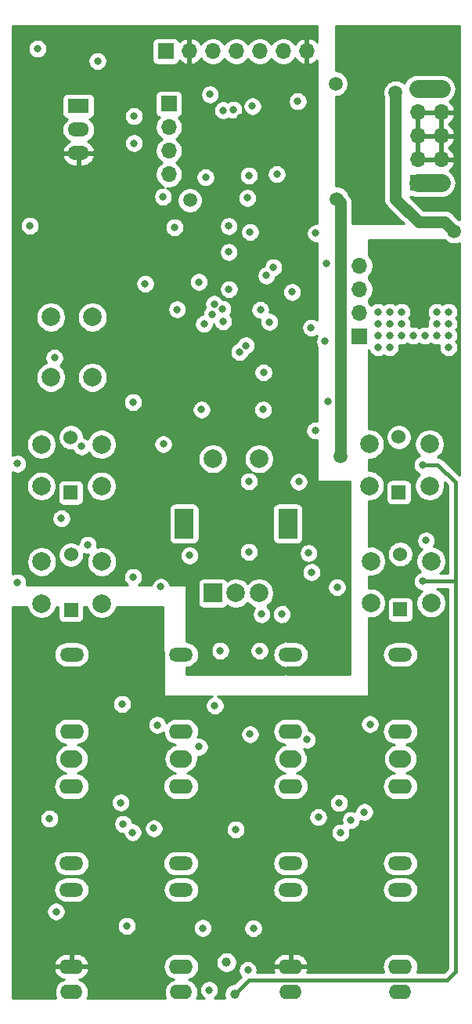
<source format=gbr>
G04 #@! TF.GenerationSoftware,KiCad,Pcbnew,(5.1.8)-1*
G04 #@! TF.CreationDate,2020-12-03T10:56:57+08:00*
G04 #@! TF.ProjectId,Waves,57617665-732e-46b6-9963-61645f706362,rev?*
G04 #@! TF.SameCoordinates,Original*
G04 #@! TF.FileFunction,Copper,L2,Inr*
G04 #@! TF.FilePolarity,Positive*
%FSLAX46Y46*%
G04 Gerber Fmt 4.6, Leading zero omitted, Abs format (unit mm)*
G04 Created by KiCad (PCBNEW (5.1.8)-1) date 2020-12-03 10:56:57*
%MOMM*%
%LPD*%
G01*
G04 APERTURE LIST*
G04 #@! TA.AperFunction,ComponentPad*
%ADD10O,2.600000X1.500000*%
G04 #@! TD*
G04 #@! TA.AperFunction,ComponentPad*
%ADD11O,2.400000X1.600000*%
G04 #@! TD*
G04 #@! TA.AperFunction,ComponentPad*
%ADD12O,2.600000X1.600000*%
G04 #@! TD*
G04 #@! TA.AperFunction,ComponentPad*
%ADD13O,2.400000X1.900000*%
G04 #@! TD*
G04 #@! TA.AperFunction,ComponentPad*
%ADD14O,2.300000X1.500000*%
G04 #@! TD*
G04 #@! TA.AperFunction,ComponentPad*
%ADD15R,2.300000X1.500000*%
G04 #@! TD*
G04 #@! TA.AperFunction,ComponentPad*
%ADD16R,1.524000X1.524000*%
G04 #@! TD*
G04 #@! TA.AperFunction,ComponentPad*
%ADD17C,1.524000*%
G04 #@! TD*
G04 #@! TA.AperFunction,ComponentPad*
%ADD18C,2.000000*%
G04 #@! TD*
G04 #@! TA.AperFunction,ComponentPad*
%ADD19O,1.700000X1.700000*%
G04 #@! TD*
G04 #@! TA.AperFunction,ComponentPad*
%ADD20R,1.700000X1.700000*%
G04 #@! TD*
G04 #@! TA.AperFunction,ComponentPad*
%ADD21R,2.000000X2.000000*%
G04 #@! TD*
G04 #@! TA.AperFunction,ComponentPad*
%ADD22R,2.000000X3.200000*%
G04 #@! TD*
G04 #@! TA.AperFunction,ViaPad*
%ADD23C,0.800000*%
G04 #@! TD*
G04 #@! TA.AperFunction,ViaPad*
%ADD24C,1.500000*%
G04 #@! TD*
G04 #@! TA.AperFunction,ViaPad*
%ADD25C,1.000000*%
G04 #@! TD*
G04 #@! TA.AperFunction,Conductor*
%ADD26C,0.400000*%
G04 #@! TD*
G04 #@! TA.AperFunction,Conductor*
%ADD27C,0.250000*%
G04 #@! TD*
G04 #@! TA.AperFunction,Conductor*
%ADD28C,1.270000*%
G04 #@! TD*
G04 #@! TA.AperFunction,Conductor*
%ADD29C,1.905000*%
G04 #@! TD*
G04 #@! TA.AperFunction,Conductor*
%ADD30C,0.254000*%
G04 #@! TD*
G04 #@! TA.AperFunction,Conductor*
%ADD31C,0.100000*%
G04 #@! TD*
G04 APERTURE END LIST*
D10*
X144653000Y-142400000D03*
D11*
X144653000Y-153470000D03*
D12*
X144653000Y-150700000D03*
D10*
X132791000Y-142400000D03*
D11*
X132791000Y-153470000D03*
D12*
X132791000Y-150700000D03*
D10*
X120955000Y-142400000D03*
D11*
X120955000Y-153470000D03*
D12*
X120955000Y-150700000D03*
D10*
X109093000Y-142400000D03*
D11*
X109093000Y-153470000D03*
D12*
X109093000Y-150700000D03*
D10*
X144653000Y-117000000D03*
D12*
X144653000Y-125300000D03*
D10*
X132791000Y-117000000D03*
D12*
X132791000Y-125300000D03*
D10*
X120955000Y-117000000D03*
D12*
X120955000Y-125300000D03*
D10*
X109118000Y-117000000D03*
D12*
X109118000Y-125300000D03*
D10*
X109093000Y-139540000D03*
D13*
X109093000Y-128270000D03*
D12*
X109093000Y-131240000D03*
D10*
X120929000Y-139540000D03*
D13*
X120929000Y-128270000D03*
D12*
X120929000Y-131240000D03*
D10*
X132791000Y-139540000D03*
D13*
X132791000Y-128270000D03*
D12*
X132791000Y-131240000D03*
D10*
X144653000Y-139540000D03*
D13*
X144653000Y-128270000D03*
D12*
X144653000Y-131240000D03*
D14*
X109855000Y-62865000D03*
X109855000Y-60325000D03*
D15*
X109855000Y-57785000D03*
D16*
X144653000Y-112141000D03*
D17*
X144653000Y-106172000D03*
D18*
X147978000Y-106934000D03*
X147978000Y-111434000D03*
X141478000Y-106934000D03*
X141478000Y-111434000D03*
D19*
X134536160Y-51864240D03*
X131996160Y-51864240D03*
X129456160Y-51864240D03*
X126916160Y-51864240D03*
X124376160Y-51864240D03*
X121836160Y-51864240D03*
D20*
X119296160Y-51864240D03*
D16*
X144501000Y-99491800D03*
D17*
X144501000Y-93522800D03*
D18*
X147826000Y-94284800D03*
X147826000Y-98784800D03*
X141326000Y-94284800D03*
X141326000Y-98784800D03*
D16*
X109042000Y-112192000D03*
D17*
X109042000Y-106223000D03*
D18*
X112367000Y-106985000D03*
X112367000Y-111485000D03*
X105867000Y-106985000D03*
X105867000Y-111485000D03*
D16*
X109017000Y-99517200D03*
D17*
X109017000Y-93548200D03*
D18*
X112342000Y-94310200D03*
X112342000Y-98810200D03*
X105842000Y-94310200D03*
X105842000Y-98810200D03*
D21*
X124384000Y-110373000D03*
D18*
X126884000Y-110373000D03*
X129384000Y-110373000D03*
D22*
X121284000Y-102873000D03*
X132484000Y-102873000D03*
D18*
X124384000Y-95873000D03*
X129384000Y-95873000D03*
X106858000Y-80571200D03*
X111358000Y-80571200D03*
X106858000Y-87071200D03*
X111358000Y-87071200D03*
D19*
X149098000Y-55929000D03*
X146558000Y-55929000D03*
X149098000Y-58469000D03*
X146558000Y-58469000D03*
X149098000Y-61009000D03*
X146558000Y-61009000D03*
X149098000Y-63549000D03*
X146558000Y-63549000D03*
X149098000Y-66089000D03*
D20*
X146558000Y-66089000D03*
D19*
X119634000Y-65151000D03*
X119634000Y-62611000D03*
X119634000Y-60071000D03*
D20*
X119634000Y-57531000D03*
D19*
X140233000Y-75006200D03*
X140233000Y-77546200D03*
X140233000Y-80086200D03*
D20*
X140233000Y-82626200D03*
D23*
X125427600Y-79670900D03*
X135512300Y-71504300D03*
X111423400Y-133792700D03*
X115062000Y-130318000D03*
X142255700Y-134714700D03*
X125552500Y-128089800D03*
X125193700Y-125231800D03*
X129907500Y-125186600D03*
X115942600Y-113455000D03*
D24*
X121920000Y-67945000D03*
X142367000Y-86233000D03*
X143415000Y-77387000D03*
D23*
X138303000Y-129794000D03*
X147066000Y-109093000D03*
X147066000Y-96520000D03*
X103251000Y-96393000D03*
X103251000Y-109220000D03*
D25*
X126746000Y-153670000D03*
D24*
X137668000Y-55372000D03*
D25*
X125857000Y-150241000D03*
D24*
X138176000Y-95631000D03*
X137795000Y-67818000D03*
D23*
X114680463Y-135302694D03*
X115062000Y-146304000D03*
X118361600Y-124610300D03*
X123428200Y-81304600D03*
X124330500Y-80258600D03*
X117997800Y-135777800D03*
X134573500Y-126204500D03*
X125476000Y-81026000D03*
X141388000Y-124528153D03*
X120523000Y-79732718D03*
X140771600Y-134017900D03*
X128402600Y-71386700D03*
X129525800Y-79786000D03*
X135787900Y-134566600D03*
X126111000Y-73533000D03*
X130175000Y-76073000D03*
X130937000Y-75184000D03*
X126111000Y-70739000D03*
X133666500Y-98349900D03*
X128270000Y-98298000D03*
X110195900Y-94543400D03*
X118999000Y-67564000D03*
X114553600Y-122352400D03*
X107421900Y-144759900D03*
X124529100Y-79140300D03*
X110871000Y-105156000D03*
X135014000Y-81700300D03*
X136525000Y-83185000D03*
X129871300Y-86545400D03*
X135459800Y-92829500D03*
X130497400Y-81089200D03*
X131826000Y-112649000D03*
X129667000Y-112649000D03*
X124079000Y-56515000D03*
X128270000Y-65278000D03*
X126619000Y-58166000D03*
X125501000Y-58242200D03*
X128118000Y-67691000D03*
X147447000Y-104699500D03*
X107997200Y-102302000D03*
X106711600Y-134732200D03*
X115849500Y-61786200D03*
X115849500Y-58876300D03*
X123977500Y-153234400D03*
X128168500Y-151069000D03*
X126860500Y-135890000D03*
X122897100Y-126970300D03*
X123608200Y-65467700D03*
X136677500Y-74739500D03*
X107263400Y-84943500D03*
X115763000Y-108622500D03*
X135059200Y-108111900D03*
X136840000Y-89694200D03*
X119034000Y-94287800D03*
X138202800Y-136236500D03*
X138034000Y-133037300D03*
X115712000Y-136217900D03*
X114412000Y-132997600D03*
X128772700Y-146573300D03*
X123290700Y-146533800D03*
X128660700Y-57790300D03*
X129419400Y-116601300D03*
X125180900Y-116594900D03*
X124598000Y-122524900D03*
X128413800Y-125613100D03*
X127966800Y-83633600D03*
X132960200Y-77866800D03*
X126120900Y-77550300D03*
X122869800Y-76778500D03*
X104600900Y-70705800D03*
X118752600Y-109698400D03*
X137823000Y-109741000D03*
X105410000Y-51586900D03*
X111909000Y-52921200D03*
X131296800Y-65134300D03*
X133563000Y-57260300D03*
X115753200Y-89743600D03*
X117068000Y-76962000D03*
X123164000Y-90551000D03*
X129820000Y-90551000D03*
X120244000Y-70866000D03*
X142240000Y-83820000D03*
X143510000Y-83820000D03*
X143510000Y-81280000D03*
X144780000Y-81280000D03*
X144780000Y-80010000D03*
X143510000Y-80010000D03*
X142240000Y-80010000D03*
X142240000Y-81280000D03*
X142240000Y-82550000D03*
X143510000Y-82550000D03*
X144780000Y-82550000D03*
X146050000Y-82550000D03*
X147320000Y-82550000D03*
X149860000Y-83820000D03*
X148590000Y-82550000D03*
X149860000Y-82550000D03*
X148590000Y-81280000D03*
X149860000Y-81280000D03*
X148590000Y-80010000D03*
X149860000Y-80010000D03*
X139319000Y-134874000D03*
X127254000Y-84328000D03*
X121856500Y-106299000D03*
X138885000Y-105248800D03*
X105130500Y-89568000D03*
X107224900Y-82693500D03*
X114808000Y-101008700D03*
X124024700Y-74191800D03*
X122914400Y-114692400D03*
X127344000Y-58991500D03*
X124739500Y-90551500D03*
X135102000Y-77216000D03*
X127848000Y-116592700D03*
X123948000Y-116588300D03*
X137811200Y-113455000D03*
X128244000Y-87757000D03*
X128206500Y-108521500D03*
X128270000Y-105918000D03*
X134747000Y-106045000D03*
D24*
X144145000Y-56324500D03*
X150495000Y-71310500D03*
D26*
X147129500Y-109029500D02*
X147066000Y-109093000D01*
X147193000Y-108966000D02*
X147129500Y-109029500D01*
D27*
X147129500Y-109029500D02*
X147193000Y-109093000D01*
D26*
X147066000Y-96520000D02*
X148717000Y-96520000D01*
X148717000Y-96520000D02*
X150622000Y-98425000D01*
X150622000Y-98425000D02*
X150622000Y-109093000D01*
X150622000Y-109093000D02*
X147193000Y-109093000D01*
X128270000Y-152146000D02*
X126746000Y-153670000D01*
X149733000Y-152146000D02*
X128270000Y-152146000D01*
X150622000Y-109093000D02*
X150622000Y-151257000D01*
X150622000Y-151257000D02*
X149733000Y-152146000D01*
D28*
X137795000Y-67818000D02*
X138176000Y-68199000D01*
X138176000Y-68199000D02*
X138176000Y-95631000D01*
D29*
X149098000Y-55929000D02*
X146558000Y-55929000D01*
X149098000Y-66089000D02*
X146558000Y-66089000D01*
D27*
X138885000Y-112381200D02*
X137811200Y-113455000D01*
X138885000Y-105248800D02*
X138885000Y-112381200D01*
D28*
X144145000Y-56324500D02*
X144145000Y-67818000D01*
X144145000Y-67818000D02*
X146622000Y-70294500D01*
X146622000Y-70294500D02*
X149479000Y-70294500D01*
X149479000Y-70294500D02*
X150495000Y-71310500D01*
D30*
X132080000Y-111644247D02*
X131927939Y-111614000D01*
X131724061Y-111614000D01*
X131524102Y-111653774D01*
X131335744Y-111731795D01*
X131166226Y-111845063D01*
X131022063Y-111989226D01*
X130908795Y-112158744D01*
X130830774Y-112347102D01*
X130791000Y-112547061D01*
X130791000Y-112750939D01*
X130830774Y-112950898D01*
X130908795Y-113139256D01*
X131022063Y-113308774D01*
X131166226Y-113452937D01*
X131335744Y-113566205D01*
X131524102Y-113644226D01*
X131724061Y-113684000D01*
X131927939Y-113684000D01*
X132080000Y-113653753D01*
X132080000Y-115624156D01*
X131969493Y-115635040D01*
X131708419Y-115714236D01*
X131467812Y-115842843D01*
X131256919Y-116015919D01*
X131083843Y-116226812D01*
X130955236Y-116467419D01*
X130876040Y-116728493D01*
X130849299Y-117000000D01*
X130876040Y-117271507D01*
X130955236Y-117532581D01*
X131083843Y-117773188D01*
X131256919Y-117984081D01*
X131467812Y-118157157D01*
X131708419Y-118285764D01*
X131969493Y-118364960D01*
X132080000Y-118375844D01*
X132080000Y-119126000D01*
X121539000Y-119126000D01*
X121539000Y-118385000D01*
X121573037Y-118385000D01*
X121776507Y-118364960D01*
X122037581Y-118285764D01*
X122278188Y-118157157D01*
X122489081Y-117984081D01*
X122662157Y-117773188D01*
X122790764Y-117532581D01*
X122869960Y-117271507D01*
X122896701Y-117000000D01*
X122869960Y-116728493D01*
X122798513Y-116492961D01*
X124145900Y-116492961D01*
X124145900Y-116696839D01*
X124185674Y-116896798D01*
X124263695Y-117085156D01*
X124376963Y-117254674D01*
X124521126Y-117398837D01*
X124690644Y-117512105D01*
X124879002Y-117590126D01*
X125078961Y-117629900D01*
X125282839Y-117629900D01*
X125482798Y-117590126D01*
X125671156Y-117512105D01*
X125840674Y-117398837D01*
X125984837Y-117254674D01*
X126098105Y-117085156D01*
X126176126Y-116896798D01*
X126215900Y-116696839D01*
X126215900Y-116499361D01*
X128384400Y-116499361D01*
X128384400Y-116703239D01*
X128424174Y-116903198D01*
X128502195Y-117091556D01*
X128615463Y-117261074D01*
X128759626Y-117405237D01*
X128929144Y-117518505D01*
X129117502Y-117596526D01*
X129317461Y-117636300D01*
X129521339Y-117636300D01*
X129721298Y-117596526D01*
X129909656Y-117518505D01*
X130079174Y-117405237D01*
X130223337Y-117261074D01*
X130336605Y-117091556D01*
X130414626Y-116903198D01*
X130454400Y-116703239D01*
X130454400Y-116499361D01*
X130414626Y-116299402D01*
X130336605Y-116111044D01*
X130223337Y-115941526D01*
X130079174Y-115797363D01*
X129909656Y-115684095D01*
X129721298Y-115606074D01*
X129521339Y-115566300D01*
X129317461Y-115566300D01*
X129117502Y-115606074D01*
X128929144Y-115684095D01*
X128759626Y-115797363D01*
X128615463Y-115941526D01*
X128502195Y-116111044D01*
X128424174Y-116299402D01*
X128384400Y-116499361D01*
X126215900Y-116499361D01*
X126215900Y-116492961D01*
X126176126Y-116293002D01*
X126098105Y-116104644D01*
X125984837Y-115935126D01*
X125840674Y-115790963D01*
X125671156Y-115677695D01*
X125482798Y-115599674D01*
X125282839Y-115559900D01*
X125078961Y-115559900D01*
X124879002Y-115599674D01*
X124690644Y-115677695D01*
X124521126Y-115790963D01*
X124376963Y-115935126D01*
X124263695Y-116104644D01*
X124185674Y-116293002D01*
X124145900Y-116492961D01*
X122798513Y-116492961D01*
X122790764Y-116467419D01*
X122662157Y-116226812D01*
X122489081Y-116015919D01*
X122278188Y-115842843D01*
X122037581Y-115714236D01*
X121776507Y-115635040D01*
X121573037Y-115615000D01*
X121539000Y-115615000D01*
X121539000Y-109373000D01*
X122745928Y-109373000D01*
X122745928Y-111373000D01*
X122758188Y-111497482D01*
X122794498Y-111617180D01*
X122853463Y-111727494D01*
X122932815Y-111824185D01*
X123029506Y-111903537D01*
X123139820Y-111962502D01*
X123259518Y-111998812D01*
X123384000Y-112011072D01*
X125384000Y-112011072D01*
X125508482Y-111998812D01*
X125628180Y-111962502D01*
X125738494Y-111903537D01*
X125835185Y-111824185D01*
X125914537Y-111727494D01*
X125928665Y-111701063D01*
X126109537Y-111821918D01*
X126407088Y-111945168D01*
X126722967Y-112008000D01*
X127045033Y-112008000D01*
X127360912Y-111945168D01*
X127658463Y-111821918D01*
X127926252Y-111642987D01*
X128134000Y-111435239D01*
X128341748Y-111642987D01*
X128609537Y-111821918D01*
X128907088Y-111945168D01*
X128907116Y-111945173D01*
X128863063Y-111989226D01*
X128749795Y-112158744D01*
X128671774Y-112347102D01*
X128632000Y-112547061D01*
X128632000Y-112750939D01*
X128671774Y-112950898D01*
X128749795Y-113139256D01*
X128863063Y-113308774D01*
X129007226Y-113452937D01*
X129176744Y-113566205D01*
X129365102Y-113644226D01*
X129565061Y-113684000D01*
X129768939Y-113684000D01*
X129968898Y-113644226D01*
X130157256Y-113566205D01*
X130326774Y-113452937D01*
X130470937Y-113308774D01*
X130584205Y-113139256D01*
X130662226Y-112950898D01*
X130702000Y-112750939D01*
X130702000Y-112547061D01*
X130662226Y-112347102D01*
X130584205Y-112158744D01*
X130470937Y-111989226D01*
X130326774Y-111845063D01*
X130225299Y-111777260D01*
X130426252Y-111642987D01*
X130653987Y-111415252D01*
X130832918Y-111147463D01*
X130956168Y-110849912D01*
X131019000Y-110534033D01*
X131019000Y-110211967D01*
X130956168Y-109896088D01*
X130832918Y-109598537D01*
X130653987Y-109330748D01*
X130426252Y-109103013D01*
X130158463Y-108924082D01*
X129860912Y-108800832D01*
X129545033Y-108738000D01*
X129222967Y-108738000D01*
X128907088Y-108800832D01*
X128609537Y-108924082D01*
X128341748Y-109103013D01*
X128134000Y-109310761D01*
X127926252Y-109103013D01*
X127658463Y-108924082D01*
X127360912Y-108800832D01*
X127045033Y-108738000D01*
X126722967Y-108738000D01*
X126407088Y-108800832D01*
X126109537Y-108924082D01*
X125928665Y-109044937D01*
X125914537Y-109018506D01*
X125835185Y-108921815D01*
X125738494Y-108842463D01*
X125628180Y-108783498D01*
X125508482Y-108747188D01*
X125384000Y-108734928D01*
X123384000Y-108734928D01*
X123259518Y-108747188D01*
X123139820Y-108783498D01*
X123029506Y-108842463D01*
X122932815Y-108921815D01*
X122853463Y-109018506D01*
X122794498Y-109128820D01*
X122758188Y-109248518D01*
X122745928Y-109373000D01*
X121539000Y-109373000D01*
X121539000Y-108077000D01*
X132080000Y-108077000D01*
X132080000Y-111644247D01*
G04 #@! TA.AperFunction,Conductor*
D31*
G36*
X132080000Y-111644247D02*
G01*
X131927939Y-111614000D01*
X131724061Y-111614000D01*
X131524102Y-111653774D01*
X131335744Y-111731795D01*
X131166226Y-111845063D01*
X131022063Y-111989226D01*
X130908795Y-112158744D01*
X130830774Y-112347102D01*
X130791000Y-112547061D01*
X130791000Y-112750939D01*
X130830774Y-112950898D01*
X130908795Y-113139256D01*
X131022063Y-113308774D01*
X131166226Y-113452937D01*
X131335744Y-113566205D01*
X131524102Y-113644226D01*
X131724061Y-113684000D01*
X131927939Y-113684000D01*
X132080000Y-113653753D01*
X132080000Y-115624156D01*
X131969493Y-115635040D01*
X131708419Y-115714236D01*
X131467812Y-115842843D01*
X131256919Y-116015919D01*
X131083843Y-116226812D01*
X130955236Y-116467419D01*
X130876040Y-116728493D01*
X130849299Y-117000000D01*
X130876040Y-117271507D01*
X130955236Y-117532581D01*
X131083843Y-117773188D01*
X131256919Y-117984081D01*
X131467812Y-118157157D01*
X131708419Y-118285764D01*
X131969493Y-118364960D01*
X132080000Y-118375844D01*
X132080000Y-119126000D01*
X121539000Y-119126000D01*
X121539000Y-118385000D01*
X121573037Y-118385000D01*
X121776507Y-118364960D01*
X122037581Y-118285764D01*
X122278188Y-118157157D01*
X122489081Y-117984081D01*
X122662157Y-117773188D01*
X122790764Y-117532581D01*
X122869960Y-117271507D01*
X122896701Y-117000000D01*
X122869960Y-116728493D01*
X122798513Y-116492961D01*
X124145900Y-116492961D01*
X124145900Y-116696839D01*
X124185674Y-116896798D01*
X124263695Y-117085156D01*
X124376963Y-117254674D01*
X124521126Y-117398837D01*
X124690644Y-117512105D01*
X124879002Y-117590126D01*
X125078961Y-117629900D01*
X125282839Y-117629900D01*
X125482798Y-117590126D01*
X125671156Y-117512105D01*
X125840674Y-117398837D01*
X125984837Y-117254674D01*
X126098105Y-117085156D01*
X126176126Y-116896798D01*
X126215900Y-116696839D01*
X126215900Y-116499361D01*
X128384400Y-116499361D01*
X128384400Y-116703239D01*
X128424174Y-116903198D01*
X128502195Y-117091556D01*
X128615463Y-117261074D01*
X128759626Y-117405237D01*
X128929144Y-117518505D01*
X129117502Y-117596526D01*
X129317461Y-117636300D01*
X129521339Y-117636300D01*
X129721298Y-117596526D01*
X129909656Y-117518505D01*
X130079174Y-117405237D01*
X130223337Y-117261074D01*
X130336605Y-117091556D01*
X130414626Y-116903198D01*
X130454400Y-116703239D01*
X130454400Y-116499361D01*
X130414626Y-116299402D01*
X130336605Y-116111044D01*
X130223337Y-115941526D01*
X130079174Y-115797363D01*
X129909656Y-115684095D01*
X129721298Y-115606074D01*
X129521339Y-115566300D01*
X129317461Y-115566300D01*
X129117502Y-115606074D01*
X128929144Y-115684095D01*
X128759626Y-115797363D01*
X128615463Y-115941526D01*
X128502195Y-116111044D01*
X128424174Y-116299402D01*
X128384400Y-116499361D01*
X126215900Y-116499361D01*
X126215900Y-116492961D01*
X126176126Y-116293002D01*
X126098105Y-116104644D01*
X125984837Y-115935126D01*
X125840674Y-115790963D01*
X125671156Y-115677695D01*
X125482798Y-115599674D01*
X125282839Y-115559900D01*
X125078961Y-115559900D01*
X124879002Y-115599674D01*
X124690644Y-115677695D01*
X124521126Y-115790963D01*
X124376963Y-115935126D01*
X124263695Y-116104644D01*
X124185674Y-116293002D01*
X124145900Y-116492961D01*
X122798513Y-116492961D01*
X122790764Y-116467419D01*
X122662157Y-116226812D01*
X122489081Y-116015919D01*
X122278188Y-115842843D01*
X122037581Y-115714236D01*
X121776507Y-115635040D01*
X121573037Y-115615000D01*
X121539000Y-115615000D01*
X121539000Y-109373000D01*
X122745928Y-109373000D01*
X122745928Y-111373000D01*
X122758188Y-111497482D01*
X122794498Y-111617180D01*
X122853463Y-111727494D01*
X122932815Y-111824185D01*
X123029506Y-111903537D01*
X123139820Y-111962502D01*
X123259518Y-111998812D01*
X123384000Y-112011072D01*
X125384000Y-112011072D01*
X125508482Y-111998812D01*
X125628180Y-111962502D01*
X125738494Y-111903537D01*
X125835185Y-111824185D01*
X125914537Y-111727494D01*
X125928665Y-111701063D01*
X126109537Y-111821918D01*
X126407088Y-111945168D01*
X126722967Y-112008000D01*
X127045033Y-112008000D01*
X127360912Y-111945168D01*
X127658463Y-111821918D01*
X127926252Y-111642987D01*
X128134000Y-111435239D01*
X128341748Y-111642987D01*
X128609537Y-111821918D01*
X128907088Y-111945168D01*
X128907116Y-111945173D01*
X128863063Y-111989226D01*
X128749795Y-112158744D01*
X128671774Y-112347102D01*
X128632000Y-112547061D01*
X128632000Y-112750939D01*
X128671774Y-112950898D01*
X128749795Y-113139256D01*
X128863063Y-113308774D01*
X129007226Y-113452937D01*
X129176744Y-113566205D01*
X129365102Y-113644226D01*
X129565061Y-113684000D01*
X129768939Y-113684000D01*
X129968898Y-113644226D01*
X130157256Y-113566205D01*
X130326774Y-113452937D01*
X130470937Y-113308774D01*
X130584205Y-113139256D01*
X130662226Y-112950898D01*
X130702000Y-112750939D01*
X130702000Y-112547061D01*
X130662226Y-112347102D01*
X130584205Y-112158744D01*
X130470937Y-111989226D01*
X130326774Y-111845063D01*
X130225299Y-111777260D01*
X130426252Y-111642987D01*
X130653987Y-111415252D01*
X130832918Y-111147463D01*
X130956168Y-110849912D01*
X131019000Y-110534033D01*
X131019000Y-110211967D01*
X130956168Y-109896088D01*
X130832918Y-109598537D01*
X130653987Y-109330748D01*
X130426252Y-109103013D01*
X130158463Y-108924082D01*
X129860912Y-108800832D01*
X129545033Y-108738000D01*
X129222967Y-108738000D01*
X128907088Y-108800832D01*
X128609537Y-108924082D01*
X128341748Y-109103013D01*
X128134000Y-109310761D01*
X127926252Y-109103013D01*
X127658463Y-108924082D01*
X127360912Y-108800832D01*
X127045033Y-108738000D01*
X126722967Y-108738000D01*
X126407088Y-108800832D01*
X126109537Y-108924082D01*
X125928665Y-109044937D01*
X125914537Y-109018506D01*
X125835185Y-108921815D01*
X125738494Y-108842463D01*
X125628180Y-108783498D01*
X125508482Y-108747188D01*
X125384000Y-108734928D01*
X123384000Y-108734928D01*
X123259518Y-108747188D01*
X123139820Y-108783498D01*
X123029506Y-108842463D01*
X122932815Y-108921815D01*
X122853463Y-109018506D01*
X122794498Y-109128820D01*
X122758188Y-109248518D01*
X122745928Y-109373000D01*
X121539000Y-109373000D01*
X121539000Y-108077000D01*
X132080000Y-108077000D01*
X132080000Y-111644247D01*
G37*
G04 #@! TD.AperFunction*
D30*
X139192000Y-109474000D02*
X138825168Y-109474000D01*
X138818226Y-109439102D01*
X138740205Y-109250744D01*
X138626937Y-109081226D01*
X138511711Y-108966000D01*
X139192000Y-108966000D01*
X139192000Y-109474000D01*
G04 #@! TA.AperFunction,Conductor*
D31*
G36*
X139192000Y-109474000D02*
G01*
X138825168Y-109474000D01*
X138818226Y-109439102D01*
X138740205Y-109250744D01*
X138626937Y-109081226D01*
X138511711Y-108966000D01*
X139192000Y-108966000D01*
X139192000Y-109474000D01*
G37*
G04 #@! TD.AperFunction*
D30*
X135636000Y-50877117D02*
X135536429Y-50766652D01*
X135303080Y-50592599D01*
X135040259Y-50467415D01*
X134893050Y-50422764D01*
X134663160Y-50544085D01*
X134663160Y-51737240D01*
X134683160Y-51737240D01*
X134683160Y-51991240D01*
X134663160Y-51991240D01*
X134663160Y-53184395D01*
X134893050Y-53305716D01*
X135040259Y-53261065D01*
X135303080Y-53135881D01*
X135536429Y-52961828D01*
X135636000Y-52851363D01*
X135636000Y-70473628D01*
X135614239Y-70469300D01*
X135410361Y-70469300D01*
X135210402Y-70509074D01*
X135022044Y-70587095D01*
X134852526Y-70700363D01*
X134708363Y-70844526D01*
X134595095Y-71014044D01*
X134517074Y-71202402D01*
X134477300Y-71402361D01*
X134477300Y-71606239D01*
X134517074Y-71806198D01*
X134595095Y-71994556D01*
X134708363Y-72164074D01*
X134852526Y-72308237D01*
X135022044Y-72421505D01*
X135210402Y-72499526D01*
X135410361Y-72539300D01*
X135614239Y-72539300D01*
X135636000Y-72534972D01*
X135636000Y-80871123D01*
X135504256Y-80783095D01*
X135315898Y-80705074D01*
X135115939Y-80665300D01*
X134912061Y-80665300D01*
X134712102Y-80705074D01*
X134523744Y-80783095D01*
X134354226Y-80896363D01*
X134210063Y-81040526D01*
X134096795Y-81210044D01*
X134018774Y-81398402D01*
X133979000Y-81598361D01*
X133979000Y-81802239D01*
X134018774Y-82002198D01*
X134096795Y-82190556D01*
X134210063Y-82360074D01*
X134354226Y-82504237D01*
X134523744Y-82617505D01*
X134712102Y-82695526D01*
X134912061Y-82735300D01*
X135115939Y-82735300D01*
X135315898Y-82695526D01*
X135504256Y-82617505D01*
X135636000Y-82529477D01*
X135636000Y-82652532D01*
X135607795Y-82694744D01*
X135529774Y-82883102D01*
X135490000Y-83083061D01*
X135490000Y-83286939D01*
X135529774Y-83486898D01*
X135607795Y-83675256D01*
X135636000Y-83717468D01*
X135636000Y-91809271D01*
X135561739Y-91794500D01*
X135357861Y-91794500D01*
X135157902Y-91834274D01*
X134969544Y-91912295D01*
X134800026Y-92025563D01*
X134655863Y-92169726D01*
X134542595Y-92339244D01*
X134464574Y-92527602D01*
X134424800Y-92727561D01*
X134424800Y-92931439D01*
X134464574Y-93131398D01*
X134542595Y-93319756D01*
X134655863Y-93489274D01*
X134800026Y-93633437D01*
X134969544Y-93746705D01*
X135157902Y-93824726D01*
X135357861Y-93864500D01*
X135561739Y-93864500D01*
X135636000Y-93849729D01*
X135636000Y-105512532D01*
X135550937Y-105385226D01*
X135406774Y-105241063D01*
X135237256Y-105127795D01*
X135048898Y-105049774D01*
X134848939Y-105010000D01*
X134645061Y-105010000D01*
X134445102Y-105049774D01*
X134256744Y-105127795D01*
X134087226Y-105241063D01*
X133943063Y-105385226D01*
X133829795Y-105554744D01*
X133751774Y-105743102D01*
X133712000Y-105943061D01*
X133712000Y-106146939D01*
X133751774Y-106346898D01*
X133829795Y-106535256D01*
X133943063Y-106704774D01*
X134087226Y-106848937D01*
X134256744Y-106962205D01*
X134445102Y-107040226D01*
X134645061Y-107080000D01*
X134848939Y-107080000D01*
X135048898Y-107040226D01*
X135237256Y-106962205D01*
X135406774Y-106848937D01*
X135550937Y-106704774D01*
X135636000Y-106577468D01*
X135636000Y-107252522D01*
X135549456Y-107194695D01*
X135361098Y-107116674D01*
X135161139Y-107076900D01*
X134957261Y-107076900D01*
X134757302Y-107116674D01*
X134568944Y-107194695D01*
X134399426Y-107307963D01*
X134255263Y-107452126D01*
X134141995Y-107621644D01*
X134063974Y-107810002D01*
X134024200Y-108009961D01*
X134024200Y-108213839D01*
X134063974Y-108413798D01*
X134141995Y-108602156D01*
X134255263Y-108771674D01*
X134399426Y-108915837D01*
X134568944Y-109029105D01*
X134757302Y-109107126D01*
X134957261Y-109146900D01*
X135161139Y-109146900D01*
X135361098Y-109107126D01*
X135549456Y-109029105D01*
X135685033Y-108938516D01*
X135692443Y-108944597D01*
X135714399Y-108956333D01*
X135738224Y-108963560D01*
X135763000Y-108966000D01*
X137134289Y-108966000D01*
X137019063Y-109081226D01*
X136905795Y-109250744D01*
X136827774Y-109439102D01*
X136820832Y-109474000D01*
X130749705Y-109474000D01*
X130653987Y-109330748D01*
X130426252Y-109103013D01*
X130158463Y-108924082D01*
X129860912Y-108800832D01*
X129545033Y-108738000D01*
X129222967Y-108738000D01*
X128907088Y-108800832D01*
X128609537Y-108924082D01*
X128341748Y-109103013D01*
X128134000Y-109310761D01*
X127926252Y-109103013D01*
X127658463Y-108924082D01*
X127360912Y-108800832D01*
X127045033Y-108738000D01*
X126722967Y-108738000D01*
X126407088Y-108800832D01*
X126109537Y-108924082D01*
X125928665Y-109044937D01*
X125914537Y-109018506D01*
X125835185Y-108921815D01*
X125738494Y-108842463D01*
X125628180Y-108783498D01*
X125508482Y-108747188D01*
X125384000Y-108734928D01*
X123384000Y-108734928D01*
X123259518Y-108747188D01*
X123139820Y-108783498D01*
X123029506Y-108842463D01*
X122932815Y-108921815D01*
X122853463Y-109018506D01*
X122794498Y-109128820D01*
X122758188Y-109248518D01*
X122745928Y-109373000D01*
X122745928Y-109474000D01*
X119763241Y-109474000D01*
X119747826Y-109396502D01*
X119669805Y-109208144D01*
X119556537Y-109038626D01*
X119412374Y-108894463D01*
X119242856Y-108781195D01*
X119054498Y-108703174D01*
X118854539Y-108663400D01*
X118650661Y-108663400D01*
X118450702Y-108703174D01*
X118262344Y-108781195D01*
X118092826Y-108894463D01*
X117948663Y-109038626D01*
X117835395Y-109208144D01*
X117757374Y-109396502D01*
X117741959Y-109474000D01*
X116351591Y-109474000D01*
X116422774Y-109426437D01*
X116566937Y-109282274D01*
X116680205Y-109112756D01*
X116758226Y-108924398D01*
X116798000Y-108724439D01*
X116798000Y-108520561D01*
X116758226Y-108320602D01*
X116680205Y-108132244D01*
X116566937Y-107962726D01*
X116422774Y-107818563D01*
X116253256Y-107705295D01*
X116064898Y-107627274D01*
X115864939Y-107587500D01*
X115661061Y-107587500D01*
X115461102Y-107627274D01*
X115272744Y-107705295D01*
X115103226Y-107818563D01*
X114959063Y-107962726D01*
X114845795Y-108132244D01*
X114767774Y-108320602D01*
X114728000Y-108520561D01*
X114728000Y-108724439D01*
X114767774Y-108924398D01*
X114845795Y-109112756D01*
X114959063Y-109282274D01*
X115103226Y-109426437D01*
X115174409Y-109474000D01*
X104255753Y-109474000D01*
X104286000Y-109321939D01*
X104286000Y-109118061D01*
X104246226Y-108918102D01*
X104168205Y-108729744D01*
X104054937Y-108560226D01*
X103910774Y-108416063D01*
X103741256Y-108302795D01*
X103552898Y-108224774D01*
X103352939Y-108185000D01*
X103149061Y-108185000D01*
X102949102Y-108224774D01*
X102760744Y-108302795D01*
X102709999Y-108336702D01*
X102709999Y-106823967D01*
X104232000Y-106823967D01*
X104232000Y-107146033D01*
X104294832Y-107461912D01*
X104418082Y-107759463D01*
X104597013Y-108027252D01*
X104824748Y-108254987D01*
X105092537Y-108433918D01*
X105390088Y-108557168D01*
X105705967Y-108620000D01*
X106028033Y-108620000D01*
X106343912Y-108557168D01*
X106641463Y-108433918D01*
X106909252Y-108254987D01*
X107136987Y-108027252D01*
X107315918Y-107759463D01*
X107439168Y-107461912D01*
X107502000Y-107146033D01*
X107502000Y-106823967D01*
X107439168Y-106508088D01*
X107315918Y-106210537D01*
X107232310Y-106085408D01*
X107645000Y-106085408D01*
X107645000Y-106360592D01*
X107698686Y-106630490D01*
X107803995Y-106884727D01*
X107956880Y-107113535D01*
X108151465Y-107308120D01*
X108380273Y-107461005D01*
X108634510Y-107566314D01*
X108904408Y-107620000D01*
X109179592Y-107620000D01*
X109449490Y-107566314D01*
X109703727Y-107461005D01*
X109932535Y-107308120D01*
X110127120Y-107113535D01*
X110280005Y-106884727D01*
X110385314Y-106630490D01*
X110439000Y-106360592D01*
X110439000Y-106097336D01*
X110569102Y-106151226D01*
X110769061Y-106191000D01*
X110931136Y-106191000D01*
X110918082Y-106210537D01*
X110794832Y-106508088D01*
X110732000Y-106823967D01*
X110732000Y-107146033D01*
X110794832Y-107461912D01*
X110918082Y-107759463D01*
X111097013Y-108027252D01*
X111324748Y-108254987D01*
X111592537Y-108433918D01*
X111890088Y-108557168D01*
X112205967Y-108620000D01*
X112528033Y-108620000D01*
X112843912Y-108557168D01*
X113141463Y-108433918D01*
X113409252Y-108254987D01*
X113636987Y-108027252D01*
X113815918Y-107759463D01*
X113939168Y-107461912D01*
X114002000Y-107146033D01*
X114002000Y-106823967D01*
X113939168Y-106508088D01*
X113815918Y-106210537D01*
X113806914Y-106197061D01*
X120821500Y-106197061D01*
X120821500Y-106400939D01*
X120861274Y-106600898D01*
X120939295Y-106789256D01*
X121052563Y-106958774D01*
X121196726Y-107102937D01*
X121366244Y-107216205D01*
X121554602Y-107294226D01*
X121754561Y-107334000D01*
X121958439Y-107334000D01*
X122158398Y-107294226D01*
X122346756Y-107216205D01*
X122516274Y-107102937D01*
X122660437Y-106958774D01*
X122773705Y-106789256D01*
X122851726Y-106600898D01*
X122891500Y-106400939D01*
X122891500Y-106197061D01*
X122851726Y-105997102D01*
X122776736Y-105816061D01*
X127235000Y-105816061D01*
X127235000Y-106019939D01*
X127274774Y-106219898D01*
X127352795Y-106408256D01*
X127466063Y-106577774D01*
X127610226Y-106721937D01*
X127779744Y-106835205D01*
X127968102Y-106913226D01*
X128168061Y-106953000D01*
X128371939Y-106953000D01*
X128571898Y-106913226D01*
X128760256Y-106835205D01*
X128929774Y-106721937D01*
X129073937Y-106577774D01*
X129187205Y-106408256D01*
X129265226Y-106219898D01*
X129305000Y-106019939D01*
X129305000Y-105816061D01*
X129265226Y-105616102D01*
X129187205Y-105427744D01*
X129073937Y-105258226D01*
X128929774Y-105114063D01*
X128760256Y-105000795D01*
X128571898Y-104922774D01*
X128371939Y-104883000D01*
X128168061Y-104883000D01*
X127968102Y-104922774D01*
X127779744Y-105000795D01*
X127610226Y-105114063D01*
X127466063Y-105258226D01*
X127352795Y-105427744D01*
X127274774Y-105616102D01*
X127235000Y-105816061D01*
X122776736Y-105816061D01*
X122773705Y-105808744D01*
X122660437Y-105639226D01*
X122516274Y-105495063D01*
X122346756Y-105381795D01*
X122158398Y-105303774D01*
X121958439Y-105264000D01*
X121754561Y-105264000D01*
X121554602Y-105303774D01*
X121366244Y-105381795D01*
X121196726Y-105495063D01*
X121052563Y-105639226D01*
X120939295Y-105808744D01*
X120861274Y-105997102D01*
X120821500Y-106197061D01*
X113806914Y-106197061D01*
X113636987Y-105942748D01*
X113409252Y-105715013D01*
X113141463Y-105536082D01*
X112843912Y-105412832D01*
X112528033Y-105350000D01*
X112205967Y-105350000D01*
X111890088Y-105412832D01*
X111873852Y-105419557D01*
X111906000Y-105257939D01*
X111906000Y-105054061D01*
X111866226Y-104854102D01*
X111788205Y-104665744D01*
X111674937Y-104496226D01*
X111530774Y-104352063D01*
X111361256Y-104238795D01*
X111172898Y-104160774D01*
X110972939Y-104121000D01*
X110769061Y-104121000D01*
X110569102Y-104160774D01*
X110380744Y-104238795D01*
X110211226Y-104352063D01*
X110067063Y-104496226D01*
X109953795Y-104665744D01*
X109875774Y-104854102D01*
X109836000Y-105054061D01*
X109836000Y-105073377D01*
X109703727Y-104984995D01*
X109449490Y-104879686D01*
X109179592Y-104826000D01*
X108904408Y-104826000D01*
X108634510Y-104879686D01*
X108380273Y-104984995D01*
X108151465Y-105137880D01*
X107956880Y-105332465D01*
X107803995Y-105561273D01*
X107698686Y-105815510D01*
X107645000Y-106085408D01*
X107232310Y-106085408D01*
X107136987Y-105942748D01*
X106909252Y-105715013D01*
X106641463Y-105536082D01*
X106343912Y-105412832D01*
X106028033Y-105350000D01*
X105705967Y-105350000D01*
X105390088Y-105412832D01*
X105092537Y-105536082D01*
X104824748Y-105715013D01*
X104597013Y-105942748D01*
X104418082Y-106210537D01*
X104294832Y-106508088D01*
X104232000Y-106823967D01*
X102709999Y-106823967D01*
X102709999Y-102200061D01*
X106962200Y-102200061D01*
X106962200Y-102403939D01*
X107001974Y-102603898D01*
X107079995Y-102792256D01*
X107193263Y-102961774D01*
X107337426Y-103105937D01*
X107506944Y-103219205D01*
X107695302Y-103297226D01*
X107895261Y-103337000D01*
X108099139Y-103337000D01*
X108299098Y-103297226D01*
X108487456Y-103219205D01*
X108656974Y-103105937D01*
X108801137Y-102961774D01*
X108914405Y-102792256D01*
X108992426Y-102603898D01*
X109032200Y-102403939D01*
X109032200Y-102200061D01*
X108992426Y-102000102D01*
X108914405Y-101811744D01*
X108801137Y-101642226D01*
X108656974Y-101498063D01*
X108487456Y-101384795D01*
X108299098Y-101306774D01*
X108129304Y-101273000D01*
X119645928Y-101273000D01*
X119645928Y-104473000D01*
X119658188Y-104597482D01*
X119694498Y-104717180D01*
X119753463Y-104827494D01*
X119832815Y-104924185D01*
X119929506Y-105003537D01*
X120039820Y-105062502D01*
X120159518Y-105098812D01*
X120284000Y-105111072D01*
X122284000Y-105111072D01*
X122408482Y-105098812D01*
X122528180Y-105062502D01*
X122638494Y-105003537D01*
X122735185Y-104924185D01*
X122814537Y-104827494D01*
X122873502Y-104717180D01*
X122909812Y-104597482D01*
X122922072Y-104473000D01*
X122922072Y-101273000D01*
X130845928Y-101273000D01*
X130845928Y-104473000D01*
X130858188Y-104597482D01*
X130894498Y-104717180D01*
X130953463Y-104827494D01*
X131032815Y-104924185D01*
X131129506Y-105003537D01*
X131239820Y-105062502D01*
X131359518Y-105098812D01*
X131484000Y-105111072D01*
X133484000Y-105111072D01*
X133608482Y-105098812D01*
X133728180Y-105062502D01*
X133838494Y-105003537D01*
X133935185Y-104924185D01*
X134014537Y-104827494D01*
X134073502Y-104717180D01*
X134109812Y-104597482D01*
X134122072Y-104473000D01*
X134122072Y-101273000D01*
X134109812Y-101148518D01*
X134073502Y-101028820D01*
X134014537Y-100918506D01*
X133935185Y-100821815D01*
X133838494Y-100742463D01*
X133728180Y-100683498D01*
X133608482Y-100647188D01*
X133484000Y-100634928D01*
X131484000Y-100634928D01*
X131359518Y-100647188D01*
X131239820Y-100683498D01*
X131129506Y-100742463D01*
X131032815Y-100821815D01*
X130953463Y-100918506D01*
X130894498Y-101028820D01*
X130858188Y-101148518D01*
X130845928Y-101273000D01*
X122922072Y-101273000D01*
X122909812Y-101148518D01*
X122873502Y-101028820D01*
X122814537Y-100918506D01*
X122735185Y-100821815D01*
X122638494Y-100742463D01*
X122528180Y-100683498D01*
X122408482Y-100647188D01*
X122284000Y-100634928D01*
X120284000Y-100634928D01*
X120159518Y-100647188D01*
X120039820Y-100683498D01*
X119929506Y-100742463D01*
X119832815Y-100821815D01*
X119753463Y-100918506D01*
X119694498Y-101028820D01*
X119658188Y-101148518D01*
X119645928Y-101273000D01*
X108129304Y-101273000D01*
X108099139Y-101267000D01*
X107895261Y-101267000D01*
X107695302Y-101306774D01*
X107506944Y-101384795D01*
X107337426Y-101498063D01*
X107193263Y-101642226D01*
X107079995Y-101811744D01*
X107001974Y-102000102D01*
X106962200Y-102200061D01*
X102709999Y-102200061D01*
X102709999Y-98649167D01*
X104207000Y-98649167D01*
X104207000Y-98971233D01*
X104269832Y-99287112D01*
X104393082Y-99584663D01*
X104572013Y-99852452D01*
X104799748Y-100080187D01*
X105067537Y-100259118D01*
X105365088Y-100382368D01*
X105680967Y-100445200D01*
X106003033Y-100445200D01*
X106318912Y-100382368D01*
X106616463Y-100259118D01*
X106884252Y-100080187D01*
X107111987Y-99852452D01*
X107290918Y-99584663D01*
X107414168Y-99287112D01*
X107477000Y-98971233D01*
X107477000Y-98755200D01*
X107616928Y-98755200D01*
X107616928Y-100279200D01*
X107629188Y-100403682D01*
X107665498Y-100523380D01*
X107724463Y-100633694D01*
X107803815Y-100730385D01*
X107900506Y-100809737D01*
X108010820Y-100868702D01*
X108130518Y-100905012D01*
X108255000Y-100917272D01*
X109779000Y-100917272D01*
X109903482Y-100905012D01*
X110023180Y-100868702D01*
X110133494Y-100809737D01*
X110230185Y-100730385D01*
X110309537Y-100633694D01*
X110368502Y-100523380D01*
X110404812Y-100403682D01*
X110417072Y-100279200D01*
X110417072Y-98755200D01*
X110406630Y-98649167D01*
X110707000Y-98649167D01*
X110707000Y-98971233D01*
X110769832Y-99287112D01*
X110893082Y-99584663D01*
X111072013Y-99852452D01*
X111299748Y-100080187D01*
X111567537Y-100259118D01*
X111865088Y-100382368D01*
X112180967Y-100445200D01*
X112503033Y-100445200D01*
X112818912Y-100382368D01*
X113116463Y-100259118D01*
X113384252Y-100080187D01*
X113611987Y-99852452D01*
X113790918Y-99584663D01*
X113914168Y-99287112D01*
X113977000Y-98971233D01*
X113977000Y-98649167D01*
X113914168Y-98333288D01*
X113857327Y-98196061D01*
X127235000Y-98196061D01*
X127235000Y-98399939D01*
X127274774Y-98599898D01*
X127352795Y-98788256D01*
X127466063Y-98957774D01*
X127610226Y-99101937D01*
X127779744Y-99215205D01*
X127968102Y-99293226D01*
X128168061Y-99333000D01*
X128371939Y-99333000D01*
X128571898Y-99293226D01*
X128760256Y-99215205D01*
X128929774Y-99101937D01*
X129073937Y-98957774D01*
X129187205Y-98788256D01*
X129265226Y-98599898D01*
X129305000Y-98399939D01*
X129305000Y-98247961D01*
X132631500Y-98247961D01*
X132631500Y-98451839D01*
X132671274Y-98651798D01*
X132749295Y-98840156D01*
X132862563Y-99009674D01*
X133006726Y-99153837D01*
X133176244Y-99267105D01*
X133364602Y-99345126D01*
X133564561Y-99384900D01*
X133768439Y-99384900D01*
X133968398Y-99345126D01*
X134156756Y-99267105D01*
X134326274Y-99153837D01*
X134470437Y-99009674D01*
X134583705Y-98840156D01*
X134661726Y-98651798D01*
X134701500Y-98451839D01*
X134701500Y-98247961D01*
X134661726Y-98048002D01*
X134583705Y-97859644D01*
X134470437Y-97690126D01*
X134326274Y-97545963D01*
X134156756Y-97432695D01*
X133968398Y-97354674D01*
X133768439Y-97314900D01*
X133564561Y-97314900D01*
X133364602Y-97354674D01*
X133176244Y-97432695D01*
X133006726Y-97545963D01*
X132862563Y-97690126D01*
X132749295Y-97859644D01*
X132671274Y-98048002D01*
X132631500Y-98247961D01*
X129305000Y-98247961D01*
X129305000Y-98196061D01*
X129265226Y-97996102D01*
X129187205Y-97807744D01*
X129073937Y-97638226D01*
X128929774Y-97494063D01*
X128774246Y-97390143D01*
X128907088Y-97445168D01*
X129222967Y-97508000D01*
X129545033Y-97508000D01*
X129860912Y-97445168D01*
X130158463Y-97321918D01*
X130426252Y-97142987D01*
X130653987Y-96915252D01*
X130832918Y-96647463D01*
X130956168Y-96349912D01*
X131019000Y-96034033D01*
X131019000Y-95711967D01*
X130956168Y-95396088D01*
X130832918Y-95098537D01*
X130653987Y-94830748D01*
X130426252Y-94603013D01*
X130158463Y-94424082D01*
X129860912Y-94300832D01*
X129545033Y-94238000D01*
X129222967Y-94238000D01*
X128907088Y-94300832D01*
X128609537Y-94424082D01*
X128341748Y-94603013D01*
X128114013Y-94830748D01*
X127935082Y-95098537D01*
X127811832Y-95396088D01*
X127749000Y-95711967D01*
X127749000Y-96034033D01*
X127811832Y-96349912D01*
X127935082Y-96647463D01*
X128114013Y-96915252D01*
X128341748Y-97142987D01*
X128595546Y-97312569D01*
X128571898Y-97302774D01*
X128371939Y-97263000D01*
X128168061Y-97263000D01*
X127968102Y-97302774D01*
X127779744Y-97380795D01*
X127610226Y-97494063D01*
X127466063Y-97638226D01*
X127352795Y-97807744D01*
X127274774Y-97996102D01*
X127235000Y-98196061D01*
X113857327Y-98196061D01*
X113790918Y-98035737D01*
X113611987Y-97767948D01*
X113384252Y-97540213D01*
X113116463Y-97361282D01*
X112818912Y-97238032D01*
X112503033Y-97175200D01*
X112180967Y-97175200D01*
X111865088Y-97238032D01*
X111567537Y-97361282D01*
X111299748Y-97540213D01*
X111072013Y-97767948D01*
X110893082Y-98035737D01*
X110769832Y-98333288D01*
X110707000Y-98649167D01*
X110406630Y-98649167D01*
X110404812Y-98630718D01*
X110368502Y-98511020D01*
X110309537Y-98400706D01*
X110230185Y-98304015D01*
X110133494Y-98224663D01*
X110023180Y-98165698D01*
X109903482Y-98129388D01*
X109779000Y-98117128D01*
X108255000Y-98117128D01*
X108130518Y-98129388D01*
X108010820Y-98165698D01*
X107900506Y-98224663D01*
X107803815Y-98304015D01*
X107724463Y-98400706D01*
X107665498Y-98511020D01*
X107629188Y-98630718D01*
X107616928Y-98755200D01*
X107477000Y-98755200D01*
X107477000Y-98649167D01*
X107414168Y-98333288D01*
X107290918Y-98035737D01*
X107111987Y-97767948D01*
X106884252Y-97540213D01*
X106616463Y-97361282D01*
X106318912Y-97238032D01*
X106003033Y-97175200D01*
X105680967Y-97175200D01*
X105365088Y-97238032D01*
X105067537Y-97361282D01*
X104799748Y-97540213D01*
X104572013Y-97767948D01*
X104393082Y-98035737D01*
X104269832Y-98333288D01*
X104207000Y-98649167D01*
X102709999Y-98649167D01*
X102709999Y-97276298D01*
X102760744Y-97310205D01*
X102949102Y-97388226D01*
X103149061Y-97428000D01*
X103352939Y-97428000D01*
X103552898Y-97388226D01*
X103741256Y-97310205D01*
X103910774Y-97196937D01*
X104054937Y-97052774D01*
X104168205Y-96883256D01*
X104246226Y-96694898D01*
X104286000Y-96494939D01*
X104286000Y-96291061D01*
X104246226Y-96091102D01*
X104168205Y-95902744D01*
X104054937Y-95733226D01*
X103910774Y-95589063D01*
X103741256Y-95475795D01*
X103552898Y-95397774D01*
X103352939Y-95358000D01*
X103149061Y-95358000D01*
X102949102Y-95397774D01*
X102760744Y-95475795D01*
X102709999Y-95509702D01*
X102709999Y-94149167D01*
X104207000Y-94149167D01*
X104207000Y-94471233D01*
X104269832Y-94787112D01*
X104393082Y-95084663D01*
X104572013Y-95352452D01*
X104799748Y-95580187D01*
X105067537Y-95759118D01*
X105365088Y-95882368D01*
X105680967Y-95945200D01*
X106003033Y-95945200D01*
X106318912Y-95882368D01*
X106616463Y-95759118D01*
X106884252Y-95580187D01*
X107111987Y-95352452D01*
X107290918Y-95084663D01*
X107414168Y-94787112D01*
X107477000Y-94471233D01*
X107477000Y-94149167D01*
X107414168Y-93833288D01*
X107290918Y-93535737D01*
X107207310Y-93410608D01*
X107620000Y-93410608D01*
X107620000Y-93685792D01*
X107673686Y-93955690D01*
X107778995Y-94209927D01*
X107931880Y-94438735D01*
X108126465Y-94633320D01*
X108355273Y-94786205D01*
X108609510Y-94891514D01*
X108879408Y-94945200D01*
X109154592Y-94945200D01*
X109235397Y-94929127D01*
X109278695Y-95033656D01*
X109391963Y-95203174D01*
X109536126Y-95347337D01*
X109705644Y-95460605D01*
X109894002Y-95538626D01*
X110093961Y-95578400D01*
X110297839Y-95578400D01*
X110497798Y-95538626D01*
X110686156Y-95460605D01*
X110855674Y-95347337D01*
X110983311Y-95219700D01*
X111072013Y-95352452D01*
X111299748Y-95580187D01*
X111567537Y-95759118D01*
X111865088Y-95882368D01*
X112180967Y-95945200D01*
X112503033Y-95945200D01*
X112818912Y-95882368D01*
X113116463Y-95759118D01*
X113187029Y-95711967D01*
X122749000Y-95711967D01*
X122749000Y-96034033D01*
X122811832Y-96349912D01*
X122935082Y-96647463D01*
X123114013Y-96915252D01*
X123341748Y-97142987D01*
X123609537Y-97321918D01*
X123907088Y-97445168D01*
X124222967Y-97508000D01*
X124545033Y-97508000D01*
X124860912Y-97445168D01*
X125158463Y-97321918D01*
X125426252Y-97142987D01*
X125653987Y-96915252D01*
X125832918Y-96647463D01*
X125956168Y-96349912D01*
X126019000Y-96034033D01*
X126019000Y-95711967D01*
X125956168Y-95396088D01*
X125832918Y-95098537D01*
X125653987Y-94830748D01*
X125426252Y-94603013D01*
X125158463Y-94424082D01*
X124860912Y-94300832D01*
X124545033Y-94238000D01*
X124222967Y-94238000D01*
X123907088Y-94300832D01*
X123609537Y-94424082D01*
X123341748Y-94603013D01*
X123114013Y-94830748D01*
X122935082Y-95098537D01*
X122811832Y-95396088D01*
X122749000Y-95711967D01*
X113187029Y-95711967D01*
X113384252Y-95580187D01*
X113611987Y-95352452D01*
X113790918Y-95084663D01*
X113914168Y-94787112D01*
X113977000Y-94471233D01*
X113977000Y-94185861D01*
X117999000Y-94185861D01*
X117999000Y-94389739D01*
X118038774Y-94589698D01*
X118116795Y-94778056D01*
X118230063Y-94947574D01*
X118374226Y-95091737D01*
X118543744Y-95205005D01*
X118732102Y-95283026D01*
X118932061Y-95322800D01*
X119135939Y-95322800D01*
X119335898Y-95283026D01*
X119524256Y-95205005D01*
X119693774Y-95091737D01*
X119837937Y-94947574D01*
X119951205Y-94778056D01*
X120029226Y-94589698D01*
X120069000Y-94389739D01*
X120069000Y-94185861D01*
X120029226Y-93985902D01*
X119951205Y-93797544D01*
X119837937Y-93628026D01*
X119693774Y-93483863D01*
X119524256Y-93370595D01*
X119335898Y-93292574D01*
X119135939Y-93252800D01*
X118932061Y-93252800D01*
X118732102Y-93292574D01*
X118543744Y-93370595D01*
X118374226Y-93483863D01*
X118230063Y-93628026D01*
X118116795Y-93797544D01*
X118038774Y-93985902D01*
X117999000Y-94185861D01*
X113977000Y-94185861D01*
X113977000Y-94149167D01*
X113914168Y-93833288D01*
X113790918Y-93535737D01*
X113611987Y-93267948D01*
X113384252Y-93040213D01*
X113116463Y-92861282D01*
X112818912Y-92738032D01*
X112503033Y-92675200D01*
X112180967Y-92675200D01*
X111865088Y-92738032D01*
X111567537Y-92861282D01*
X111299748Y-93040213D01*
X111072013Y-93267948D01*
X110893082Y-93535737D01*
X110818879Y-93714878D01*
X110686156Y-93626195D01*
X110497798Y-93548174D01*
X110414000Y-93531506D01*
X110414000Y-93410608D01*
X110360314Y-93140710D01*
X110255005Y-92886473D01*
X110102120Y-92657665D01*
X109907535Y-92463080D01*
X109678727Y-92310195D01*
X109424490Y-92204886D01*
X109154592Y-92151200D01*
X108879408Y-92151200D01*
X108609510Y-92204886D01*
X108355273Y-92310195D01*
X108126465Y-92463080D01*
X107931880Y-92657665D01*
X107778995Y-92886473D01*
X107673686Y-93140710D01*
X107620000Y-93410608D01*
X107207310Y-93410608D01*
X107111987Y-93267948D01*
X106884252Y-93040213D01*
X106616463Y-92861282D01*
X106318912Y-92738032D01*
X106003033Y-92675200D01*
X105680967Y-92675200D01*
X105365088Y-92738032D01*
X105067537Y-92861282D01*
X104799748Y-93040213D01*
X104572013Y-93267948D01*
X104393082Y-93535737D01*
X104269832Y-93833288D01*
X104207000Y-94149167D01*
X102709999Y-94149167D01*
X102709999Y-89641661D01*
X114718200Y-89641661D01*
X114718200Y-89845539D01*
X114757974Y-90045498D01*
X114835995Y-90233856D01*
X114949263Y-90403374D01*
X115093426Y-90547537D01*
X115262944Y-90660805D01*
X115451302Y-90738826D01*
X115651261Y-90778600D01*
X115855139Y-90778600D01*
X116055098Y-90738826D01*
X116243456Y-90660805D01*
X116412974Y-90547537D01*
X116511450Y-90449061D01*
X122129000Y-90449061D01*
X122129000Y-90652939D01*
X122168774Y-90852898D01*
X122246795Y-91041256D01*
X122360063Y-91210774D01*
X122504226Y-91354937D01*
X122673744Y-91468205D01*
X122862102Y-91546226D01*
X123062061Y-91586000D01*
X123265939Y-91586000D01*
X123465898Y-91546226D01*
X123654256Y-91468205D01*
X123823774Y-91354937D01*
X123967937Y-91210774D01*
X124081205Y-91041256D01*
X124159226Y-90852898D01*
X124199000Y-90652939D01*
X124199000Y-90449061D01*
X128785000Y-90449061D01*
X128785000Y-90652939D01*
X128824774Y-90852898D01*
X128902795Y-91041256D01*
X129016063Y-91210774D01*
X129160226Y-91354937D01*
X129329744Y-91468205D01*
X129518102Y-91546226D01*
X129718061Y-91586000D01*
X129921939Y-91586000D01*
X130121898Y-91546226D01*
X130310256Y-91468205D01*
X130479774Y-91354937D01*
X130623937Y-91210774D01*
X130737205Y-91041256D01*
X130815226Y-90852898D01*
X130855000Y-90652939D01*
X130855000Y-90449061D01*
X130815226Y-90249102D01*
X130737205Y-90060744D01*
X130623937Y-89891226D01*
X130479774Y-89747063D01*
X130310256Y-89633795D01*
X130121898Y-89555774D01*
X129921939Y-89516000D01*
X129718061Y-89516000D01*
X129518102Y-89555774D01*
X129329744Y-89633795D01*
X129160226Y-89747063D01*
X129016063Y-89891226D01*
X128902795Y-90060744D01*
X128824774Y-90249102D01*
X128785000Y-90449061D01*
X124199000Y-90449061D01*
X124159226Y-90249102D01*
X124081205Y-90060744D01*
X123967937Y-89891226D01*
X123823774Y-89747063D01*
X123654256Y-89633795D01*
X123465898Y-89555774D01*
X123265939Y-89516000D01*
X123062061Y-89516000D01*
X122862102Y-89555774D01*
X122673744Y-89633795D01*
X122504226Y-89747063D01*
X122360063Y-89891226D01*
X122246795Y-90060744D01*
X122168774Y-90249102D01*
X122129000Y-90449061D01*
X116511450Y-90449061D01*
X116557137Y-90403374D01*
X116670405Y-90233856D01*
X116748426Y-90045498D01*
X116788200Y-89845539D01*
X116788200Y-89641661D01*
X116748426Y-89441702D01*
X116670405Y-89253344D01*
X116557137Y-89083826D01*
X116412974Y-88939663D01*
X116243456Y-88826395D01*
X116055098Y-88748374D01*
X115855139Y-88708600D01*
X115651261Y-88708600D01*
X115451302Y-88748374D01*
X115262944Y-88826395D01*
X115093426Y-88939663D01*
X114949263Y-89083826D01*
X114835995Y-89253344D01*
X114757974Y-89441702D01*
X114718200Y-89641661D01*
X102709999Y-89641661D01*
X102709999Y-86910167D01*
X105223000Y-86910167D01*
X105223000Y-87232233D01*
X105285832Y-87548112D01*
X105409082Y-87845663D01*
X105588013Y-88113452D01*
X105815748Y-88341187D01*
X106083537Y-88520118D01*
X106381088Y-88643368D01*
X106696967Y-88706200D01*
X107019033Y-88706200D01*
X107334912Y-88643368D01*
X107632463Y-88520118D01*
X107900252Y-88341187D01*
X108127987Y-88113452D01*
X108306918Y-87845663D01*
X108430168Y-87548112D01*
X108493000Y-87232233D01*
X108493000Y-86910167D01*
X109723000Y-86910167D01*
X109723000Y-87232233D01*
X109785832Y-87548112D01*
X109909082Y-87845663D01*
X110088013Y-88113452D01*
X110315748Y-88341187D01*
X110583537Y-88520118D01*
X110881088Y-88643368D01*
X111196967Y-88706200D01*
X111519033Y-88706200D01*
X111834912Y-88643368D01*
X112132463Y-88520118D01*
X112400252Y-88341187D01*
X112627987Y-88113452D01*
X112806918Y-87845663D01*
X112930168Y-87548112D01*
X112993000Y-87232233D01*
X112993000Y-86910167D01*
X112930168Y-86594288D01*
X112867694Y-86443461D01*
X128836300Y-86443461D01*
X128836300Y-86647339D01*
X128876074Y-86847298D01*
X128954095Y-87035656D01*
X129067363Y-87205174D01*
X129211526Y-87349337D01*
X129381044Y-87462605D01*
X129569402Y-87540626D01*
X129769361Y-87580400D01*
X129973239Y-87580400D01*
X130173198Y-87540626D01*
X130361556Y-87462605D01*
X130531074Y-87349337D01*
X130675237Y-87205174D01*
X130788505Y-87035656D01*
X130866526Y-86847298D01*
X130906300Y-86647339D01*
X130906300Y-86443461D01*
X130866526Y-86243502D01*
X130788505Y-86055144D01*
X130675237Y-85885626D01*
X130531074Y-85741463D01*
X130361556Y-85628195D01*
X130173198Y-85550174D01*
X129973239Y-85510400D01*
X129769361Y-85510400D01*
X129569402Y-85550174D01*
X129381044Y-85628195D01*
X129211526Y-85741463D01*
X129067363Y-85885626D01*
X128954095Y-86055144D01*
X128876074Y-86243502D01*
X128836300Y-86443461D01*
X112867694Y-86443461D01*
X112806918Y-86296737D01*
X112627987Y-86028948D01*
X112400252Y-85801213D01*
X112132463Y-85622282D01*
X111834912Y-85499032D01*
X111519033Y-85436200D01*
X111196967Y-85436200D01*
X110881088Y-85499032D01*
X110583537Y-85622282D01*
X110315748Y-85801213D01*
X110088013Y-86028948D01*
X109909082Y-86296737D01*
X109785832Y-86594288D01*
X109723000Y-86910167D01*
X108493000Y-86910167D01*
X108430168Y-86594288D01*
X108306918Y-86296737D01*
X108127987Y-86028948D01*
X107900252Y-85801213D01*
X107871472Y-85781983D01*
X107923174Y-85747437D01*
X108067337Y-85603274D01*
X108180605Y-85433756D01*
X108258626Y-85245398D01*
X108298400Y-85045439D01*
X108298400Y-84841561D01*
X108258626Y-84641602D01*
X108180605Y-84453244D01*
X108067337Y-84283726D01*
X108009672Y-84226061D01*
X126219000Y-84226061D01*
X126219000Y-84429939D01*
X126258774Y-84629898D01*
X126336795Y-84818256D01*
X126450063Y-84987774D01*
X126594226Y-85131937D01*
X126763744Y-85245205D01*
X126952102Y-85323226D01*
X127152061Y-85363000D01*
X127355939Y-85363000D01*
X127555898Y-85323226D01*
X127744256Y-85245205D01*
X127913774Y-85131937D01*
X128057937Y-84987774D01*
X128171205Y-84818256D01*
X128247962Y-84632951D01*
X128268698Y-84628826D01*
X128457056Y-84550805D01*
X128626574Y-84437537D01*
X128770737Y-84293374D01*
X128884005Y-84123856D01*
X128962026Y-83935498D01*
X129001800Y-83735539D01*
X129001800Y-83531661D01*
X128962026Y-83331702D01*
X128884005Y-83143344D01*
X128770737Y-82973826D01*
X128626574Y-82829663D01*
X128457056Y-82716395D01*
X128268698Y-82638374D01*
X128068739Y-82598600D01*
X127864861Y-82598600D01*
X127664902Y-82638374D01*
X127476544Y-82716395D01*
X127307026Y-82829663D01*
X127162863Y-82973826D01*
X127049595Y-83143344D01*
X126972838Y-83328649D01*
X126952102Y-83332774D01*
X126763744Y-83410795D01*
X126594226Y-83524063D01*
X126450063Y-83668226D01*
X126336795Y-83837744D01*
X126258774Y-84026102D01*
X126219000Y-84226061D01*
X108009672Y-84226061D01*
X107923174Y-84139563D01*
X107753656Y-84026295D01*
X107565298Y-83948274D01*
X107365339Y-83908500D01*
X107161461Y-83908500D01*
X106961502Y-83948274D01*
X106773144Y-84026295D01*
X106603626Y-84139563D01*
X106459463Y-84283726D01*
X106346195Y-84453244D01*
X106268174Y-84641602D01*
X106228400Y-84841561D01*
X106228400Y-85045439D01*
X106268174Y-85245398D01*
X106346195Y-85433756D01*
X106388788Y-85497500D01*
X106381088Y-85499032D01*
X106083537Y-85622282D01*
X105815748Y-85801213D01*
X105588013Y-86028948D01*
X105409082Y-86296737D01*
X105285832Y-86594288D01*
X105223000Y-86910167D01*
X102709999Y-86910167D01*
X102709999Y-80410167D01*
X105223000Y-80410167D01*
X105223000Y-80732233D01*
X105285832Y-81048112D01*
X105409082Y-81345663D01*
X105588013Y-81613452D01*
X105815748Y-81841187D01*
X106083537Y-82020118D01*
X106381088Y-82143368D01*
X106696967Y-82206200D01*
X107019033Y-82206200D01*
X107334912Y-82143368D01*
X107632463Y-82020118D01*
X107900252Y-81841187D01*
X108127987Y-81613452D01*
X108306918Y-81345663D01*
X108430168Y-81048112D01*
X108493000Y-80732233D01*
X108493000Y-80410167D01*
X109723000Y-80410167D01*
X109723000Y-80732233D01*
X109785832Y-81048112D01*
X109909082Y-81345663D01*
X110088013Y-81613452D01*
X110315748Y-81841187D01*
X110583537Y-82020118D01*
X110881088Y-82143368D01*
X111196967Y-82206200D01*
X111519033Y-82206200D01*
X111834912Y-82143368D01*
X112132463Y-82020118D01*
X112400252Y-81841187D01*
X112627987Y-81613452D01*
X112806918Y-81345663D01*
X112866151Y-81202661D01*
X122393200Y-81202661D01*
X122393200Y-81406539D01*
X122432974Y-81606498D01*
X122510995Y-81794856D01*
X122624263Y-81964374D01*
X122768426Y-82108537D01*
X122937944Y-82221805D01*
X123126302Y-82299826D01*
X123326261Y-82339600D01*
X123530139Y-82339600D01*
X123730098Y-82299826D01*
X123918456Y-82221805D01*
X124087974Y-82108537D01*
X124232137Y-81964374D01*
X124345405Y-81794856D01*
X124423426Y-81606498D01*
X124463200Y-81406539D01*
X124463200Y-81287481D01*
X124472372Y-81285657D01*
X124480774Y-81327898D01*
X124558795Y-81516256D01*
X124672063Y-81685774D01*
X124816226Y-81829937D01*
X124985744Y-81943205D01*
X125174102Y-82021226D01*
X125374061Y-82061000D01*
X125577939Y-82061000D01*
X125777898Y-82021226D01*
X125966256Y-81943205D01*
X126135774Y-81829937D01*
X126279937Y-81685774D01*
X126393205Y-81516256D01*
X126471226Y-81327898D01*
X126511000Y-81127939D01*
X126511000Y-80924061D01*
X126471226Y-80724102D01*
X126393205Y-80535744D01*
X126279937Y-80366226D01*
X126236683Y-80322972D01*
X126344805Y-80161156D01*
X126422826Y-79972798D01*
X126462600Y-79772839D01*
X126462600Y-79684061D01*
X128490800Y-79684061D01*
X128490800Y-79887939D01*
X128530574Y-80087898D01*
X128608595Y-80276256D01*
X128721863Y-80445774D01*
X128866026Y-80589937D01*
X129035544Y-80703205D01*
X129223902Y-80781226D01*
X129423861Y-80821000D01*
X129495471Y-80821000D01*
X129462400Y-80987261D01*
X129462400Y-81191139D01*
X129502174Y-81391098D01*
X129580195Y-81579456D01*
X129693463Y-81748974D01*
X129837626Y-81893137D01*
X130007144Y-82006405D01*
X130195502Y-82084426D01*
X130395461Y-82124200D01*
X130599339Y-82124200D01*
X130799298Y-82084426D01*
X130987656Y-82006405D01*
X131157174Y-81893137D01*
X131301337Y-81748974D01*
X131414605Y-81579456D01*
X131492626Y-81391098D01*
X131532400Y-81191139D01*
X131532400Y-80987261D01*
X131492626Y-80787302D01*
X131414605Y-80598944D01*
X131301337Y-80429426D01*
X131157174Y-80285263D01*
X130987656Y-80171995D01*
X130799298Y-80093974D01*
X130599339Y-80054200D01*
X130527729Y-80054200D01*
X130560800Y-79887939D01*
X130560800Y-79684061D01*
X130521026Y-79484102D01*
X130443005Y-79295744D01*
X130329737Y-79126226D01*
X130185574Y-78982063D01*
X130016056Y-78868795D01*
X129827698Y-78790774D01*
X129627739Y-78751000D01*
X129423861Y-78751000D01*
X129223902Y-78790774D01*
X129035544Y-78868795D01*
X128866026Y-78982063D01*
X128721863Y-79126226D01*
X128608595Y-79295744D01*
X128530574Y-79484102D01*
X128490800Y-79684061D01*
X126462600Y-79684061D01*
X126462600Y-79568961D01*
X126422826Y-79369002D01*
X126344805Y-79180644D01*
X126231537Y-79011126D01*
X126087374Y-78866963D01*
X125917856Y-78753695D01*
X125729498Y-78675674D01*
X125529539Y-78635900D01*
X125436854Y-78635900D01*
X125333037Y-78480526D01*
X125188874Y-78336363D01*
X125019356Y-78223095D01*
X124830998Y-78145074D01*
X124631039Y-78105300D01*
X124427161Y-78105300D01*
X124227202Y-78145074D01*
X124038844Y-78223095D01*
X123869326Y-78336363D01*
X123725163Y-78480526D01*
X123611895Y-78650044D01*
X123533874Y-78838402D01*
X123494100Y-79038361D01*
X123494100Y-79242239D01*
X123533874Y-79442198D01*
X123577608Y-79547781D01*
X123526563Y-79598826D01*
X123413295Y-79768344D01*
X123335274Y-79956702D01*
X123295500Y-80156661D01*
X123295500Y-80275719D01*
X123126302Y-80309374D01*
X122937944Y-80387395D01*
X122768426Y-80500663D01*
X122624263Y-80644826D01*
X122510995Y-80814344D01*
X122432974Y-81002702D01*
X122393200Y-81202661D01*
X112866151Y-81202661D01*
X112930168Y-81048112D01*
X112993000Y-80732233D01*
X112993000Y-80410167D01*
X112930168Y-80094288D01*
X112806918Y-79796737D01*
X112696029Y-79630779D01*
X119488000Y-79630779D01*
X119488000Y-79834657D01*
X119527774Y-80034616D01*
X119605795Y-80222974D01*
X119719063Y-80392492D01*
X119863226Y-80536655D01*
X120032744Y-80649923D01*
X120221102Y-80727944D01*
X120421061Y-80767718D01*
X120624939Y-80767718D01*
X120824898Y-80727944D01*
X121013256Y-80649923D01*
X121182774Y-80536655D01*
X121326937Y-80392492D01*
X121440205Y-80222974D01*
X121518226Y-80034616D01*
X121558000Y-79834657D01*
X121558000Y-79630779D01*
X121518226Y-79430820D01*
X121440205Y-79242462D01*
X121326937Y-79072944D01*
X121182774Y-78928781D01*
X121013256Y-78815513D01*
X120824898Y-78737492D01*
X120624939Y-78697718D01*
X120421061Y-78697718D01*
X120221102Y-78737492D01*
X120032744Y-78815513D01*
X119863226Y-78928781D01*
X119719063Y-79072944D01*
X119605795Y-79242462D01*
X119527774Y-79430820D01*
X119488000Y-79630779D01*
X112696029Y-79630779D01*
X112627987Y-79528948D01*
X112400252Y-79301213D01*
X112132463Y-79122282D01*
X111834912Y-78999032D01*
X111519033Y-78936200D01*
X111196967Y-78936200D01*
X110881088Y-78999032D01*
X110583537Y-79122282D01*
X110315748Y-79301213D01*
X110088013Y-79528948D01*
X109909082Y-79796737D01*
X109785832Y-80094288D01*
X109723000Y-80410167D01*
X108493000Y-80410167D01*
X108430168Y-80094288D01*
X108306918Y-79796737D01*
X108127987Y-79528948D01*
X107900252Y-79301213D01*
X107632463Y-79122282D01*
X107334912Y-78999032D01*
X107019033Y-78936200D01*
X106696967Y-78936200D01*
X106381088Y-78999032D01*
X106083537Y-79122282D01*
X105815748Y-79301213D01*
X105588013Y-79528948D01*
X105409082Y-79796737D01*
X105285832Y-80094288D01*
X105223000Y-80410167D01*
X102709999Y-80410167D01*
X102709999Y-76860061D01*
X116033000Y-76860061D01*
X116033000Y-77063939D01*
X116072774Y-77263898D01*
X116150795Y-77452256D01*
X116264063Y-77621774D01*
X116408226Y-77765937D01*
X116577744Y-77879205D01*
X116766102Y-77957226D01*
X116966061Y-77997000D01*
X117169939Y-77997000D01*
X117369898Y-77957226D01*
X117558256Y-77879205D01*
X117727774Y-77765937D01*
X117871937Y-77621774D01*
X117985205Y-77452256D01*
X118063226Y-77263898D01*
X118103000Y-77063939D01*
X118103000Y-76860061D01*
X118066500Y-76676561D01*
X121834800Y-76676561D01*
X121834800Y-76880439D01*
X121874574Y-77080398D01*
X121952595Y-77268756D01*
X122065863Y-77438274D01*
X122210026Y-77582437D01*
X122379544Y-77695705D01*
X122567902Y-77773726D01*
X122767861Y-77813500D01*
X122971739Y-77813500D01*
X123171698Y-77773726D01*
X123360056Y-77695705D01*
X123529574Y-77582437D01*
X123663650Y-77448361D01*
X125085900Y-77448361D01*
X125085900Y-77652239D01*
X125125674Y-77852198D01*
X125203695Y-78040556D01*
X125316963Y-78210074D01*
X125461126Y-78354237D01*
X125630644Y-78467505D01*
X125819002Y-78545526D01*
X126018961Y-78585300D01*
X126222839Y-78585300D01*
X126422798Y-78545526D01*
X126611156Y-78467505D01*
X126780674Y-78354237D01*
X126924837Y-78210074D01*
X127038105Y-78040556D01*
X127116126Y-77852198D01*
X127133498Y-77764861D01*
X131925200Y-77764861D01*
X131925200Y-77968739D01*
X131964974Y-78168698D01*
X132042995Y-78357056D01*
X132156263Y-78526574D01*
X132300426Y-78670737D01*
X132469944Y-78784005D01*
X132658302Y-78862026D01*
X132858261Y-78901800D01*
X133062139Y-78901800D01*
X133262098Y-78862026D01*
X133450456Y-78784005D01*
X133619974Y-78670737D01*
X133764137Y-78526574D01*
X133877405Y-78357056D01*
X133955426Y-78168698D01*
X133995200Y-77968739D01*
X133995200Y-77764861D01*
X133955426Y-77564902D01*
X133877405Y-77376544D01*
X133764137Y-77207026D01*
X133619974Y-77062863D01*
X133450456Y-76949595D01*
X133262098Y-76871574D01*
X133062139Y-76831800D01*
X132858261Y-76831800D01*
X132658302Y-76871574D01*
X132469944Y-76949595D01*
X132300426Y-77062863D01*
X132156263Y-77207026D01*
X132042995Y-77376544D01*
X131964974Y-77564902D01*
X131925200Y-77764861D01*
X127133498Y-77764861D01*
X127155900Y-77652239D01*
X127155900Y-77448361D01*
X127116126Y-77248402D01*
X127038105Y-77060044D01*
X126924837Y-76890526D01*
X126780674Y-76746363D01*
X126611156Y-76633095D01*
X126422798Y-76555074D01*
X126222839Y-76515300D01*
X126018961Y-76515300D01*
X125819002Y-76555074D01*
X125630644Y-76633095D01*
X125461126Y-76746363D01*
X125316963Y-76890526D01*
X125203695Y-77060044D01*
X125125674Y-77248402D01*
X125085900Y-77448361D01*
X123663650Y-77448361D01*
X123673737Y-77438274D01*
X123787005Y-77268756D01*
X123865026Y-77080398D01*
X123904800Y-76880439D01*
X123904800Y-76676561D01*
X123865026Y-76476602D01*
X123787005Y-76288244D01*
X123673737Y-76118726D01*
X123529574Y-75974563D01*
X123524333Y-75971061D01*
X129140000Y-75971061D01*
X129140000Y-76174939D01*
X129179774Y-76374898D01*
X129257795Y-76563256D01*
X129371063Y-76732774D01*
X129515226Y-76876937D01*
X129684744Y-76990205D01*
X129873102Y-77068226D01*
X130073061Y-77108000D01*
X130276939Y-77108000D01*
X130476898Y-77068226D01*
X130665256Y-76990205D01*
X130834774Y-76876937D01*
X130978937Y-76732774D01*
X131092205Y-76563256D01*
X131170226Y-76374898D01*
X131207922Y-76185388D01*
X131238898Y-76179226D01*
X131427256Y-76101205D01*
X131596774Y-75987937D01*
X131740937Y-75843774D01*
X131854205Y-75674256D01*
X131932226Y-75485898D01*
X131972000Y-75285939D01*
X131972000Y-75082061D01*
X131932226Y-74882102D01*
X131854205Y-74693744D01*
X131740937Y-74524226D01*
X131596774Y-74380063D01*
X131427256Y-74266795D01*
X131238898Y-74188774D01*
X131038939Y-74149000D01*
X130835061Y-74149000D01*
X130635102Y-74188774D01*
X130446744Y-74266795D01*
X130277226Y-74380063D01*
X130133063Y-74524226D01*
X130019795Y-74693744D01*
X129941774Y-74882102D01*
X129904078Y-75071612D01*
X129873102Y-75077774D01*
X129684744Y-75155795D01*
X129515226Y-75269063D01*
X129371063Y-75413226D01*
X129257795Y-75582744D01*
X129179774Y-75771102D01*
X129140000Y-75971061D01*
X123524333Y-75971061D01*
X123360056Y-75861295D01*
X123171698Y-75783274D01*
X122971739Y-75743500D01*
X122767861Y-75743500D01*
X122567902Y-75783274D01*
X122379544Y-75861295D01*
X122210026Y-75974563D01*
X122065863Y-76118726D01*
X121952595Y-76288244D01*
X121874574Y-76476602D01*
X121834800Y-76676561D01*
X118066500Y-76676561D01*
X118063226Y-76660102D01*
X117985205Y-76471744D01*
X117871937Y-76302226D01*
X117727774Y-76158063D01*
X117558256Y-76044795D01*
X117369898Y-75966774D01*
X117169939Y-75927000D01*
X116966061Y-75927000D01*
X116766102Y-75966774D01*
X116577744Y-76044795D01*
X116408226Y-76158063D01*
X116264063Y-76302226D01*
X116150795Y-76471744D01*
X116072774Y-76660102D01*
X116033000Y-76860061D01*
X102709999Y-76860061D01*
X102709999Y-73431061D01*
X125076000Y-73431061D01*
X125076000Y-73634939D01*
X125115774Y-73834898D01*
X125193795Y-74023256D01*
X125307063Y-74192774D01*
X125451226Y-74336937D01*
X125620744Y-74450205D01*
X125809102Y-74528226D01*
X126009061Y-74568000D01*
X126212939Y-74568000D01*
X126412898Y-74528226D01*
X126601256Y-74450205D01*
X126770774Y-74336937D01*
X126914937Y-74192774D01*
X127028205Y-74023256D01*
X127106226Y-73834898D01*
X127146000Y-73634939D01*
X127146000Y-73431061D01*
X127106226Y-73231102D01*
X127028205Y-73042744D01*
X126914937Y-72873226D01*
X126770774Y-72729063D01*
X126601256Y-72615795D01*
X126412898Y-72537774D01*
X126212939Y-72498000D01*
X126009061Y-72498000D01*
X125809102Y-72537774D01*
X125620744Y-72615795D01*
X125451226Y-72729063D01*
X125307063Y-72873226D01*
X125193795Y-73042744D01*
X125115774Y-73231102D01*
X125076000Y-73431061D01*
X102709999Y-73431061D01*
X102709999Y-70603861D01*
X103565900Y-70603861D01*
X103565900Y-70807739D01*
X103605674Y-71007698D01*
X103683695Y-71196056D01*
X103796963Y-71365574D01*
X103941126Y-71509737D01*
X104110644Y-71623005D01*
X104299002Y-71701026D01*
X104498961Y-71740800D01*
X104702839Y-71740800D01*
X104902798Y-71701026D01*
X105091156Y-71623005D01*
X105260674Y-71509737D01*
X105404837Y-71365574D01*
X105518105Y-71196056D01*
X105596126Y-71007698D01*
X105635900Y-70807739D01*
X105635900Y-70764061D01*
X119209000Y-70764061D01*
X119209000Y-70967939D01*
X119248774Y-71167898D01*
X119326795Y-71356256D01*
X119440063Y-71525774D01*
X119584226Y-71669937D01*
X119753744Y-71783205D01*
X119942102Y-71861226D01*
X120142061Y-71901000D01*
X120345939Y-71901000D01*
X120545898Y-71861226D01*
X120734256Y-71783205D01*
X120903774Y-71669937D01*
X121047937Y-71525774D01*
X121161205Y-71356256D01*
X121239226Y-71167898D01*
X121279000Y-70967939D01*
X121279000Y-70764061D01*
X121253739Y-70637061D01*
X125076000Y-70637061D01*
X125076000Y-70840939D01*
X125115774Y-71040898D01*
X125193795Y-71229256D01*
X125307063Y-71398774D01*
X125451226Y-71542937D01*
X125620744Y-71656205D01*
X125809102Y-71734226D01*
X126009061Y-71774000D01*
X126212939Y-71774000D01*
X126412898Y-71734226D01*
X126601256Y-71656205D01*
X126770774Y-71542937D01*
X126914937Y-71398774D01*
X126991117Y-71284761D01*
X127367600Y-71284761D01*
X127367600Y-71488639D01*
X127407374Y-71688598D01*
X127485395Y-71876956D01*
X127598663Y-72046474D01*
X127742826Y-72190637D01*
X127912344Y-72303905D01*
X128100702Y-72381926D01*
X128300661Y-72421700D01*
X128504539Y-72421700D01*
X128704498Y-72381926D01*
X128892856Y-72303905D01*
X129062374Y-72190637D01*
X129206537Y-72046474D01*
X129319805Y-71876956D01*
X129397826Y-71688598D01*
X129437600Y-71488639D01*
X129437600Y-71284761D01*
X129397826Y-71084802D01*
X129319805Y-70896444D01*
X129206537Y-70726926D01*
X129062374Y-70582763D01*
X128892856Y-70469495D01*
X128704498Y-70391474D01*
X128504539Y-70351700D01*
X128300661Y-70351700D01*
X128100702Y-70391474D01*
X127912344Y-70469495D01*
X127742826Y-70582763D01*
X127598663Y-70726926D01*
X127485395Y-70896444D01*
X127407374Y-71084802D01*
X127367600Y-71284761D01*
X126991117Y-71284761D01*
X127028205Y-71229256D01*
X127106226Y-71040898D01*
X127146000Y-70840939D01*
X127146000Y-70637061D01*
X127106226Y-70437102D01*
X127028205Y-70248744D01*
X126914937Y-70079226D01*
X126770774Y-69935063D01*
X126601256Y-69821795D01*
X126412898Y-69743774D01*
X126212939Y-69704000D01*
X126009061Y-69704000D01*
X125809102Y-69743774D01*
X125620744Y-69821795D01*
X125451226Y-69935063D01*
X125307063Y-70079226D01*
X125193795Y-70248744D01*
X125115774Y-70437102D01*
X125076000Y-70637061D01*
X121253739Y-70637061D01*
X121239226Y-70564102D01*
X121161205Y-70375744D01*
X121047937Y-70206226D01*
X120903774Y-70062063D01*
X120734256Y-69948795D01*
X120545898Y-69870774D01*
X120345939Y-69831000D01*
X120142061Y-69831000D01*
X119942102Y-69870774D01*
X119753744Y-69948795D01*
X119584226Y-70062063D01*
X119440063Y-70206226D01*
X119326795Y-70375744D01*
X119248774Y-70564102D01*
X119209000Y-70764061D01*
X105635900Y-70764061D01*
X105635900Y-70603861D01*
X105596126Y-70403902D01*
X105518105Y-70215544D01*
X105404837Y-70046026D01*
X105260674Y-69901863D01*
X105091156Y-69788595D01*
X104902798Y-69710574D01*
X104702839Y-69670800D01*
X104498961Y-69670800D01*
X104299002Y-69710574D01*
X104110644Y-69788595D01*
X103941126Y-69901863D01*
X103796963Y-70046026D01*
X103683695Y-70215544D01*
X103605674Y-70403902D01*
X103565900Y-70603861D01*
X102709999Y-70603861D01*
X102709999Y-67462061D01*
X117964000Y-67462061D01*
X117964000Y-67665939D01*
X118003774Y-67865898D01*
X118081795Y-68054256D01*
X118195063Y-68223774D01*
X118339226Y-68367937D01*
X118508744Y-68481205D01*
X118697102Y-68559226D01*
X118897061Y-68599000D01*
X119100939Y-68599000D01*
X119300898Y-68559226D01*
X119489256Y-68481205D01*
X119658774Y-68367937D01*
X119802937Y-68223774D01*
X119916205Y-68054256D01*
X119994226Y-67865898D01*
X120005625Y-67808589D01*
X120535000Y-67808589D01*
X120535000Y-68081411D01*
X120588225Y-68348989D01*
X120692629Y-68601043D01*
X120844201Y-68827886D01*
X121037114Y-69020799D01*
X121263957Y-69172371D01*
X121516011Y-69276775D01*
X121783589Y-69330000D01*
X122056411Y-69330000D01*
X122323989Y-69276775D01*
X122576043Y-69172371D01*
X122802886Y-69020799D01*
X122995799Y-68827886D01*
X123147371Y-68601043D01*
X123251775Y-68348989D01*
X123305000Y-68081411D01*
X123305000Y-67808589D01*
X123261333Y-67589061D01*
X127083000Y-67589061D01*
X127083000Y-67792939D01*
X127122774Y-67992898D01*
X127200795Y-68181256D01*
X127314063Y-68350774D01*
X127458226Y-68494937D01*
X127627744Y-68608205D01*
X127816102Y-68686226D01*
X128016061Y-68726000D01*
X128219939Y-68726000D01*
X128419898Y-68686226D01*
X128608256Y-68608205D01*
X128777774Y-68494937D01*
X128921937Y-68350774D01*
X129035205Y-68181256D01*
X129113226Y-67992898D01*
X129153000Y-67792939D01*
X129153000Y-67589061D01*
X129113226Y-67389102D01*
X129035205Y-67200744D01*
X128921937Y-67031226D01*
X128777774Y-66887063D01*
X128608256Y-66773795D01*
X128419898Y-66695774D01*
X128219939Y-66656000D01*
X128016061Y-66656000D01*
X127816102Y-66695774D01*
X127627744Y-66773795D01*
X127458226Y-66887063D01*
X127314063Y-67031226D01*
X127200795Y-67200744D01*
X127122774Y-67389102D01*
X127083000Y-67589061D01*
X123261333Y-67589061D01*
X123251775Y-67541011D01*
X123147371Y-67288957D01*
X122995799Y-67062114D01*
X122802886Y-66869201D01*
X122576043Y-66717629D01*
X122323989Y-66613225D01*
X122056411Y-66560000D01*
X121783589Y-66560000D01*
X121516011Y-66613225D01*
X121263957Y-66717629D01*
X121037114Y-66869201D01*
X120844201Y-67062114D01*
X120692629Y-67288957D01*
X120588225Y-67541011D01*
X120535000Y-67808589D01*
X120005625Y-67808589D01*
X120034000Y-67665939D01*
X120034000Y-67462061D01*
X119994226Y-67262102D01*
X119916205Y-67073744D01*
X119802937Y-66904226D01*
X119658774Y-66760063D01*
X119489256Y-66646795D01*
X119440518Y-66626607D01*
X119487740Y-66636000D01*
X119780260Y-66636000D01*
X120067158Y-66578932D01*
X120337411Y-66466990D01*
X120580632Y-66304475D01*
X120787475Y-66097632D01*
X120949990Y-65854411D01*
X121061932Y-65584158D01*
X121105374Y-65365761D01*
X122573200Y-65365761D01*
X122573200Y-65569639D01*
X122612974Y-65769598D01*
X122690995Y-65957956D01*
X122804263Y-66127474D01*
X122948426Y-66271637D01*
X123117944Y-66384905D01*
X123306302Y-66462926D01*
X123506261Y-66502700D01*
X123710139Y-66502700D01*
X123910098Y-66462926D01*
X124098456Y-66384905D01*
X124267974Y-66271637D01*
X124412137Y-66127474D01*
X124525405Y-65957956D01*
X124603426Y-65769598D01*
X124643200Y-65569639D01*
X124643200Y-65365761D01*
X124605467Y-65176061D01*
X127235000Y-65176061D01*
X127235000Y-65379939D01*
X127274774Y-65579898D01*
X127352795Y-65768256D01*
X127466063Y-65937774D01*
X127610226Y-66081937D01*
X127779744Y-66195205D01*
X127968102Y-66273226D01*
X128168061Y-66313000D01*
X128371939Y-66313000D01*
X128571898Y-66273226D01*
X128760256Y-66195205D01*
X128929774Y-66081937D01*
X129073937Y-65937774D01*
X129187205Y-65768256D01*
X129265226Y-65579898D01*
X129305000Y-65379939D01*
X129305000Y-65176061D01*
X129276417Y-65032361D01*
X130261800Y-65032361D01*
X130261800Y-65236239D01*
X130301574Y-65436198D01*
X130379595Y-65624556D01*
X130492863Y-65794074D01*
X130637026Y-65938237D01*
X130806544Y-66051505D01*
X130994902Y-66129526D01*
X131194861Y-66169300D01*
X131398739Y-66169300D01*
X131598698Y-66129526D01*
X131787056Y-66051505D01*
X131956574Y-65938237D01*
X132100737Y-65794074D01*
X132214005Y-65624556D01*
X132292026Y-65436198D01*
X132331800Y-65236239D01*
X132331800Y-65032361D01*
X132292026Y-64832402D01*
X132214005Y-64644044D01*
X132100737Y-64474526D01*
X131956574Y-64330363D01*
X131787056Y-64217095D01*
X131598698Y-64139074D01*
X131398739Y-64099300D01*
X131194861Y-64099300D01*
X130994902Y-64139074D01*
X130806544Y-64217095D01*
X130637026Y-64330363D01*
X130492863Y-64474526D01*
X130379595Y-64644044D01*
X130301574Y-64832402D01*
X130261800Y-65032361D01*
X129276417Y-65032361D01*
X129265226Y-64976102D01*
X129187205Y-64787744D01*
X129073937Y-64618226D01*
X128929774Y-64474063D01*
X128760256Y-64360795D01*
X128571898Y-64282774D01*
X128371939Y-64243000D01*
X128168061Y-64243000D01*
X127968102Y-64282774D01*
X127779744Y-64360795D01*
X127610226Y-64474063D01*
X127466063Y-64618226D01*
X127352795Y-64787744D01*
X127274774Y-64976102D01*
X127235000Y-65176061D01*
X124605467Y-65176061D01*
X124603426Y-65165802D01*
X124525405Y-64977444D01*
X124412137Y-64807926D01*
X124267974Y-64663763D01*
X124098456Y-64550495D01*
X123910098Y-64472474D01*
X123710139Y-64432700D01*
X123506261Y-64432700D01*
X123306302Y-64472474D01*
X123117944Y-64550495D01*
X122948426Y-64663763D01*
X122804263Y-64807926D01*
X122690995Y-64977444D01*
X122612974Y-65165802D01*
X122573200Y-65365761D01*
X121105374Y-65365761D01*
X121119000Y-65297260D01*
X121119000Y-65004740D01*
X121061932Y-64717842D01*
X120949990Y-64447589D01*
X120787475Y-64204368D01*
X120580632Y-63997525D01*
X120406240Y-63881000D01*
X120580632Y-63764475D01*
X120787475Y-63557632D01*
X120949990Y-63314411D01*
X121061932Y-63044158D01*
X121119000Y-62757260D01*
X121119000Y-62464740D01*
X121061932Y-62177842D01*
X120949990Y-61907589D01*
X120787475Y-61664368D01*
X120580632Y-61457525D01*
X120406240Y-61341000D01*
X120580632Y-61224475D01*
X120787475Y-61017632D01*
X120949990Y-60774411D01*
X121061932Y-60504158D01*
X121119000Y-60217260D01*
X121119000Y-59924740D01*
X121061932Y-59637842D01*
X120949990Y-59367589D01*
X120787475Y-59124368D01*
X120655620Y-58992513D01*
X120728180Y-58970502D01*
X120838494Y-58911537D01*
X120935185Y-58832185D01*
X121014537Y-58735494D01*
X121073502Y-58625180D01*
X121109812Y-58505482D01*
X121122072Y-58381000D01*
X121122072Y-58140261D01*
X124466000Y-58140261D01*
X124466000Y-58344139D01*
X124505774Y-58544098D01*
X124583795Y-58732456D01*
X124697063Y-58901974D01*
X124841226Y-59046137D01*
X125010744Y-59159405D01*
X125199102Y-59237426D01*
X125399061Y-59277200D01*
X125602939Y-59277200D01*
X125802898Y-59237426D01*
X125991256Y-59159405D01*
X126117021Y-59075372D01*
X126128744Y-59083205D01*
X126317102Y-59161226D01*
X126517061Y-59201000D01*
X126720939Y-59201000D01*
X126920898Y-59161226D01*
X127109256Y-59083205D01*
X127278774Y-58969937D01*
X127422937Y-58825774D01*
X127536205Y-58656256D01*
X127614226Y-58467898D01*
X127654000Y-58267939D01*
X127654000Y-58064061D01*
X127614226Y-57864102D01*
X127541432Y-57688361D01*
X127625700Y-57688361D01*
X127625700Y-57892239D01*
X127665474Y-58092198D01*
X127743495Y-58280556D01*
X127856763Y-58450074D01*
X128000926Y-58594237D01*
X128170444Y-58707505D01*
X128358802Y-58785526D01*
X128558761Y-58825300D01*
X128762639Y-58825300D01*
X128962598Y-58785526D01*
X129150956Y-58707505D01*
X129320474Y-58594237D01*
X129464637Y-58450074D01*
X129577905Y-58280556D01*
X129655926Y-58092198D01*
X129695700Y-57892239D01*
X129695700Y-57688361D01*
X129655926Y-57488402D01*
X129577905Y-57300044D01*
X129483236Y-57158361D01*
X132528000Y-57158361D01*
X132528000Y-57362239D01*
X132567774Y-57562198D01*
X132645795Y-57750556D01*
X132759063Y-57920074D01*
X132903226Y-58064237D01*
X133072744Y-58177505D01*
X133261102Y-58255526D01*
X133461061Y-58295300D01*
X133664939Y-58295300D01*
X133864898Y-58255526D01*
X134053256Y-58177505D01*
X134222774Y-58064237D01*
X134366937Y-57920074D01*
X134480205Y-57750556D01*
X134558226Y-57562198D01*
X134598000Y-57362239D01*
X134598000Y-57158361D01*
X134558226Y-56958402D01*
X134480205Y-56770044D01*
X134366937Y-56600526D01*
X134222774Y-56456363D01*
X134053256Y-56343095D01*
X133864898Y-56265074D01*
X133664939Y-56225300D01*
X133461061Y-56225300D01*
X133261102Y-56265074D01*
X133072744Y-56343095D01*
X132903226Y-56456363D01*
X132759063Y-56600526D01*
X132645795Y-56770044D01*
X132567774Y-56958402D01*
X132528000Y-57158361D01*
X129483236Y-57158361D01*
X129464637Y-57130526D01*
X129320474Y-56986363D01*
X129150956Y-56873095D01*
X128962598Y-56795074D01*
X128762639Y-56755300D01*
X128558761Y-56755300D01*
X128358802Y-56795074D01*
X128170444Y-56873095D01*
X128000926Y-56986363D01*
X127856763Y-57130526D01*
X127743495Y-57300044D01*
X127665474Y-57488402D01*
X127625700Y-57688361D01*
X127541432Y-57688361D01*
X127536205Y-57675744D01*
X127422937Y-57506226D01*
X127278774Y-57362063D01*
X127109256Y-57248795D01*
X126920898Y-57170774D01*
X126720939Y-57131000D01*
X126517061Y-57131000D01*
X126317102Y-57170774D01*
X126128744Y-57248795D01*
X126002979Y-57332828D01*
X125991256Y-57324995D01*
X125802898Y-57246974D01*
X125602939Y-57207200D01*
X125399061Y-57207200D01*
X125199102Y-57246974D01*
X125010744Y-57324995D01*
X124841226Y-57438263D01*
X124697063Y-57582426D01*
X124583795Y-57751944D01*
X124505774Y-57940302D01*
X124466000Y-58140261D01*
X121122072Y-58140261D01*
X121122072Y-56681000D01*
X121109812Y-56556518D01*
X121073502Y-56436820D01*
X121060803Y-56413061D01*
X123044000Y-56413061D01*
X123044000Y-56616939D01*
X123083774Y-56816898D01*
X123161795Y-57005256D01*
X123275063Y-57174774D01*
X123419226Y-57318937D01*
X123588744Y-57432205D01*
X123777102Y-57510226D01*
X123977061Y-57550000D01*
X124180939Y-57550000D01*
X124380898Y-57510226D01*
X124569256Y-57432205D01*
X124738774Y-57318937D01*
X124882937Y-57174774D01*
X124996205Y-57005256D01*
X125074226Y-56816898D01*
X125114000Y-56616939D01*
X125114000Y-56413061D01*
X125074226Y-56213102D01*
X124996205Y-56024744D01*
X124882937Y-55855226D01*
X124738774Y-55711063D01*
X124569256Y-55597795D01*
X124380898Y-55519774D01*
X124180939Y-55480000D01*
X123977061Y-55480000D01*
X123777102Y-55519774D01*
X123588744Y-55597795D01*
X123419226Y-55711063D01*
X123275063Y-55855226D01*
X123161795Y-56024744D01*
X123083774Y-56213102D01*
X123044000Y-56413061D01*
X121060803Y-56413061D01*
X121014537Y-56326506D01*
X120935185Y-56229815D01*
X120838494Y-56150463D01*
X120728180Y-56091498D01*
X120608482Y-56055188D01*
X120484000Y-56042928D01*
X118784000Y-56042928D01*
X118659518Y-56055188D01*
X118539820Y-56091498D01*
X118429506Y-56150463D01*
X118332815Y-56229815D01*
X118253463Y-56326506D01*
X118194498Y-56436820D01*
X118158188Y-56556518D01*
X118145928Y-56681000D01*
X118145928Y-58381000D01*
X118158188Y-58505482D01*
X118194498Y-58625180D01*
X118253463Y-58735494D01*
X118332815Y-58832185D01*
X118429506Y-58911537D01*
X118539820Y-58970502D01*
X118612380Y-58992513D01*
X118480525Y-59124368D01*
X118318010Y-59367589D01*
X118206068Y-59637842D01*
X118149000Y-59924740D01*
X118149000Y-60217260D01*
X118206068Y-60504158D01*
X118318010Y-60774411D01*
X118480525Y-61017632D01*
X118687368Y-61224475D01*
X118861760Y-61341000D01*
X118687368Y-61457525D01*
X118480525Y-61664368D01*
X118318010Y-61907589D01*
X118206068Y-62177842D01*
X118149000Y-62464740D01*
X118149000Y-62757260D01*
X118206068Y-63044158D01*
X118318010Y-63314411D01*
X118480525Y-63557632D01*
X118687368Y-63764475D01*
X118861760Y-63881000D01*
X118687368Y-63997525D01*
X118480525Y-64204368D01*
X118318010Y-64447589D01*
X118206068Y-64717842D01*
X118149000Y-65004740D01*
X118149000Y-65297260D01*
X118206068Y-65584158D01*
X118318010Y-65854411D01*
X118480525Y-66097632D01*
X118687368Y-66304475D01*
X118930589Y-66466990D01*
X119080295Y-66529000D01*
X118897061Y-66529000D01*
X118697102Y-66568774D01*
X118508744Y-66646795D01*
X118339226Y-66760063D01*
X118195063Y-66904226D01*
X118081795Y-67073744D01*
X118003774Y-67262102D01*
X117964000Y-67462061D01*
X102709999Y-67462061D01*
X102709999Y-63206185D01*
X108112682Y-63206185D01*
X108126827Y-63277684D01*
X108232858Y-63528868D01*
X108385855Y-63754540D01*
X108579939Y-63946028D01*
X108807651Y-64095972D01*
X109060240Y-64198611D01*
X109328000Y-64250000D01*
X109728000Y-64250000D01*
X109728000Y-62992000D01*
X109982000Y-62992000D01*
X109982000Y-64250000D01*
X110382000Y-64250000D01*
X110649760Y-64198611D01*
X110902349Y-64095972D01*
X111130061Y-63946028D01*
X111324145Y-63754540D01*
X111477142Y-63528868D01*
X111583173Y-63277684D01*
X111597318Y-63206185D01*
X111474656Y-62992000D01*
X109982000Y-62992000D01*
X109728000Y-62992000D01*
X108235344Y-62992000D01*
X108112682Y-63206185D01*
X102709999Y-63206185D01*
X102709999Y-60325000D01*
X108063299Y-60325000D01*
X108090040Y-60596507D01*
X108169236Y-60857581D01*
X108297843Y-61098188D01*
X108470919Y-61309081D01*
X108681812Y-61482157D01*
X108897578Y-61597486D01*
X108807651Y-61634028D01*
X108579939Y-61783972D01*
X108385855Y-61975460D01*
X108232858Y-62201132D01*
X108126827Y-62452316D01*
X108112682Y-62523815D01*
X108235344Y-62738000D01*
X109728000Y-62738000D01*
X109728000Y-62718000D01*
X109982000Y-62718000D01*
X109982000Y-62738000D01*
X111474656Y-62738000D01*
X111597318Y-62523815D01*
X111583173Y-62452316D01*
X111477142Y-62201132D01*
X111324145Y-61975460D01*
X111130061Y-61783972D01*
X110978636Y-61684261D01*
X114814500Y-61684261D01*
X114814500Y-61888139D01*
X114854274Y-62088098D01*
X114932295Y-62276456D01*
X115045563Y-62445974D01*
X115189726Y-62590137D01*
X115359244Y-62703405D01*
X115547602Y-62781426D01*
X115747561Y-62821200D01*
X115951439Y-62821200D01*
X116151398Y-62781426D01*
X116339756Y-62703405D01*
X116509274Y-62590137D01*
X116653437Y-62445974D01*
X116766705Y-62276456D01*
X116844726Y-62088098D01*
X116884500Y-61888139D01*
X116884500Y-61684261D01*
X116844726Y-61484302D01*
X116766705Y-61295944D01*
X116653437Y-61126426D01*
X116509274Y-60982263D01*
X116339756Y-60868995D01*
X116151398Y-60790974D01*
X115951439Y-60751200D01*
X115747561Y-60751200D01*
X115547602Y-60790974D01*
X115359244Y-60868995D01*
X115189726Y-60982263D01*
X115045563Y-61126426D01*
X114932295Y-61295944D01*
X114854274Y-61484302D01*
X114814500Y-61684261D01*
X110978636Y-61684261D01*
X110902349Y-61634028D01*
X110812422Y-61597486D01*
X111028188Y-61482157D01*
X111239081Y-61309081D01*
X111412157Y-61098188D01*
X111540764Y-60857581D01*
X111619960Y-60596507D01*
X111646701Y-60325000D01*
X111619960Y-60053493D01*
X111540764Y-59792419D01*
X111412157Y-59551812D01*
X111239081Y-59340919D01*
X111031392Y-59170473D01*
X111129482Y-59160812D01*
X111249180Y-59124502D01*
X111359494Y-59065537D01*
X111456185Y-58986185D01*
X111535537Y-58889494D01*
X111594502Y-58779180D01*
X111595963Y-58774361D01*
X114814500Y-58774361D01*
X114814500Y-58978239D01*
X114854274Y-59178198D01*
X114932295Y-59366556D01*
X115045563Y-59536074D01*
X115189726Y-59680237D01*
X115359244Y-59793505D01*
X115547602Y-59871526D01*
X115747561Y-59911300D01*
X115951439Y-59911300D01*
X116151398Y-59871526D01*
X116339756Y-59793505D01*
X116509274Y-59680237D01*
X116653437Y-59536074D01*
X116766705Y-59366556D01*
X116844726Y-59178198D01*
X116884500Y-58978239D01*
X116884500Y-58774361D01*
X116844726Y-58574402D01*
X116766705Y-58386044D01*
X116653437Y-58216526D01*
X116509274Y-58072363D01*
X116339756Y-57959095D01*
X116151398Y-57881074D01*
X115951439Y-57841300D01*
X115747561Y-57841300D01*
X115547602Y-57881074D01*
X115359244Y-57959095D01*
X115189726Y-58072363D01*
X115045563Y-58216526D01*
X114932295Y-58386044D01*
X114854274Y-58574402D01*
X114814500Y-58774361D01*
X111595963Y-58774361D01*
X111630812Y-58659482D01*
X111643072Y-58535000D01*
X111643072Y-57035000D01*
X111630812Y-56910518D01*
X111594502Y-56790820D01*
X111535537Y-56680506D01*
X111456185Y-56583815D01*
X111359494Y-56504463D01*
X111249180Y-56445498D01*
X111129482Y-56409188D01*
X111005000Y-56396928D01*
X108705000Y-56396928D01*
X108580518Y-56409188D01*
X108460820Y-56445498D01*
X108350506Y-56504463D01*
X108253815Y-56583815D01*
X108174463Y-56680506D01*
X108115498Y-56790820D01*
X108079188Y-56910518D01*
X108066928Y-57035000D01*
X108066928Y-58535000D01*
X108079188Y-58659482D01*
X108115498Y-58779180D01*
X108174463Y-58889494D01*
X108253815Y-58986185D01*
X108350506Y-59065537D01*
X108460820Y-59124502D01*
X108580518Y-59160812D01*
X108678608Y-59170473D01*
X108470919Y-59340919D01*
X108297843Y-59551812D01*
X108169236Y-59792419D01*
X108090040Y-60053493D01*
X108063299Y-60325000D01*
X102709999Y-60325000D01*
X102709999Y-52819261D01*
X110874000Y-52819261D01*
X110874000Y-53023139D01*
X110913774Y-53223098D01*
X110991795Y-53411456D01*
X111105063Y-53580974D01*
X111249226Y-53725137D01*
X111418744Y-53838405D01*
X111607102Y-53916426D01*
X111807061Y-53956200D01*
X112010939Y-53956200D01*
X112210898Y-53916426D01*
X112399256Y-53838405D01*
X112568774Y-53725137D01*
X112712937Y-53580974D01*
X112826205Y-53411456D01*
X112904226Y-53223098D01*
X112944000Y-53023139D01*
X112944000Y-52819261D01*
X112904226Y-52619302D01*
X112826205Y-52430944D01*
X112712937Y-52261426D01*
X112568774Y-52117263D01*
X112399256Y-52003995D01*
X112210898Y-51925974D01*
X112010939Y-51886200D01*
X111807061Y-51886200D01*
X111607102Y-51925974D01*
X111418744Y-52003995D01*
X111249226Y-52117263D01*
X111105063Y-52261426D01*
X110991795Y-52430944D01*
X110913774Y-52619302D01*
X110874000Y-52819261D01*
X102709999Y-52819261D01*
X102709999Y-51484961D01*
X104375000Y-51484961D01*
X104375000Y-51688839D01*
X104414774Y-51888798D01*
X104492795Y-52077156D01*
X104606063Y-52246674D01*
X104750226Y-52390837D01*
X104919744Y-52504105D01*
X105108102Y-52582126D01*
X105308061Y-52621900D01*
X105511939Y-52621900D01*
X105711898Y-52582126D01*
X105900256Y-52504105D01*
X106069774Y-52390837D01*
X106213937Y-52246674D01*
X106327205Y-52077156D01*
X106405226Y-51888798D01*
X106445000Y-51688839D01*
X106445000Y-51484961D01*
X106405226Y-51285002D01*
X106327205Y-51096644D01*
X106272145Y-51014240D01*
X117808088Y-51014240D01*
X117808088Y-52714240D01*
X117820348Y-52838722D01*
X117856658Y-52958420D01*
X117915623Y-53068734D01*
X117994975Y-53165425D01*
X118091666Y-53244777D01*
X118201980Y-53303742D01*
X118321678Y-53340052D01*
X118446160Y-53352312D01*
X120146160Y-53352312D01*
X120270642Y-53340052D01*
X120390340Y-53303742D01*
X120500654Y-53244777D01*
X120597345Y-53165425D01*
X120676697Y-53068734D01*
X120735662Y-52958420D01*
X120760126Y-52877774D01*
X120835891Y-52961828D01*
X121069240Y-53135881D01*
X121332061Y-53261065D01*
X121479270Y-53305716D01*
X121709160Y-53184395D01*
X121709160Y-51991240D01*
X121689160Y-51991240D01*
X121689160Y-51737240D01*
X121709160Y-51737240D01*
X121709160Y-50544085D01*
X121963160Y-50544085D01*
X121963160Y-51737240D01*
X121983160Y-51737240D01*
X121983160Y-51991240D01*
X121963160Y-51991240D01*
X121963160Y-53184395D01*
X122193050Y-53305716D01*
X122340259Y-53261065D01*
X122603080Y-53135881D01*
X122836429Y-52961828D01*
X123031338Y-52745595D01*
X123100965Y-52628706D01*
X123222685Y-52810872D01*
X123429528Y-53017715D01*
X123672749Y-53180230D01*
X123943002Y-53292172D01*
X124229900Y-53349240D01*
X124522420Y-53349240D01*
X124809318Y-53292172D01*
X125079571Y-53180230D01*
X125322792Y-53017715D01*
X125529635Y-52810872D01*
X125646160Y-52636480D01*
X125762685Y-52810872D01*
X125969528Y-53017715D01*
X126212749Y-53180230D01*
X126483002Y-53292172D01*
X126769900Y-53349240D01*
X127062420Y-53349240D01*
X127349318Y-53292172D01*
X127619571Y-53180230D01*
X127862792Y-53017715D01*
X128069635Y-52810872D01*
X128186160Y-52636480D01*
X128302685Y-52810872D01*
X128509528Y-53017715D01*
X128752749Y-53180230D01*
X129023002Y-53292172D01*
X129309900Y-53349240D01*
X129602420Y-53349240D01*
X129889318Y-53292172D01*
X130159571Y-53180230D01*
X130402792Y-53017715D01*
X130609635Y-52810872D01*
X130726160Y-52636480D01*
X130842685Y-52810872D01*
X131049528Y-53017715D01*
X131292749Y-53180230D01*
X131563002Y-53292172D01*
X131849900Y-53349240D01*
X132142420Y-53349240D01*
X132429318Y-53292172D01*
X132699571Y-53180230D01*
X132942792Y-53017715D01*
X133149635Y-52810872D01*
X133271355Y-52628706D01*
X133340982Y-52745595D01*
X133535891Y-52961828D01*
X133769240Y-53135881D01*
X134032061Y-53261065D01*
X134179270Y-53305716D01*
X134409160Y-53184395D01*
X134409160Y-51991240D01*
X134389160Y-51991240D01*
X134389160Y-51737240D01*
X134409160Y-51737240D01*
X134409160Y-50544085D01*
X134179270Y-50422764D01*
X134032061Y-50467415D01*
X133769240Y-50592599D01*
X133535891Y-50766652D01*
X133340982Y-50982885D01*
X133271355Y-51099774D01*
X133149635Y-50917608D01*
X132942792Y-50710765D01*
X132699571Y-50548250D01*
X132429318Y-50436308D01*
X132142420Y-50379240D01*
X131849900Y-50379240D01*
X131563002Y-50436308D01*
X131292749Y-50548250D01*
X131049528Y-50710765D01*
X130842685Y-50917608D01*
X130726160Y-51092000D01*
X130609635Y-50917608D01*
X130402792Y-50710765D01*
X130159571Y-50548250D01*
X129889318Y-50436308D01*
X129602420Y-50379240D01*
X129309900Y-50379240D01*
X129023002Y-50436308D01*
X128752749Y-50548250D01*
X128509528Y-50710765D01*
X128302685Y-50917608D01*
X128186160Y-51092000D01*
X128069635Y-50917608D01*
X127862792Y-50710765D01*
X127619571Y-50548250D01*
X127349318Y-50436308D01*
X127062420Y-50379240D01*
X126769900Y-50379240D01*
X126483002Y-50436308D01*
X126212749Y-50548250D01*
X125969528Y-50710765D01*
X125762685Y-50917608D01*
X125646160Y-51092000D01*
X125529635Y-50917608D01*
X125322792Y-50710765D01*
X125079571Y-50548250D01*
X124809318Y-50436308D01*
X124522420Y-50379240D01*
X124229900Y-50379240D01*
X123943002Y-50436308D01*
X123672749Y-50548250D01*
X123429528Y-50710765D01*
X123222685Y-50917608D01*
X123100965Y-51099774D01*
X123031338Y-50982885D01*
X122836429Y-50766652D01*
X122603080Y-50592599D01*
X122340259Y-50467415D01*
X122193050Y-50422764D01*
X121963160Y-50544085D01*
X121709160Y-50544085D01*
X121479270Y-50422764D01*
X121332061Y-50467415D01*
X121069240Y-50592599D01*
X120835891Y-50766652D01*
X120760126Y-50850706D01*
X120735662Y-50770060D01*
X120676697Y-50659746D01*
X120597345Y-50563055D01*
X120500654Y-50483703D01*
X120390340Y-50424738D01*
X120270642Y-50388428D01*
X120146160Y-50376168D01*
X118446160Y-50376168D01*
X118321678Y-50388428D01*
X118201980Y-50424738D01*
X118091666Y-50483703D01*
X117994975Y-50563055D01*
X117915623Y-50659746D01*
X117856658Y-50770060D01*
X117820348Y-50889758D01*
X117808088Y-51014240D01*
X106272145Y-51014240D01*
X106213937Y-50927126D01*
X106069774Y-50782963D01*
X105900256Y-50669695D01*
X105711898Y-50591674D01*
X105511939Y-50551900D01*
X105308061Y-50551900D01*
X105108102Y-50591674D01*
X104919744Y-50669695D01*
X104750226Y-50782963D01*
X104606063Y-50927126D01*
X104492795Y-51096644D01*
X104414774Y-51285002D01*
X104375000Y-51484961D01*
X102709999Y-51484961D01*
X102709999Y-49084999D01*
X135636000Y-49084999D01*
X135636000Y-50877117D01*
G04 #@! TA.AperFunction,Conductor*
D31*
G36*
X135636000Y-50877117D02*
G01*
X135536429Y-50766652D01*
X135303080Y-50592599D01*
X135040259Y-50467415D01*
X134893050Y-50422764D01*
X134663160Y-50544085D01*
X134663160Y-51737240D01*
X134683160Y-51737240D01*
X134683160Y-51991240D01*
X134663160Y-51991240D01*
X134663160Y-53184395D01*
X134893050Y-53305716D01*
X135040259Y-53261065D01*
X135303080Y-53135881D01*
X135536429Y-52961828D01*
X135636000Y-52851363D01*
X135636000Y-70473628D01*
X135614239Y-70469300D01*
X135410361Y-70469300D01*
X135210402Y-70509074D01*
X135022044Y-70587095D01*
X134852526Y-70700363D01*
X134708363Y-70844526D01*
X134595095Y-71014044D01*
X134517074Y-71202402D01*
X134477300Y-71402361D01*
X134477300Y-71606239D01*
X134517074Y-71806198D01*
X134595095Y-71994556D01*
X134708363Y-72164074D01*
X134852526Y-72308237D01*
X135022044Y-72421505D01*
X135210402Y-72499526D01*
X135410361Y-72539300D01*
X135614239Y-72539300D01*
X135636000Y-72534972D01*
X135636000Y-80871123D01*
X135504256Y-80783095D01*
X135315898Y-80705074D01*
X135115939Y-80665300D01*
X134912061Y-80665300D01*
X134712102Y-80705074D01*
X134523744Y-80783095D01*
X134354226Y-80896363D01*
X134210063Y-81040526D01*
X134096795Y-81210044D01*
X134018774Y-81398402D01*
X133979000Y-81598361D01*
X133979000Y-81802239D01*
X134018774Y-82002198D01*
X134096795Y-82190556D01*
X134210063Y-82360074D01*
X134354226Y-82504237D01*
X134523744Y-82617505D01*
X134712102Y-82695526D01*
X134912061Y-82735300D01*
X135115939Y-82735300D01*
X135315898Y-82695526D01*
X135504256Y-82617505D01*
X135636000Y-82529477D01*
X135636000Y-82652532D01*
X135607795Y-82694744D01*
X135529774Y-82883102D01*
X135490000Y-83083061D01*
X135490000Y-83286939D01*
X135529774Y-83486898D01*
X135607795Y-83675256D01*
X135636000Y-83717468D01*
X135636000Y-91809271D01*
X135561739Y-91794500D01*
X135357861Y-91794500D01*
X135157902Y-91834274D01*
X134969544Y-91912295D01*
X134800026Y-92025563D01*
X134655863Y-92169726D01*
X134542595Y-92339244D01*
X134464574Y-92527602D01*
X134424800Y-92727561D01*
X134424800Y-92931439D01*
X134464574Y-93131398D01*
X134542595Y-93319756D01*
X134655863Y-93489274D01*
X134800026Y-93633437D01*
X134969544Y-93746705D01*
X135157902Y-93824726D01*
X135357861Y-93864500D01*
X135561739Y-93864500D01*
X135636000Y-93849729D01*
X135636000Y-105512532D01*
X135550937Y-105385226D01*
X135406774Y-105241063D01*
X135237256Y-105127795D01*
X135048898Y-105049774D01*
X134848939Y-105010000D01*
X134645061Y-105010000D01*
X134445102Y-105049774D01*
X134256744Y-105127795D01*
X134087226Y-105241063D01*
X133943063Y-105385226D01*
X133829795Y-105554744D01*
X133751774Y-105743102D01*
X133712000Y-105943061D01*
X133712000Y-106146939D01*
X133751774Y-106346898D01*
X133829795Y-106535256D01*
X133943063Y-106704774D01*
X134087226Y-106848937D01*
X134256744Y-106962205D01*
X134445102Y-107040226D01*
X134645061Y-107080000D01*
X134848939Y-107080000D01*
X135048898Y-107040226D01*
X135237256Y-106962205D01*
X135406774Y-106848937D01*
X135550937Y-106704774D01*
X135636000Y-106577468D01*
X135636000Y-107252522D01*
X135549456Y-107194695D01*
X135361098Y-107116674D01*
X135161139Y-107076900D01*
X134957261Y-107076900D01*
X134757302Y-107116674D01*
X134568944Y-107194695D01*
X134399426Y-107307963D01*
X134255263Y-107452126D01*
X134141995Y-107621644D01*
X134063974Y-107810002D01*
X134024200Y-108009961D01*
X134024200Y-108213839D01*
X134063974Y-108413798D01*
X134141995Y-108602156D01*
X134255263Y-108771674D01*
X134399426Y-108915837D01*
X134568944Y-109029105D01*
X134757302Y-109107126D01*
X134957261Y-109146900D01*
X135161139Y-109146900D01*
X135361098Y-109107126D01*
X135549456Y-109029105D01*
X135685033Y-108938516D01*
X135692443Y-108944597D01*
X135714399Y-108956333D01*
X135738224Y-108963560D01*
X135763000Y-108966000D01*
X137134289Y-108966000D01*
X137019063Y-109081226D01*
X136905795Y-109250744D01*
X136827774Y-109439102D01*
X136820832Y-109474000D01*
X130749705Y-109474000D01*
X130653987Y-109330748D01*
X130426252Y-109103013D01*
X130158463Y-108924082D01*
X129860912Y-108800832D01*
X129545033Y-108738000D01*
X129222967Y-108738000D01*
X128907088Y-108800832D01*
X128609537Y-108924082D01*
X128341748Y-109103013D01*
X128134000Y-109310761D01*
X127926252Y-109103013D01*
X127658463Y-108924082D01*
X127360912Y-108800832D01*
X127045033Y-108738000D01*
X126722967Y-108738000D01*
X126407088Y-108800832D01*
X126109537Y-108924082D01*
X125928665Y-109044937D01*
X125914537Y-109018506D01*
X125835185Y-108921815D01*
X125738494Y-108842463D01*
X125628180Y-108783498D01*
X125508482Y-108747188D01*
X125384000Y-108734928D01*
X123384000Y-108734928D01*
X123259518Y-108747188D01*
X123139820Y-108783498D01*
X123029506Y-108842463D01*
X122932815Y-108921815D01*
X122853463Y-109018506D01*
X122794498Y-109128820D01*
X122758188Y-109248518D01*
X122745928Y-109373000D01*
X122745928Y-109474000D01*
X119763241Y-109474000D01*
X119747826Y-109396502D01*
X119669805Y-109208144D01*
X119556537Y-109038626D01*
X119412374Y-108894463D01*
X119242856Y-108781195D01*
X119054498Y-108703174D01*
X118854539Y-108663400D01*
X118650661Y-108663400D01*
X118450702Y-108703174D01*
X118262344Y-108781195D01*
X118092826Y-108894463D01*
X117948663Y-109038626D01*
X117835395Y-109208144D01*
X117757374Y-109396502D01*
X117741959Y-109474000D01*
X116351591Y-109474000D01*
X116422774Y-109426437D01*
X116566937Y-109282274D01*
X116680205Y-109112756D01*
X116758226Y-108924398D01*
X116798000Y-108724439D01*
X116798000Y-108520561D01*
X116758226Y-108320602D01*
X116680205Y-108132244D01*
X116566937Y-107962726D01*
X116422774Y-107818563D01*
X116253256Y-107705295D01*
X116064898Y-107627274D01*
X115864939Y-107587500D01*
X115661061Y-107587500D01*
X115461102Y-107627274D01*
X115272744Y-107705295D01*
X115103226Y-107818563D01*
X114959063Y-107962726D01*
X114845795Y-108132244D01*
X114767774Y-108320602D01*
X114728000Y-108520561D01*
X114728000Y-108724439D01*
X114767774Y-108924398D01*
X114845795Y-109112756D01*
X114959063Y-109282274D01*
X115103226Y-109426437D01*
X115174409Y-109474000D01*
X104255753Y-109474000D01*
X104286000Y-109321939D01*
X104286000Y-109118061D01*
X104246226Y-108918102D01*
X104168205Y-108729744D01*
X104054937Y-108560226D01*
X103910774Y-108416063D01*
X103741256Y-108302795D01*
X103552898Y-108224774D01*
X103352939Y-108185000D01*
X103149061Y-108185000D01*
X102949102Y-108224774D01*
X102760744Y-108302795D01*
X102709999Y-108336702D01*
X102709999Y-106823967D01*
X104232000Y-106823967D01*
X104232000Y-107146033D01*
X104294832Y-107461912D01*
X104418082Y-107759463D01*
X104597013Y-108027252D01*
X104824748Y-108254987D01*
X105092537Y-108433918D01*
X105390088Y-108557168D01*
X105705967Y-108620000D01*
X106028033Y-108620000D01*
X106343912Y-108557168D01*
X106641463Y-108433918D01*
X106909252Y-108254987D01*
X107136987Y-108027252D01*
X107315918Y-107759463D01*
X107439168Y-107461912D01*
X107502000Y-107146033D01*
X107502000Y-106823967D01*
X107439168Y-106508088D01*
X107315918Y-106210537D01*
X107232310Y-106085408D01*
X107645000Y-106085408D01*
X107645000Y-106360592D01*
X107698686Y-106630490D01*
X107803995Y-106884727D01*
X107956880Y-107113535D01*
X108151465Y-107308120D01*
X108380273Y-107461005D01*
X108634510Y-107566314D01*
X108904408Y-107620000D01*
X109179592Y-107620000D01*
X109449490Y-107566314D01*
X109703727Y-107461005D01*
X109932535Y-107308120D01*
X110127120Y-107113535D01*
X110280005Y-106884727D01*
X110385314Y-106630490D01*
X110439000Y-106360592D01*
X110439000Y-106097336D01*
X110569102Y-106151226D01*
X110769061Y-106191000D01*
X110931136Y-106191000D01*
X110918082Y-106210537D01*
X110794832Y-106508088D01*
X110732000Y-106823967D01*
X110732000Y-107146033D01*
X110794832Y-107461912D01*
X110918082Y-107759463D01*
X111097013Y-108027252D01*
X111324748Y-108254987D01*
X111592537Y-108433918D01*
X111890088Y-108557168D01*
X112205967Y-108620000D01*
X112528033Y-108620000D01*
X112843912Y-108557168D01*
X113141463Y-108433918D01*
X113409252Y-108254987D01*
X113636987Y-108027252D01*
X113815918Y-107759463D01*
X113939168Y-107461912D01*
X114002000Y-107146033D01*
X114002000Y-106823967D01*
X113939168Y-106508088D01*
X113815918Y-106210537D01*
X113806914Y-106197061D01*
X120821500Y-106197061D01*
X120821500Y-106400939D01*
X120861274Y-106600898D01*
X120939295Y-106789256D01*
X121052563Y-106958774D01*
X121196726Y-107102937D01*
X121366244Y-107216205D01*
X121554602Y-107294226D01*
X121754561Y-107334000D01*
X121958439Y-107334000D01*
X122158398Y-107294226D01*
X122346756Y-107216205D01*
X122516274Y-107102937D01*
X122660437Y-106958774D01*
X122773705Y-106789256D01*
X122851726Y-106600898D01*
X122891500Y-106400939D01*
X122891500Y-106197061D01*
X122851726Y-105997102D01*
X122776736Y-105816061D01*
X127235000Y-105816061D01*
X127235000Y-106019939D01*
X127274774Y-106219898D01*
X127352795Y-106408256D01*
X127466063Y-106577774D01*
X127610226Y-106721937D01*
X127779744Y-106835205D01*
X127968102Y-106913226D01*
X128168061Y-106953000D01*
X128371939Y-106953000D01*
X128571898Y-106913226D01*
X128760256Y-106835205D01*
X128929774Y-106721937D01*
X129073937Y-106577774D01*
X129187205Y-106408256D01*
X129265226Y-106219898D01*
X129305000Y-106019939D01*
X129305000Y-105816061D01*
X129265226Y-105616102D01*
X129187205Y-105427744D01*
X129073937Y-105258226D01*
X128929774Y-105114063D01*
X128760256Y-105000795D01*
X128571898Y-104922774D01*
X128371939Y-104883000D01*
X128168061Y-104883000D01*
X127968102Y-104922774D01*
X127779744Y-105000795D01*
X127610226Y-105114063D01*
X127466063Y-105258226D01*
X127352795Y-105427744D01*
X127274774Y-105616102D01*
X127235000Y-105816061D01*
X122776736Y-105816061D01*
X122773705Y-105808744D01*
X122660437Y-105639226D01*
X122516274Y-105495063D01*
X122346756Y-105381795D01*
X122158398Y-105303774D01*
X121958439Y-105264000D01*
X121754561Y-105264000D01*
X121554602Y-105303774D01*
X121366244Y-105381795D01*
X121196726Y-105495063D01*
X121052563Y-105639226D01*
X120939295Y-105808744D01*
X120861274Y-105997102D01*
X120821500Y-106197061D01*
X113806914Y-106197061D01*
X113636987Y-105942748D01*
X113409252Y-105715013D01*
X113141463Y-105536082D01*
X112843912Y-105412832D01*
X112528033Y-105350000D01*
X112205967Y-105350000D01*
X111890088Y-105412832D01*
X111873852Y-105419557D01*
X111906000Y-105257939D01*
X111906000Y-105054061D01*
X111866226Y-104854102D01*
X111788205Y-104665744D01*
X111674937Y-104496226D01*
X111530774Y-104352063D01*
X111361256Y-104238795D01*
X111172898Y-104160774D01*
X110972939Y-104121000D01*
X110769061Y-104121000D01*
X110569102Y-104160774D01*
X110380744Y-104238795D01*
X110211226Y-104352063D01*
X110067063Y-104496226D01*
X109953795Y-104665744D01*
X109875774Y-104854102D01*
X109836000Y-105054061D01*
X109836000Y-105073377D01*
X109703727Y-104984995D01*
X109449490Y-104879686D01*
X109179592Y-104826000D01*
X108904408Y-104826000D01*
X108634510Y-104879686D01*
X108380273Y-104984995D01*
X108151465Y-105137880D01*
X107956880Y-105332465D01*
X107803995Y-105561273D01*
X107698686Y-105815510D01*
X107645000Y-106085408D01*
X107232310Y-106085408D01*
X107136987Y-105942748D01*
X106909252Y-105715013D01*
X106641463Y-105536082D01*
X106343912Y-105412832D01*
X106028033Y-105350000D01*
X105705967Y-105350000D01*
X105390088Y-105412832D01*
X105092537Y-105536082D01*
X104824748Y-105715013D01*
X104597013Y-105942748D01*
X104418082Y-106210537D01*
X104294832Y-106508088D01*
X104232000Y-106823967D01*
X102709999Y-106823967D01*
X102709999Y-102200061D01*
X106962200Y-102200061D01*
X106962200Y-102403939D01*
X107001974Y-102603898D01*
X107079995Y-102792256D01*
X107193263Y-102961774D01*
X107337426Y-103105937D01*
X107506944Y-103219205D01*
X107695302Y-103297226D01*
X107895261Y-103337000D01*
X108099139Y-103337000D01*
X108299098Y-103297226D01*
X108487456Y-103219205D01*
X108656974Y-103105937D01*
X108801137Y-102961774D01*
X108914405Y-102792256D01*
X108992426Y-102603898D01*
X109032200Y-102403939D01*
X109032200Y-102200061D01*
X108992426Y-102000102D01*
X108914405Y-101811744D01*
X108801137Y-101642226D01*
X108656974Y-101498063D01*
X108487456Y-101384795D01*
X108299098Y-101306774D01*
X108129304Y-101273000D01*
X119645928Y-101273000D01*
X119645928Y-104473000D01*
X119658188Y-104597482D01*
X119694498Y-104717180D01*
X119753463Y-104827494D01*
X119832815Y-104924185D01*
X119929506Y-105003537D01*
X120039820Y-105062502D01*
X120159518Y-105098812D01*
X120284000Y-105111072D01*
X122284000Y-105111072D01*
X122408482Y-105098812D01*
X122528180Y-105062502D01*
X122638494Y-105003537D01*
X122735185Y-104924185D01*
X122814537Y-104827494D01*
X122873502Y-104717180D01*
X122909812Y-104597482D01*
X122922072Y-104473000D01*
X122922072Y-101273000D01*
X130845928Y-101273000D01*
X130845928Y-104473000D01*
X130858188Y-104597482D01*
X130894498Y-104717180D01*
X130953463Y-104827494D01*
X131032815Y-104924185D01*
X131129506Y-105003537D01*
X131239820Y-105062502D01*
X131359518Y-105098812D01*
X131484000Y-105111072D01*
X133484000Y-105111072D01*
X133608482Y-105098812D01*
X133728180Y-105062502D01*
X133838494Y-105003537D01*
X133935185Y-104924185D01*
X134014537Y-104827494D01*
X134073502Y-104717180D01*
X134109812Y-104597482D01*
X134122072Y-104473000D01*
X134122072Y-101273000D01*
X134109812Y-101148518D01*
X134073502Y-101028820D01*
X134014537Y-100918506D01*
X133935185Y-100821815D01*
X133838494Y-100742463D01*
X133728180Y-100683498D01*
X133608482Y-100647188D01*
X133484000Y-100634928D01*
X131484000Y-100634928D01*
X131359518Y-100647188D01*
X131239820Y-100683498D01*
X131129506Y-100742463D01*
X131032815Y-100821815D01*
X130953463Y-100918506D01*
X130894498Y-101028820D01*
X130858188Y-101148518D01*
X130845928Y-101273000D01*
X122922072Y-101273000D01*
X122909812Y-101148518D01*
X122873502Y-101028820D01*
X122814537Y-100918506D01*
X122735185Y-100821815D01*
X122638494Y-100742463D01*
X122528180Y-100683498D01*
X122408482Y-100647188D01*
X122284000Y-100634928D01*
X120284000Y-100634928D01*
X120159518Y-100647188D01*
X120039820Y-100683498D01*
X119929506Y-100742463D01*
X119832815Y-100821815D01*
X119753463Y-100918506D01*
X119694498Y-101028820D01*
X119658188Y-101148518D01*
X119645928Y-101273000D01*
X108129304Y-101273000D01*
X108099139Y-101267000D01*
X107895261Y-101267000D01*
X107695302Y-101306774D01*
X107506944Y-101384795D01*
X107337426Y-101498063D01*
X107193263Y-101642226D01*
X107079995Y-101811744D01*
X107001974Y-102000102D01*
X106962200Y-102200061D01*
X102709999Y-102200061D01*
X102709999Y-98649167D01*
X104207000Y-98649167D01*
X104207000Y-98971233D01*
X104269832Y-99287112D01*
X104393082Y-99584663D01*
X104572013Y-99852452D01*
X104799748Y-100080187D01*
X105067537Y-100259118D01*
X105365088Y-100382368D01*
X105680967Y-100445200D01*
X106003033Y-100445200D01*
X106318912Y-100382368D01*
X106616463Y-100259118D01*
X106884252Y-100080187D01*
X107111987Y-99852452D01*
X107290918Y-99584663D01*
X107414168Y-99287112D01*
X107477000Y-98971233D01*
X107477000Y-98755200D01*
X107616928Y-98755200D01*
X107616928Y-100279200D01*
X107629188Y-100403682D01*
X107665498Y-100523380D01*
X107724463Y-100633694D01*
X107803815Y-100730385D01*
X107900506Y-100809737D01*
X108010820Y-100868702D01*
X108130518Y-100905012D01*
X108255000Y-100917272D01*
X109779000Y-100917272D01*
X109903482Y-100905012D01*
X110023180Y-100868702D01*
X110133494Y-100809737D01*
X110230185Y-100730385D01*
X110309537Y-100633694D01*
X110368502Y-100523380D01*
X110404812Y-100403682D01*
X110417072Y-100279200D01*
X110417072Y-98755200D01*
X110406630Y-98649167D01*
X110707000Y-98649167D01*
X110707000Y-98971233D01*
X110769832Y-99287112D01*
X110893082Y-99584663D01*
X111072013Y-99852452D01*
X111299748Y-100080187D01*
X111567537Y-100259118D01*
X111865088Y-100382368D01*
X112180967Y-100445200D01*
X112503033Y-100445200D01*
X112818912Y-100382368D01*
X113116463Y-100259118D01*
X113384252Y-100080187D01*
X113611987Y-99852452D01*
X113790918Y-99584663D01*
X113914168Y-99287112D01*
X113977000Y-98971233D01*
X113977000Y-98649167D01*
X113914168Y-98333288D01*
X113857327Y-98196061D01*
X127235000Y-98196061D01*
X127235000Y-98399939D01*
X127274774Y-98599898D01*
X127352795Y-98788256D01*
X127466063Y-98957774D01*
X127610226Y-99101937D01*
X127779744Y-99215205D01*
X127968102Y-99293226D01*
X128168061Y-99333000D01*
X128371939Y-99333000D01*
X128571898Y-99293226D01*
X128760256Y-99215205D01*
X128929774Y-99101937D01*
X129073937Y-98957774D01*
X129187205Y-98788256D01*
X129265226Y-98599898D01*
X129305000Y-98399939D01*
X129305000Y-98247961D01*
X132631500Y-98247961D01*
X132631500Y-98451839D01*
X132671274Y-98651798D01*
X132749295Y-98840156D01*
X132862563Y-99009674D01*
X133006726Y-99153837D01*
X133176244Y-99267105D01*
X133364602Y-99345126D01*
X133564561Y-99384900D01*
X133768439Y-99384900D01*
X133968398Y-99345126D01*
X134156756Y-99267105D01*
X134326274Y-99153837D01*
X134470437Y-99009674D01*
X134583705Y-98840156D01*
X134661726Y-98651798D01*
X134701500Y-98451839D01*
X134701500Y-98247961D01*
X134661726Y-98048002D01*
X134583705Y-97859644D01*
X134470437Y-97690126D01*
X134326274Y-97545963D01*
X134156756Y-97432695D01*
X133968398Y-97354674D01*
X133768439Y-97314900D01*
X133564561Y-97314900D01*
X133364602Y-97354674D01*
X133176244Y-97432695D01*
X133006726Y-97545963D01*
X132862563Y-97690126D01*
X132749295Y-97859644D01*
X132671274Y-98048002D01*
X132631500Y-98247961D01*
X129305000Y-98247961D01*
X129305000Y-98196061D01*
X129265226Y-97996102D01*
X129187205Y-97807744D01*
X129073937Y-97638226D01*
X128929774Y-97494063D01*
X128774246Y-97390143D01*
X128907088Y-97445168D01*
X129222967Y-97508000D01*
X129545033Y-97508000D01*
X129860912Y-97445168D01*
X130158463Y-97321918D01*
X130426252Y-97142987D01*
X130653987Y-96915252D01*
X130832918Y-96647463D01*
X130956168Y-96349912D01*
X131019000Y-96034033D01*
X131019000Y-95711967D01*
X130956168Y-95396088D01*
X130832918Y-95098537D01*
X130653987Y-94830748D01*
X130426252Y-94603013D01*
X130158463Y-94424082D01*
X129860912Y-94300832D01*
X129545033Y-94238000D01*
X129222967Y-94238000D01*
X128907088Y-94300832D01*
X128609537Y-94424082D01*
X128341748Y-94603013D01*
X128114013Y-94830748D01*
X127935082Y-95098537D01*
X127811832Y-95396088D01*
X127749000Y-95711967D01*
X127749000Y-96034033D01*
X127811832Y-96349912D01*
X127935082Y-96647463D01*
X128114013Y-96915252D01*
X128341748Y-97142987D01*
X128595546Y-97312569D01*
X128571898Y-97302774D01*
X128371939Y-97263000D01*
X128168061Y-97263000D01*
X127968102Y-97302774D01*
X127779744Y-97380795D01*
X127610226Y-97494063D01*
X127466063Y-97638226D01*
X127352795Y-97807744D01*
X127274774Y-97996102D01*
X127235000Y-98196061D01*
X113857327Y-98196061D01*
X113790918Y-98035737D01*
X113611987Y-97767948D01*
X113384252Y-97540213D01*
X113116463Y-97361282D01*
X112818912Y-97238032D01*
X112503033Y-97175200D01*
X112180967Y-97175200D01*
X111865088Y-97238032D01*
X111567537Y-97361282D01*
X111299748Y-97540213D01*
X111072013Y-97767948D01*
X110893082Y-98035737D01*
X110769832Y-98333288D01*
X110707000Y-98649167D01*
X110406630Y-98649167D01*
X110404812Y-98630718D01*
X110368502Y-98511020D01*
X110309537Y-98400706D01*
X110230185Y-98304015D01*
X110133494Y-98224663D01*
X110023180Y-98165698D01*
X109903482Y-98129388D01*
X109779000Y-98117128D01*
X108255000Y-98117128D01*
X108130518Y-98129388D01*
X108010820Y-98165698D01*
X107900506Y-98224663D01*
X107803815Y-98304015D01*
X107724463Y-98400706D01*
X107665498Y-98511020D01*
X107629188Y-98630718D01*
X107616928Y-98755200D01*
X107477000Y-98755200D01*
X107477000Y-98649167D01*
X107414168Y-98333288D01*
X107290918Y-98035737D01*
X107111987Y-97767948D01*
X106884252Y-97540213D01*
X106616463Y-97361282D01*
X106318912Y-97238032D01*
X106003033Y-97175200D01*
X105680967Y-97175200D01*
X105365088Y-97238032D01*
X105067537Y-97361282D01*
X104799748Y-97540213D01*
X104572013Y-97767948D01*
X104393082Y-98035737D01*
X104269832Y-98333288D01*
X104207000Y-98649167D01*
X102709999Y-98649167D01*
X102709999Y-97276298D01*
X102760744Y-97310205D01*
X102949102Y-97388226D01*
X103149061Y-97428000D01*
X103352939Y-97428000D01*
X103552898Y-97388226D01*
X103741256Y-97310205D01*
X103910774Y-97196937D01*
X104054937Y-97052774D01*
X104168205Y-96883256D01*
X104246226Y-96694898D01*
X104286000Y-96494939D01*
X104286000Y-96291061D01*
X104246226Y-96091102D01*
X104168205Y-95902744D01*
X104054937Y-95733226D01*
X103910774Y-95589063D01*
X103741256Y-95475795D01*
X103552898Y-95397774D01*
X103352939Y-95358000D01*
X103149061Y-95358000D01*
X102949102Y-95397774D01*
X102760744Y-95475795D01*
X102709999Y-95509702D01*
X102709999Y-94149167D01*
X104207000Y-94149167D01*
X104207000Y-94471233D01*
X104269832Y-94787112D01*
X104393082Y-95084663D01*
X104572013Y-95352452D01*
X104799748Y-95580187D01*
X105067537Y-95759118D01*
X105365088Y-95882368D01*
X105680967Y-95945200D01*
X106003033Y-95945200D01*
X106318912Y-95882368D01*
X106616463Y-95759118D01*
X106884252Y-95580187D01*
X107111987Y-95352452D01*
X107290918Y-95084663D01*
X107414168Y-94787112D01*
X107477000Y-94471233D01*
X107477000Y-94149167D01*
X107414168Y-93833288D01*
X107290918Y-93535737D01*
X107207310Y-93410608D01*
X107620000Y-93410608D01*
X107620000Y-93685792D01*
X107673686Y-93955690D01*
X107778995Y-94209927D01*
X107931880Y-94438735D01*
X108126465Y-94633320D01*
X108355273Y-94786205D01*
X108609510Y-94891514D01*
X108879408Y-94945200D01*
X109154592Y-94945200D01*
X109235397Y-94929127D01*
X109278695Y-95033656D01*
X109391963Y-95203174D01*
X109536126Y-95347337D01*
X109705644Y-95460605D01*
X109894002Y-95538626D01*
X110093961Y-95578400D01*
X110297839Y-95578400D01*
X110497798Y-95538626D01*
X110686156Y-95460605D01*
X110855674Y-95347337D01*
X110983311Y-95219700D01*
X111072013Y-95352452D01*
X111299748Y-95580187D01*
X111567537Y-95759118D01*
X111865088Y-95882368D01*
X112180967Y-95945200D01*
X112503033Y-95945200D01*
X112818912Y-95882368D01*
X113116463Y-95759118D01*
X113187029Y-95711967D01*
X122749000Y-95711967D01*
X122749000Y-96034033D01*
X122811832Y-96349912D01*
X122935082Y-96647463D01*
X123114013Y-96915252D01*
X123341748Y-97142987D01*
X123609537Y-97321918D01*
X123907088Y-97445168D01*
X124222967Y-97508000D01*
X124545033Y-97508000D01*
X124860912Y-97445168D01*
X125158463Y-97321918D01*
X125426252Y-97142987D01*
X125653987Y-96915252D01*
X125832918Y-96647463D01*
X125956168Y-96349912D01*
X126019000Y-96034033D01*
X126019000Y-95711967D01*
X125956168Y-95396088D01*
X125832918Y-95098537D01*
X125653987Y-94830748D01*
X125426252Y-94603013D01*
X125158463Y-94424082D01*
X124860912Y-94300832D01*
X124545033Y-94238000D01*
X124222967Y-94238000D01*
X123907088Y-94300832D01*
X123609537Y-94424082D01*
X123341748Y-94603013D01*
X123114013Y-94830748D01*
X122935082Y-95098537D01*
X122811832Y-95396088D01*
X122749000Y-95711967D01*
X113187029Y-95711967D01*
X113384252Y-95580187D01*
X113611987Y-95352452D01*
X113790918Y-95084663D01*
X113914168Y-94787112D01*
X113977000Y-94471233D01*
X113977000Y-94185861D01*
X117999000Y-94185861D01*
X117999000Y-94389739D01*
X118038774Y-94589698D01*
X118116795Y-94778056D01*
X118230063Y-94947574D01*
X118374226Y-95091737D01*
X118543744Y-95205005D01*
X118732102Y-95283026D01*
X118932061Y-95322800D01*
X119135939Y-95322800D01*
X119335898Y-95283026D01*
X119524256Y-95205005D01*
X119693774Y-95091737D01*
X119837937Y-94947574D01*
X119951205Y-94778056D01*
X120029226Y-94589698D01*
X120069000Y-94389739D01*
X120069000Y-94185861D01*
X120029226Y-93985902D01*
X119951205Y-93797544D01*
X119837937Y-93628026D01*
X119693774Y-93483863D01*
X119524256Y-93370595D01*
X119335898Y-93292574D01*
X119135939Y-93252800D01*
X118932061Y-93252800D01*
X118732102Y-93292574D01*
X118543744Y-93370595D01*
X118374226Y-93483863D01*
X118230063Y-93628026D01*
X118116795Y-93797544D01*
X118038774Y-93985902D01*
X117999000Y-94185861D01*
X113977000Y-94185861D01*
X113977000Y-94149167D01*
X113914168Y-93833288D01*
X113790918Y-93535737D01*
X113611987Y-93267948D01*
X113384252Y-93040213D01*
X113116463Y-92861282D01*
X112818912Y-92738032D01*
X112503033Y-92675200D01*
X112180967Y-92675200D01*
X111865088Y-92738032D01*
X111567537Y-92861282D01*
X111299748Y-93040213D01*
X111072013Y-93267948D01*
X110893082Y-93535737D01*
X110818879Y-93714878D01*
X110686156Y-93626195D01*
X110497798Y-93548174D01*
X110414000Y-93531506D01*
X110414000Y-93410608D01*
X110360314Y-93140710D01*
X110255005Y-92886473D01*
X110102120Y-92657665D01*
X109907535Y-92463080D01*
X109678727Y-92310195D01*
X109424490Y-92204886D01*
X109154592Y-92151200D01*
X108879408Y-92151200D01*
X108609510Y-92204886D01*
X108355273Y-92310195D01*
X108126465Y-92463080D01*
X107931880Y-92657665D01*
X107778995Y-92886473D01*
X107673686Y-93140710D01*
X107620000Y-93410608D01*
X107207310Y-93410608D01*
X107111987Y-93267948D01*
X106884252Y-93040213D01*
X106616463Y-92861282D01*
X106318912Y-92738032D01*
X106003033Y-92675200D01*
X105680967Y-92675200D01*
X105365088Y-92738032D01*
X105067537Y-92861282D01*
X104799748Y-93040213D01*
X104572013Y-93267948D01*
X104393082Y-93535737D01*
X104269832Y-93833288D01*
X104207000Y-94149167D01*
X102709999Y-94149167D01*
X102709999Y-89641661D01*
X114718200Y-89641661D01*
X114718200Y-89845539D01*
X114757974Y-90045498D01*
X114835995Y-90233856D01*
X114949263Y-90403374D01*
X115093426Y-90547537D01*
X115262944Y-90660805D01*
X115451302Y-90738826D01*
X115651261Y-90778600D01*
X115855139Y-90778600D01*
X116055098Y-90738826D01*
X116243456Y-90660805D01*
X116412974Y-90547537D01*
X116511450Y-90449061D01*
X122129000Y-90449061D01*
X122129000Y-90652939D01*
X122168774Y-90852898D01*
X122246795Y-91041256D01*
X122360063Y-91210774D01*
X122504226Y-91354937D01*
X122673744Y-91468205D01*
X122862102Y-91546226D01*
X123062061Y-91586000D01*
X123265939Y-91586000D01*
X123465898Y-91546226D01*
X123654256Y-91468205D01*
X123823774Y-91354937D01*
X123967937Y-91210774D01*
X124081205Y-91041256D01*
X124159226Y-90852898D01*
X124199000Y-90652939D01*
X124199000Y-90449061D01*
X128785000Y-90449061D01*
X128785000Y-90652939D01*
X128824774Y-90852898D01*
X128902795Y-91041256D01*
X129016063Y-91210774D01*
X129160226Y-91354937D01*
X129329744Y-91468205D01*
X129518102Y-91546226D01*
X129718061Y-91586000D01*
X129921939Y-91586000D01*
X130121898Y-91546226D01*
X130310256Y-91468205D01*
X130479774Y-91354937D01*
X130623937Y-91210774D01*
X130737205Y-91041256D01*
X130815226Y-90852898D01*
X130855000Y-90652939D01*
X130855000Y-90449061D01*
X130815226Y-90249102D01*
X130737205Y-90060744D01*
X130623937Y-89891226D01*
X130479774Y-89747063D01*
X130310256Y-89633795D01*
X130121898Y-89555774D01*
X129921939Y-89516000D01*
X129718061Y-89516000D01*
X129518102Y-89555774D01*
X129329744Y-89633795D01*
X129160226Y-89747063D01*
X129016063Y-89891226D01*
X128902795Y-90060744D01*
X128824774Y-90249102D01*
X128785000Y-90449061D01*
X124199000Y-90449061D01*
X124159226Y-90249102D01*
X124081205Y-90060744D01*
X123967937Y-89891226D01*
X123823774Y-89747063D01*
X123654256Y-89633795D01*
X123465898Y-89555774D01*
X123265939Y-89516000D01*
X123062061Y-89516000D01*
X122862102Y-89555774D01*
X122673744Y-89633795D01*
X122504226Y-89747063D01*
X122360063Y-89891226D01*
X122246795Y-90060744D01*
X122168774Y-90249102D01*
X122129000Y-90449061D01*
X116511450Y-90449061D01*
X116557137Y-90403374D01*
X116670405Y-90233856D01*
X116748426Y-90045498D01*
X116788200Y-89845539D01*
X116788200Y-89641661D01*
X116748426Y-89441702D01*
X116670405Y-89253344D01*
X116557137Y-89083826D01*
X116412974Y-88939663D01*
X116243456Y-88826395D01*
X116055098Y-88748374D01*
X115855139Y-88708600D01*
X115651261Y-88708600D01*
X115451302Y-88748374D01*
X115262944Y-88826395D01*
X115093426Y-88939663D01*
X114949263Y-89083826D01*
X114835995Y-89253344D01*
X114757974Y-89441702D01*
X114718200Y-89641661D01*
X102709999Y-89641661D01*
X102709999Y-86910167D01*
X105223000Y-86910167D01*
X105223000Y-87232233D01*
X105285832Y-87548112D01*
X105409082Y-87845663D01*
X105588013Y-88113452D01*
X105815748Y-88341187D01*
X106083537Y-88520118D01*
X106381088Y-88643368D01*
X106696967Y-88706200D01*
X107019033Y-88706200D01*
X107334912Y-88643368D01*
X107632463Y-88520118D01*
X107900252Y-88341187D01*
X108127987Y-88113452D01*
X108306918Y-87845663D01*
X108430168Y-87548112D01*
X108493000Y-87232233D01*
X108493000Y-86910167D01*
X109723000Y-86910167D01*
X109723000Y-87232233D01*
X109785832Y-87548112D01*
X109909082Y-87845663D01*
X110088013Y-88113452D01*
X110315748Y-88341187D01*
X110583537Y-88520118D01*
X110881088Y-88643368D01*
X111196967Y-88706200D01*
X111519033Y-88706200D01*
X111834912Y-88643368D01*
X112132463Y-88520118D01*
X112400252Y-88341187D01*
X112627987Y-88113452D01*
X112806918Y-87845663D01*
X112930168Y-87548112D01*
X112993000Y-87232233D01*
X112993000Y-86910167D01*
X112930168Y-86594288D01*
X112867694Y-86443461D01*
X128836300Y-86443461D01*
X128836300Y-86647339D01*
X128876074Y-86847298D01*
X128954095Y-87035656D01*
X129067363Y-87205174D01*
X129211526Y-87349337D01*
X129381044Y-87462605D01*
X129569402Y-87540626D01*
X129769361Y-87580400D01*
X129973239Y-87580400D01*
X130173198Y-87540626D01*
X130361556Y-87462605D01*
X130531074Y-87349337D01*
X130675237Y-87205174D01*
X130788505Y-87035656D01*
X130866526Y-86847298D01*
X130906300Y-86647339D01*
X130906300Y-86443461D01*
X130866526Y-86243502D01*
X130788505Y-86055144D01*
X130675237Y-85885626D01*
X130531074Y-85741463D01*
X130361556Y-85628195D01*
X130173198Y-85550174D01*
X129973239Y-85510400D01*
X129769361Y-85510400D01*
X129569402Y-85550174D01*
X129381044Y-85628195D01*
X129211526Y-85741463D01*
X129067363Y-85885626D01*
X128954095Y-86055144D01*
X128876074Y-86243502D01*
X128836300Y-86443461D01*
X112867694Y-86443461D01*
X112806918Y-86296737D01*
X112627987Y-86028948D01*
X112400252Y-85801213D01*
X112132463Y-85622282D01*
X111834912Y-85499032D01*
X111519033Y-85436200D01*
X111196967Y-85436200D01*
X110881088Y-85499032D01*
X110583537Y-85622282D01*
X110315748Y-85801213D01*
X110088013Y-86028948D01*
X109909082Y-86296737D01*
X109785832Y-86594288D01*
X109723000Y-86910167D01*
X108493000Y-86910167D01*
X108430168Y-86594288D01*
X108306918Y-86296737D01*
X108127987Y-86028948D01*
X107900252Y-85801213D01*
X107871472Y-85781983D01*
X107923174Y-85747437D01*
X108067337Y-85603274D01*
X108180605Y-85433756D01*
X108258626Y-85245398D01*
X108298400Y-85045439D01*
X108298400Y-84841561D01*
X108258626Y-84641602D01*
X108180605Y-84453244D01*
X108067337Y-84283726D01*
X108009672Y-84226061D01*
X126219000Y-84226061D01*
X126219000Y-84429939D01*
X126258774Y-84629898D01*
X126336795Y-84818256D01*
X126450063Y-84987774D01*
X126594226Y-85131937D01*
X126763744Y-85245205D01*
X126952102Y-85323226D01*
X127152061Y-85363000D01*
X127355939Y-85363000D01*
X127555898Y-85323226D01*
X127744256Y-85245205D01*
X127913774Y-85131937D01*
X128057937Y-84987774D01*
X128171205Y-84818256D01*
X128247962Y-84632951D01*
X128268698Y-84628826D01*
X128457056Y-84550805D01*
X128626574Y-84437537D01*
X128770737Y-84293374D01*
X128884005Y-84123856D01*
X128962026Y-83935498D01*
X129001800Y-83735539D01*
X129001800Y-83531661D01*
X128962026Y-83331702D01*
X128884005Y-83143344D01*
X128770737Y-82973826D01*
X128626574Y-82829663D01*
X128457056Y-82716395D01*
X128268698Y-82638374D01*
X128068739Y-82598600D01*
X127864861Y-82598600D01*
X127664902Y-82638374D01*
X127476544Y-82716395D01*
X127307026Y-82829663D01*
X127162863Y-82973826D01*
X127049595Y-83143344D01*
X126972838Y-83328649D01*
X126952102Y-83332774D01*
X126763744Y-83410795D01*
X126594226Y-83524063D01*
X126450063Y-83668226D01*
X126336795Y-83837744D01*
X126258774Y-84026102D01*
X126219000Y-84226061D01*
X108009672Y-84226061D01*
X107923174Y-84139563D01*
X107753656Y-84026295D01*
X107565298Y-83948274D01*
X107365339Y-83908500D01*
X107161461Y-83908500D01*
X106961502Y-83948274D01*
X106773144Y-84026295D01*
X106603626Y-84139563D01*
X106459463Y-84283726D01*
X106346195Y-84453244D01*
X106268174Y-84641602D01*
X106228400Y-84841561D01*
X106228400Y-85045439D01*
X106268174Y-85245398D01*
X106346195Y-85433756D01*
X106388788Y-85497500D01*
X106381088Y-85499032D01*
X106083537Y-85622282D01*
X105815748Y-85801213D01*
X105588013Y-86028948D01*
X105409082Y-86296737D01*
X105285832Y-86594288D01*
X105223000Y-86910167D01*
X102709999Y-86910167D01*
X102709999Y-80410167D01*
X105223000Y-80410167D01*
X105223000Y-80732233D01*
X105285832Y-81048112D01*
X105409082Y-81345663D01*
X105588013Y-81613452D01*
X105815748Y-81841187D01*
X106083537Y-82020118D01*
X106381088Y-82143368D01*
X106696967Y-82206200D01*
X107019033Y-82206200D01*
X107334912Y-82143368D01*
X107632463Y-82020118D01*
X107900252Y-81841187D01*
X108127987Y-81613452D01*
X108306918Y-81345663D01*
X108430168Y-81048112D01*
X108493000Y-80732233D01*
X108493000Y-80410167D01*
X109723000Y-80410167D01*
X109723000Y-80732233D01*
X109785832Y-81048112D01*
X109909082Y-81345663D01*
X110088013Y-81613452D01*
X110315748Y-81841187D01*
X110583537Y-82020118D01*
X110881088Y-82143368D01*
X111196967Y-82206200D01*
X111519033Y-82206200D01*
X111834912Y-82143368D01*
X112132463Y-82020118D01*
X112400252Y-81841187D01*
X112627987Y-81613452D01*
X112806918Y-81345663D01*
X112866151Y-81202661D01*
X122393200Y-81202661D01*
X122393200Y-81406539D01*
X122432974Y-81606498D01*
X122510995Y-81794856D01*
X122624263Y-81964374D01*
X122768426Y-82108537D01*
X122937944Y-82221805D01*
X123126302Y-82299826D01*
X123326261Y-82339600D01*
X123530139Y-82339600D01*
X123730098Y-82299826D01*
X123918456Y-82221805D01*
X124087974Y-82108537D01*
X124232137Y-81964374D01*
X124345405Y-81794856D01*
X124423426Y-81606498D01*
X124463200Y-81406539D01*
X124463200Y-81287481D01*
X124472372Y-81285657D01*
X124480774Y-81327898D01*
X124558795Y-81516256D01*
X124672063Y-81685774D01*
X124816226Y-81829937D01*
X124985744Y-81943205D01*
X125174102Y-82021226D01*
X125374061Y-82061000D01*
X125577939Y-82061000D01*
X125777898Y-82021226D01*
X125966256Y-81943205D01*
X126135774Y-81829937D01*
X126279937Y-81685774D01*
X126393205Y-81516256D01*
X126471226Y-81327898D01*
X126511000Y-81127939D01*
X126511000Y-80924061D01*
X126471226Y-80724102D01*
X126393205Y-80535744D01*
X126279937Y-80366226D01*
X126236683Y-80322972D01*
X126344805Y-80161156D01*
X126422826Y-79972798D01*
X126462600Y-79772839D01*
X126462600Y-79684061D01*
X128490800Y-79684061D01*
X128490800Y-79887939D01*
X128530574Y-80087898D01*
X128608595Y-80276256D01*
X128721863Y-80445774D01*
X128866026Y-80589937D01*
X129035544Y-80703205D01*
X129223902Y-80781226D01*
X129423861Y-80821000D01*
X129495471Y-80821000D01*
X129462400Y-80987261D01*
X129462400Y-81191139D01*
X129502174Y-81391098D01*
X129580195Y-81579456D01*
X129693463Y-81748974D01*
X129837626Y-81893137D01*
X130007144Y-82006405D01*
X130195502Y-82084426D01*
X130395461Y-82124200D01*
X130599339Y-82124200D01*
X130799298Y-82084426D01*
X130987656Y-82006405D01*
X131157174Y-81893137D01*
X131301337Y-81748974D01*
X131414605Y-81579456D01*
X131492626Y-81391098D01*
X131532400Y-81191139D01*
X131532400Y-80987261D01*
X131492626Y-80787302D01*
X131414605Y-80598944D01*
X131301337Y-80429426D01*
X131157174Y-80285263D01*
X130987656Y-80171995D01*
X130799298Y-80093974D01*
X130599339Y-80054200D01*
X130527729Y-80054200D01*
X130560800Y-79887939D01*
X130560800Y-79684061D01*
X130521026Y-79484102D01*
X130443005Y-79295744D01*
X130329737Y-79126226D01*
X130185574Y-78982063D01*
X130016056Y-78868795D01*
X129827698Y-78790774D01*
X129627739Y-78751000D01*
X129423861Y-78751000D01*
X129223902Y-78790774D01*
X129035544Y-78868795D01*
X128866026Y-78982063D01*
X128721863Y-79126226D01*
X128608595Y-79295744D01*
X128530574Y-79484102D01*
X128490800Y-79684061D01*
X126462600Y-79684061D01*
X126462600Y-79568961D01*
X126422826Y-79369002D01*
X126344805Y-79180644D01*
X126231537Y-79011126D01*
X126087374Y-78866963D01*
X125917856Y-78753695D01*
X125729498Y-78675674D01*
X125529539Y-78635900D01*
X125436854Y-78635900D01*
X125333037Y-78480526D01*
X125188874Y-78336363D01*
X125019356Y-78223095D01*
X124830998Y-78145074D01*
X124631039Y-78105300D01*
X124427161Y-78105300D01*
X124227202Y-78145074D01*
X124038844Y-78223095D01*
X123869326Y-78336363D01*
X123725163Y-78480526D01*
X123611895Y-78650044D01*
X123533874Y-78838402D01*
X123494100Y-79038361D01*
X123494100Y-79242239D01*
X123533874Y-79442198D01*
X123577608Y-79547781D01*
X123526563Y-79598826D01*
X123413295Y-79768344D01*
X123335274Y-79956702D01*
X123295500Y-80156661D01*
X123295500Y-80275719D01*
X123126302Y-80309374D01*
X122937944Y-80387395D01*
X122768426Y-80500663D01*
X122624263Y-80644826D01*
X122510995Y-80814344D01*
X122432974Y-81002702D01*
X122393200Y-81202661D01*
X112866151Y-81202661D01*
X112930168Y-81048112D01*
X112993000Y-80732233D01*
X112993000Y-80410167D01*
X112930168Y-80094288D01*
X112806918Y-79796737D01*
X112696029Y-79630779D01*
X119488000Y-79630779D01*
X119488000Y-79834657D01*
X119527774Y-80034616D01*
X119605795Y-80222974D01*
X119719063Y-80392492D01*
X119863226Y-80536655D01*
X120032744Y-80649923D01*
X120221102Y-80727944D01*
X120421061Y-80767718D01*
X120624939Y-80767718D01*
X120824898Y-80727944D01*
X121013256Y-80649923D01*
X121182774Y-80536655D01*
X121326937Y-80392492D01*
X121440205Y-80222974D01*
X121518226Y-80034616D01*
X121558000Y-79834657D01*
X121558000Y-79630779D01*
X121518226Y-79430820D01*
X121440205Y-79242462D01*
X121326937Y-79072944D01*
X121182774Y-78928781D01*
X121013256Y-78815513D01*
X120824898Y-78737492D01*
X120624939Y-78697718D01*
X120421061Y-78697718D01*
X120221102Y-78737492D01*
X120032744Y-78815513D01*
X119863226Y-78928781D01*
X119719063Y-79072944D01*
X119605795Y-79242462D01*
X119527774Y-79430820D01*
X119488000Y-79630779D01*
X112696029Y-79630779D01*
X112627987Y-79528948D01*
X112400252Y-79301213D01*
X112132463Y-79122282D01*
X111834912Y-78999032D01*
X111519033Y-78936200D01*
X111196967Y-78936200D01*
X110881088Y-78999032D01*
X110583537Y-79122282D01*
X110315748Y-79301213D01*
X110088013Y-79528948D01*
X109909082Y-79796737D01*
X109785832Y-80094288D01*
X109723000Y-80410167D01*
X108493000Y-80410167D01*
X108430168Y-80094288D01*
X108306918Y-79796737D01*
X108127987Y-79528948D01*
X107900252Y-79301213D01*
X107632463Y-79122282D01*
X107334912Y-78999032D01*
X107019033Y-78936200D01*
X106696967Y-78936200D01*
X106381088Y-78999032D01*
X106083537Y-79122282D01*
X105815748Y-79301213D01*
X105588013Y-79528948D01*
X105409082Y-79796737D01*
X105285832Y-80094288D01*
X105223000Y-80410167D01*
X102709999Y-80410167D01*
X102709999Y-76860061D01*
X116033000Y-76860061D01*
X116033000Y-77063939D01*
X116072774Y-77263898D01*
X116150795Y-77452256D01*
X116264063Y-77621774D01*
X116408226Y-77765937D01*
X116577744Y-77879205D01*
X116766102Y-77957226D01*
X116966061Y-77997000D01*
X117169939Y-77997000D01*
X117369898Y-77957226D01*
X117558256Y-77879205D01*
X117727774Y-77765937D01*
X117871937Y-77621774D01*
X117985205Y-77452256D01*
X118063226Y-77263898D01*
X118103000Y-77063939D01*
X118103000Y-76860061D01*
X118066500Y-76676561D01*
X121834800Y-76676561D01*
X121834800Y-76880439D01*
X121874574Y-77080398D01*
X121952595Y-77268756D01*
X122065863Y-77438274D01*
X122210026Y-77582437D01*
X122379544Y-77695705D01*
X122567902Y-77773726D01*
X122767861Y-77813500D01*
X122971739Y-77813500D01*
X123171698Y-77773726D01*
X123360056Y-77695705D01*
X123529574Y-77582437D01*
X123663650Y-77448361D01*
X125085900Y-77448361D01*
X125085900Y-77652239D01*
X125125674Y-77852198D01*
X125203695Y-78040556D01*
X125316963Y-78210074D01*
X125461126Y-78354237D01*
X125630644Y-78467505D01*
X125819002Y-78545526D01*
X126018961Y-78585300D01*
X126222839Y-78585300D01*
X126422798Y-78545526D01*
X126611156Y-78467505D01*
X126780674Y-78354237D01*
X126924837Y-78210074D01*
X127038105Y-78040556D01*
X127116126Y-77852198D01*
X127133498Y-77764861D01*
X131925200Y-77764861D01*
X131925200Y-77968739D01*
X131964974Y-78168698D01*
X132042995Y-78357056D01*
X132156263Y-78526574D01*
X132300426Y-78670737D01*
X132469944Y-78784005D01*
X132658302Y-78862026D01*
X132858261Y-78901800D01*
X133062139Y-78901800D01*
X133262098Y-78862026D01*
X133450456Y-78784005D01*
X133619974Y-78670737D01*
X133764137Y-78526574D01*
X133877405Y-78357056D01*
X133955426Y-78168698D01*
X133995200Y-77968739D01*
X133995200Y-77764861D01*
X133955426Y-77564902D01*
X133877405Y-77376544D01*
X133764137Y-77207026D01*
X133619974Y-77062863D01*
X133450456Y-76949595D01*
X133262098Y-76871574D01*
X133062139Y-76831800D01*
X132858261Y-76831800D01*
X132658302Y-76871574D01*
X132469944Y-76949595D01*
X132300426Y-77062863D01*
X132156263Y-77207026D01*
X132042995Y-77376544D01*
X131964974Y-77564902D01*
X131925200Y-77764861D01*
X127133498Y-77764861D01*
X127155900Y-77652239D01*
X127155900Y-77448361D01*
X127116126Y-77248402D01*
X127038105Y-77060044D01*
X126924837Y-76890526D01*
X126780674Y-76746363D01*
X126611156Y-76633095D01*
X126422798Y-76555074D01*
X126222839Y-76515300D01*
X126018961Y-76515300D01*
X125819002Y-76555074D01*
X125630644Y-76633095D01*
X125461126Y-76746363D01*
X125316963Y-76890526D01*
X125203695Y-77060044D01*
X125125674Y-77248402D01*
X125085900Y-77448361D01*
X123663650Y-77448361D01*
X123673737Y-77438274D01*
X123787005Y-77268756D01*
X123865026Y-77080398D01*
X123904800Y-76880439D01*
X123904800Y-76676561D01*
X123865026Y-76476602D01*
X123787005Y-76288244D01*
X123673737Y-76118726D01*
X123529574Y-75974563D01*
X123524333Y-75971061D01*
X129140000Y-75971061D01*
X129140000Y-76174939D01*
X129179774Y-76374898D01*
X129257795Y-76563256D01*
X129371063Y-76732774D01*
X129515226Y-76876937D01*
X129684744Y-76990205D01*
X129873102Y-77068226D01*
X130073061Y-77108000D01*
X130276939Y-77108000D01*
X130476898Y-77068226D01*
X130665256Y-76990205D01*
X130834774Y-76876937D01*
X130978937Y-76732774D01*
X131092205Y-76563256D01*
X131170226Y-76374898D01*
X131207922Y-76185388D01*
X131238898Y-76179226D01*
X131427256Y-76101205D01*
X131596774Y-75987937D01*
X131740937Y-75843774D01*
X131854205Y-75674256D01*
X131932226Y-75485898D01*
X131972000Y-75285939D01*
X131972000Y-75082061D01*
X131932226Y-74882102D01*
X131854205Y-74693744D01*
X131740937Y-74524226D01*
X131596774Y-74380063D01*
X131427256Y-74266795D01*
X131238898Y-74188774D01*
X131038939Y-74149000D01*
X130835061Y-74149000D01*
X130635102Y-74188774D01*
X130446744Y-74266795D01*
X130277226Y-74380063D01*
X130133063Y-74524226D01*
X130019795Y-74693744D01*
X129941774Y-74882102D01*
X129904078Y-75071612D01*
X129873102Y-75077774D01*
X129684744Y-75155795D01*
X129515226Y-75269063D01*
X129371063Y-75413226D01*
X129257795Y-75582744D01*
X129179774Y-75771102D01*
X129140000Y-75971061D01*
X123524333Y-75971061D01*
X123360056Y-75861295D01*
X123171698Y-75783274D01*
X122971739Y-75743500D01*
X122767861Y-75743500D01*
X122567902Y-75783274D01*
X122379544Y-75861295D01*
X122210026Y-75974563D01*
X122065863Y-76118726D01*
X121952595Y-76288244D01*
X121874574Y-76476602D01*
X121834800Y-76676561D01*
X118066500Y-76676561D01*
X118063226Y-76660102D01*
X117985205Y-76471744D01*
X117871937Y-76302226D01*
X117727774Y-76158063D01*
X117558256Y-76044795D01*
X117369898Y-75966774D01*
X117169939Y-75927000D01*
X116966061Y-75927000D01*
X116766102Y-75966774D01*
X116577744Y-76044795D01*
X116408226Y-76158063D01*
X116264063Y-76302226D01*
X116150795Y-76471744D01*
X116072774Y-76660102D01*
X116033000Y-76860061D01*
X102709999Y-76860061D01*
X102709999Y-73431061D01*
X125076000Y-73431061D01*
X125076000Y-73634939D01*
X125115774Y-73834898D01*
X125193795Y-74023256D01*
X125307063Y-74192774D01*
X125451226Y-74336937D01*
X125620744Y-74450205D01*
X125809102Y-74528226D01*
X126009061Y-74568000D01*
X126212939Y-74568000D01*
X126412898Y-74528226D01*
X126601256Y-74450205D01*
X126770774Y-74336937D01*
X126914937Y-74192774D01*
X127028205Y-74023256D01*
X127106226Y-73834898D01*
X127146000Y-73634939D01*
X127146000Y-73431061D01*
X127106226Y-73231102D01*
X127028205Y-73042744D01*
X126914937Y-72873226D01*
X126770774Y-72729063D01*
X126601256Y-72615795D01*
X126412898Y-72537774D01*
X126212939Y-72498000D01*
X126009061Y-72498000D01*
X125809102Y-72537774D01*
X125620744Y-72615795D01*
X125451226Y-72729063D01*
X125307063Y-72873226D01*
X125193795Y-73042744D01*
X125115774Y-73231102D01*
X125076000Y-73431061D01*
X102709999Y-73431061D01*
X102709999Y-70603861D01*
X103565900Y-70603861D01*
X103565900Y-70807739D01*
X103605674Y-71007698D01*
X103683695Y-71196056D01*
X103796963Y-71365574D01*
X103941126Y-71509737D01*
X104110644Y-71623005D01*
X104299002Y-71701026D01*
X104498961Y-71740800D01*
X104702839Y-71740800D01*
X104902798Y-71701026D01*
X105091156Y-71623005D01*
X105260674Y-71509737D01*
X105404837Y-71365574D01*
X105518105Y-71196056D01*
X105596126Y-71007698D01*
X105635900Y-70807739D01*
X105635900Y-70764061D01*
X119209000Y-70764061D01*
X119209000Y-70967939D01*
X119248774Y-71167898D01*
X119326795Y-71356256D01*
X119440063Y-71525774D01*
X119584226Y-71669937D01*
X119753744Y-71783205D01*
X119942102Y-71861226D01*
X120142061Y-71901000D01*
X120345939Y-71901000D01*
X120545898Y-71861226D01*
X120734256Y-71783205D01*
X120903774Y-71669937D01*
X121047937Y-71525774D01*
X121161205Y-71356256D01*
X121239226Y-71167898D01*
X121279000Y-70967939D01*
X121279000Y-70764061D01*
X121253739Y-70637061D01*
X125076000Y-70637061D01*
X125076000Y-70840939D01*
X125115774Y-71040898D01*
X125193795Y-71229256D01*
X125307063Y-71398774D01*
X125451226Y-71542937D01*
X125620744Y-71656205D01*
X125809102Y-71734226D01*
X126009061Y-71774000D01*
X126212939Y-71774000D01*
X126412898Y-71734226D01*
X126601256Y-71656205D01*
X126770774Y-71542937D01*
X126914937Y-71398774D01*
X126991117Y-71284761D01*
X127367600Y-71284761D01*
X127367600Y-71488639D01*
X127407374Y-71688598D01*
X127485395Y-71876956D01*
X127598663Y-72046474D01*
X127742826Y-72190637D01*
X127912344Y-72303905D01*
X128100702Y-72381926D01*
X128300661Y-72421700D01*
X128504539Y-72421700D01*
X128704498Y-72381926D01*
X128892856Y-72303905D01*
X129062374Y-72190637D01*
X129206537Y-72046474D01*
X129319805Y-71876956D01*
X129397826Y-71688598D01*
X129437600Y-71488639D01*
X129437600Y-71284761D01*
X129397826Y-71084802D01*
X129319805Y-70896444D01*
X129206537Y-70726926D01*
X129062374Y-70582763D01*
X128892856Y-70469495D01*
X128704498Y-70391474D01*
X128504539Y-70351700D01*
X128300661Y-70351700D01*
X128100702Y-70391474D01*
X127912344Y-70469495D01*
X127742826Y-70582763D01*
X127598663Y-70726926D01*
X127485395Y-70896444D01*
X127407374Y-71084802D01*
X127367600Y-71284761D01*
X126991117Y-71284761D01*
X127028205Y-71229256D01*
X127106226Y-71040898D01*
X127146000Y-70840939D01*
X127146000Y-70637061D01*
X127106226Y-70437102D01*
X127028205Y-70248744D01*
X126914937Y-70079226D01*
X126770774Y-69935063D01*
X126601256Y-69821795D01*
X126412898Y-69743774D01*
X126212939Y-69704000D01*
X126009061Y-69704000D01*
X125809102Y-69743774D01*
X125620744Y-69821795D01*
X125451226Y-69935063D01*
X125307063Y-70079226D01*
X125193795Y-70248744D01*
X125115774Y-70437102D01*
X125076000Y-70637061D01*
X121253739Y-70637061D01*
X121239226Y-70564102D01*
X121161205Y-70375744D01*
X121047937Y-70206226D01*
X120903774Y-70062063D01*
X120734256Y-69948795D01*
X120545898Y-69870774D01*
X120345939Y-69831000D01*
X120142061Y-69831000D01*
X119942102Y-69870774D01*
X119753744Y-69948795D01*
X119584226Y-70062063D01*
X119440063Y-70206226D01*
X119326795Y-70375744D01*
X119248774Y-70564102D01*
X119209000Y-70764061D01*
X105635900Y-70764061D01*
X105635900Y-70603861D01*
X105596126Y-70403902D01*
X105518105Y-70215544D01*
X105404837Y-70046026D01*
X105260674Y-69901863D01*
X105091156Y-69788595D01*
X104902798Y-69710574D01*
X104702839Y-69670800D01*
X104498961Y-69670800D01*
X104299002Y-69710574D01*
X104110644Y-69788595D01*
X103941126Y-69901863D01*
X103796963Y-70046026D01*
X103683695Y-70215544D01*
X103605674Y-70403902D01*
X103565900Y-70603861D01*
X102709999Y-70603861D01*
X102709999Y-67462061D01*
X117964000Y-67462061D01*
X117964000Y-67665939D01*
X118003774Y-67865898D01*
X118081795Y-68054256D01*
X118195063Y-68223774D01*
X118339226Y-68367937D01*
X118508744Y-68481205D01*
X118697102Y-68559226D01*
X118897061Y-68599000D01*
X119100939Y-68599000D01*
X119300898Y-68559226D01*
X119489256Y-68481205D01*
X119658774Y-68367937D01*
X119802937Y-68223774D01*
X119916205Y-68054256D01*
X119994226Y-67865898D01*
X120005625Y-67808589D01*
X120535000Y-67808589D01*
X120535000Y-68081411D01*
X120588225Y-68348989D01*
X120692629Y-68601043D01*
X120844201Y-68827886D01*
X121037114Y-69020799D01*
X121263957Y-69172371D01*
X121516011Y-69276775D01*
X121783589Y-69330000D01*
X122056411Y-69330000D01*
X122323989Y-69276775D01*
X122576043Y-69172371D01*
X122802886Y-69020799D01*
X122995799Y-68827886D01*
X123147371Y-68601043D01*
X123251775Y-68348989D01*
X123305000Y-68081411D01*
X123305000Y-67808589D01*
X123261333Y-67589061D01*
X127083000Y-67589061D01*
X127083000Y-67792939D01*
X127122774Y-67992898D01*
X127200795Y-68181256D01*
X127314063Y-68350774D01*
X127458226Y-68494937D01*
X127627744Y-68608205D01*
X127816102Y-68686226D01*
X128016061Y-68726000D01*
X128219939Y-68726000D01*
X128419898Y-68686226D01*
X128608256Y-68608205D01*
X128777774Y-68494937D01*
X128921937Y-68350774D01*
X129035205Y-68181256D01*
X129113226Y-67992898D01*
X129153000Y-67792939D01*
X129153000Y-67589061D01*
X129113226Y-67389102D01*
X129035205Y-67200744D01*
X128921937Y-67031226D01*
X128777774Y-66887063D01*
X128608256Y-66773795D01*
X128419898Y-66695774D01*
X128219939Y-66656000D01*
X128016061Y-66656000D01*
X127816102Y-66695774D01*
X127627744Y-66773795D01*
X127458226Y-66887063D01*
X127314063Y-67031226D01*
X127200795Y-67200744D01*
X127122774Y-67389102D01*
X127083000Y-67589061D01*
X123261333Y-67589061D01*
X123251775Y-67541011D01*
X123147371Y-67288957D01*
X122995799Y-67062114D01*
X122802886Y-66869201D01*
X122576043Y-66717629D01*
X122323989Y-66613225D01*
X122056411Y-66560000D01*
X121783589Y-66560000D01*
X121516011Y-66613225D01*
X121263957Y-66717629D01*
X121037114Y-66869201D01*
X120844201Y-67062114D01*
X120692629Y-67288957D01*
X120588225Y-67541011D01*
X120535000Y-67808589D01*
X120005625Y-67808589D01*
X120034000Y-67665939D01*
X120034000Y-67462061D01*
X119994226Y-67262102D01*
X119916205Y-67073744D01*
X119802937Y-66904226D01*
X119658774Y-66760063D01*
X119489256Y-66646795D01*
X119440518Y-66626607D01*
X119487740Y-66636000D01*
X119780260Y-66636000D01*
X120067158Y-66578932D01*
X120337411Y-66466990D01*
X120580632Y-66304475D01*
X120787475Y-66097632D01*
X120949990Y-65854411D01*
X121061932Y-65584158D01*
X121105374Y-65365761D01*
X122573200Y-65365761D01*
X122573200Y-65569639D01*
X122612974Y-65769598D01*
X122690995Y-65957956D01*
X122804263Y-66127474D01*
X122948426Y-66271637D01*
X123117944Y-66384905D01*
X123306302Y-66462926D01*
X123506261Y-66502700D01*
X123710139Y-66502700D01*
X123910098Y-66462926D01*
X124098456Y-66384905D01*
X124267974Y-66271637D01*
X124412137Y-66127474D01*
X124525405Y-65957956D01*
X124603426Y-65769598D01*
X124643200Y-65569639D01*
X124643200Y-65365761D01*
X124605467Y-65176061D01*
X127235000Y-65176061D01*
X127235000Y-65379939D01*
X127274774Y-65579898D01*
X127352795Y-65768256D01*
X127466063Y-65937774D01*
X127610226Y-66081937D01*
X127779744Y-66195205D01*
X127968102Y-66273226D01*
X128168061Y-66313000D01*
X128371939Y-66313000D01*
X128571898Y-66273226D01*
X128760256Y-66195205D01*
X128929774Y-66081937D01*
X129073937Y-65937774D01*
X129187205Y-65768256D01*
X129265226Y-65579898D01*
X129305000Y-65379939D01*
X129305000Y-65176061D01*
X129276417Y-65032361D01*
X130261800Y-65032361D01*
X130261800Y-65236239D01*
X130301574Y-65436198D01*
X130379595Y-65624556D01*
X130492863Y-65794074D01*
X130637026Y-65938237D01*
X130806544Y-66051505D01*
X130994902Y-66129526D01*
X131194861Y-66169300D01*
X131398739Y-66169300D01*
X131598698Y-66129526D01*
X131787056Y-66051505D01*
X131956574Y-65938237D01*
X132100737Y-65794074D01*
X132214005Y-65624556D01*
X132292026Y-65436198D01*
X132331800Y-65236239D01*
X132331800Y-65032361D01*
X132292026Y-64832402D01*
X132214005Y-64644044D01*
X132100737Y-64474526D01*
X131956574Y-64330363D01*
X131787056Y-64217095D01*
X131598698Y-64139074D01*
X131398739Y-64099300D01*
X131194861Y-64099300D01*
X130994902Y-64139074D01*
X130806544Y-64217095D01*
X130637026Y-64330363D01*
X130492863Y-64474526D01*
X130379595Y-64644044D01*
X130301574Y-64832402D01*
X130261800Y-65032361D01*
X129276417Y-65032361D01*
X129265226Y-64976102D01*
X129187205Y-64787744D01*
X129073937Y-64618226D01*
X128929774Y-64474063D01*
X128760256Y-64360795D01*
X128571898Y-64282774D01*
X128371939Y-64243000D01*
X128168061Y-64243000D01*
X127968102Y-64282774D01*
X127779744Y-64360795D01*
X127610226Y-64474063D01*
X127466063Y-64618226D01*
X127352795Y-64787744D01*
X127274774Y-64976102D01*
X127235000Y-65176061D01*
X124605467Y-65176061D01*
X124603426Y-65165802D01*
X124525405Y-64977444D01*
X124412137Y-64807926D01*
X124267974Y-64663763D01*
X124098456Y-64550495D01*
X123910098Y-64472474D01*
X123710139Y-64432700D01*
X123506261Y-64432700D01*
X123306302Y-64472474D01*
X123117944Y-64550495D01*
X122948426Y-64663763D01*
X122804263Y-64807926D01*
X122690995Y-64977444D01*
X122612974Y-65165802D01*
X122573200Y-65365761D01*
X121105374Y-65365761D01*
X121119000Y-65297260D01*
X121119000Y-65004740D01*
X121061932Y-64717842D01*
X120949990Y-64447589D01*
X120787475Y-64204368D01*
X120580632Y-63997525D01*
X120406240Y-63881000D01*
X120580632Y-63764475D01*
X120787475Y-63557632D01*
X120949990Y-63314411D01*
X121061932Y-63044158D01*
X121119000Y-62757260D01*
X121119000Y-62464740D01*
X121061932Y-62177842D01*
X120949990Y-61907589D01*
X120787475Y-61664368D01*
X120580632Y-61457525D01*
X120406240Y-61341000D01*
X120580632Y-61224475D01*
X120787475Y-61017632D01*
X120949990Y-60774411D01*
X121061932Y-60504158D01*
X121119000Y-60217260D01*
X121119000Y-59924740D01*
X121061932Y-59637842D01*
X120949990Y-59367589D01*
X120787475Y-59124368D01*
X120655620Y-58992513D01*
X120728180Y-58970502D01*
X120838494Y-58911537D01*
X120935185Y-58832185D01*
X121014537Y-58735494D01*
X121073502Y-58625180D01*
X121109812Y-58505482D01*
X121122072Y-58381000D01*
X121122072Y-58140261D01*
X124466000Y-58140261D01*
X124466000Y-58344139D01*
X124505774Y-58544098D01*
X124583795Y-58732456D01*
X124697063Y-58901974D01*
X124841226Y-59046137D01*
X125010744Y-59159405D01*
X125199102Y-59237426D01*
X125399061Y-59277200D01*
X125602939Y-59277200D01*
X125802898Y-59237426D01*
X125991256Y-59159405D01*
X126117021Y-59075372D01*
X126128744Y-59083205D01*
X126317102Y-59161226D01*
X126517061Y-59201000D01*
X126720939Y-59201000D01*
X126920898Y-59161226D01*
X127109256Y-59083205D01*
X127278774Y-58969937D01*
X127422937Y-58825774D01*
X127536205Y-58656256D01*
X127614226Y-58467898D01*
X127654000Y-58267939D01*
X127654000Y-58064061D01*
X127614226Y-57864102D01*
X127541432Y-57688361D01*
X127625700Y-57688361D01*
X127625700Y-57892239D01*
X127665474Y-58092198D01*
X127743495Y-58280556D01*
X127856763Y-58450074D01*
X128000926Y-58594237D01*
X128170444Y-58707505D01*
X128358802Y-58785526D01*
X128558761Y-58825300D01*
X128762639Y-58825300D01*
X128962598Y-58785526D01*
X129150956Y-58707505D01*
X129320474Y-58594237D01*
X129464637Y-58450074D01*
X129577905Y-58280556D01*
X129655926Y-58092198D01*
X129695700Y-57892239D01*
X129695700Y-57688361D01*
X129655926Y-57488402D01*
X129577905Y-57300044D01*
X129483236Y-57158361D01*
X132528000Y-57158361D01*
X132528000Y-57362239D01*
X132567774Y-57562198D01*
X132645795Y-57750556D01*
X132759063Y-57920074D01*
X132903226Y-58064237D01*
X133072744Y-58177505D01*
X133261102Y-58255526D01*
X133461061Y-58295300D01*
X133664939Y-58295300D01*
X133864898Y-58255526D01*
X134053256Y-58177505D01*
X134222774Y-58064237D01*
X134366937Y-57920074D01*
X134480205Y-57750556D01*
X134558226Y-57562198D01*
X134598000Y-57362239D01*
X134598000Y-57158361D01*
X134558226Y-56958402D01*
X134480205Y-56770044D01*
X134366937Y-56600526D01*
X134222774Y-56456363D01*
X134053256Y-56343095D01*
X133864898Y-56265074D01*
X133664939Y-56225300D01*
X133461061Y-56225300D01*
X133261102Y-56265074D01*
X133072744Y-56343095D01*
X132903226Y-56456363D01*
X132759063Y-56600526D01*
X132645795Y-56770044D01*
X132567774Y-56958402D01*
X132528000Y-57158361D01*
X129483236Y-57158361D01*
X129464637Y-57130526D01*
X129320474Y-56986363D01*
X129150956Y-56873095D01*
X128962598Y-56795074D01*
X128762639Y-56755300D01*
X128558761Y-56755300D01*
X128358802Y-56795074D01*
X128170444Y-56873095D01*
X128000926Y-56986363D01*
X127856763Y-57130526D01*
X127743495Y-57300044D01*
X127665474Y-57488402D01*
X127625700Y-57688361D01*
X127541432Y-57688361D01*
X127536205Y-57675744D01*
X127422937Y-57506226D01*
X127278774Y-57362063D01*
X127109256Y-57248795D01*
X126920898Y-57170774D01*
X126720939Y-57131000D01*
X126517061Y-57131000D01*
X126317102Y-57170774D01*
X126128744Y-57248795D01*
X126002979Y-57332828D01*
X125991256Y-57324995D01*
X125802898Y-57246974D01*
X125602939Y-57207200D01*
X125399061Y-57207200D01*
X125199102Y-57246974D01*
X125010744Y-57324995D01*
X124841226Y-57438263D01*
X124697063Y-57582426D01*
X124583795Y-57751944D01*
X124505774Y-57940302D01*
X124466000Y-58140261D01*
X121122072Y-58140261D01*
X121122072Y-56681000D01*
X121109812Y-56556518D01*
X121073502Y-56436820D01*
X121060803Y-56413061D01*
X123044000Y-56413061D01*
X123044000Y-56616939D01*
X123083774Y-56816898D01*
X123161795Y-57005256D01*
X123275063Y-57174774D01*
X123419226Y-57318937D01*
X123588744Y-57432205D01*
X123777102Y-57510226D01*
X123977061Y-57550000D01*
X124180939Y-57550000D01*
X124380898Y-57510226D01*
X124569256Y-57432205D01*
X124738774Y-57318937D01*
X124882937Y-57174774D01*
X124996205Y-57005256D01*
X125074226Y-56816898D01*
X125114000Y-56616939D01*
X125114000Y-56413061D01*
X125074226Y-56213102D01*
X124996205Y-56024744D01*
X124882937Y-55855226D01*
X124738774Y-55711063D01*
X124569256Y-55597795D01*
X124380898Y-55519774D01*
X124180939Y-55480000D01*
X123977061Y-55480000D01*
X123777102Y-55519774D01*
X123588744Y-55597795D01*
X123419226Y-55711063D01*
X123275063Y-55855226D01*
X123161795Y-56024744D01*
X123083774Y-56213102D01*
X123044000Y-56413061D01*
X121060803Y-56413061D01*
X121014537Y-56326506D01*
X120935185Y-56229815D01*
X120838494Y-56150463D01*
X120728180Y-56091498D01*
X120608482Y-56055188D01*
X120484000Y-56042928D01*
X118784000Y-56042928D01*
X118659518Y-56055188D01*
X118539820Y-56091498D01*
X118429506Y-56150463D01*
X118332815Y-56229815D01*
X118253463Y-56326506D01*
X118194498Y-56436820D01*
X118158188Y-56556518D01*
X118145928Y-56681000D01*
X118145928Y-58381000D01*
X118158188Y-58505482D01*
X118194498Y-58625180D01*
X118253463Y-58735494D01*
X118332815Y-58832185D01*
X118429506Y-58911537D01*
X118539820Y-58970502D01*
X118612380Y-58992513D01*
X118480525Y-59124368D01*
X118318010Y-59367589D01*
X118206068Y-59637842D01*
X118149000Y-59924740D01*
X118149000Y-60217260D01*
X118206068Y-60504158D01*
X118318010Y-60774411D01*
X118480525Y-61017632D01*
X118687368Y-61224475D01*
X118861760Y-61341000D01*
X118687368Y-61457525D01*
X118480525Y-61664368D01*
X118318010Y-61907589D01*
X118206068Y-62177842D01*
X118149000Y-62464740D01*
X118149000Y-62757260D01*
X118206068Y-63044158D01*
X118318010Y-63314411D01*
X118480525Y-63557632D01*
X118687368Y-63764475D01*
X118861760Y-63881000D01*
X118687368Y-63997525D01*
X118480525Y-64204368D01*
X118318010Y-64447589D01*
X118206068Y-64717842D01*
X118149000Y-65004740D01*
X118149000Y-65297260D01*
X118206068Y-65584158D01*
X118318010Y-65854411D01*
X118480525Y-66097632D01*
X118687368Y-66304475D01*
X118930589Y-66466990D01*
X119080295Y-66529000D01*
X118897061Y-66529000D01*
X118697102Y-66568774D01*
X118508744Y-66646795D01*
X118339226Y-66760063D01*
X118195063Y-66904226D01*
X118081795Y-67073744D01*
X118003774Y-67262102D01*
X117964000Y-67462061D01*
X102709999Y-67462061D01*
X102709999Y-63206185D01*
X108112682Y-63206185D01*
X108126827Y-63277684D01*
X108232858Y-63528868D01*
X108385855Y-63754540D01*
X108579939Y-63946028D01*
X108807651Y-64095972D01*
X109060240Y-64198611D01*
X109328000Y-64250000D01*
X109728000Y-64250000D01*
X109728000Y-62992000D01*
X109982000Y-62992000D01*
X109982000Y-64250000D01*
X110382000Y-64250000D01*
X110649760Y-64198611D01*
X110902349Y-64095972D01*
X111130061Y-63946028D01*
X111324145Y-63754540D01*
X111477142Y-63528868D01*
X111583173Y-63277684D01*
X111597318Y-63206185D01*
X111474656Y-62992000D01*
X109982000Y-62992000D01*
X109728000Y-62992000D01*
X108235344Y-62992000D01*
X108112682Y-63206185D01*
X102709999Y-63206185D01*
X102709999Y-60325000D01*
X108063299Y-60325000D01*
X108090040Y-60596507D01*
X108169236Y-60857581D01*
X108297843Y-61098188D01*
X108470919Y-61309081D01*
X108681812Y-61482157D01*
X108897578Y-61597486D01*
X108807651Y-61634028D01*
X108579939Y-61783972D01*
X108385855Y-61975460D01*
X108232858Y-62201132D01*
X108126827Y-62452316D01*
X108112682Y-62523815D01*
X108235344Y-62738000D01*
X109728000Y-62738000D01*
X109728000Y-62718000D01*
X109982000Y-62718000D01*
X109982000Y-62738000D01*
X111474656Y-62738000D01*
X111597318Y-62523815D01*
X111583173Y-62452316D01*
X111477142Y-62201132D01*
X111324145Y-61975460D01*
X111130061Y-61783972D01*
X110978636Y-61684261D01*
X114814500Y-61684261D01*
X114814500Y-61888139D01*
X114854274Y-62088098D01*
X114932295Y-62276456D01*
X115045563Y-62445974D01*
X115189726Y-62590137D01*
X115359244Y-62703405D01*
X115547602Y-62781426D01*
X115747561Y-62821200D01*
X115951439Y-62821200D01*
X116151398Y-62781426D01*
X116339756Y-62703405D01*
X116509274Y-62590137D01*
X116653437Y-62445974D01*
X116766705Y-62276456D01*
X116844726Y-62088098D01*
X116884500Y-61888139D01*
X116884500Y-61684261D01*
X116844726Y-61484302D01*
X116766705Y-61295944D01*
X116653437Y-61126426D01*
X116509274Y-60982263D01*
X116339756Y-60868995D01*
X116151398Y-60790974D01*
X115951439Y-60751200D01*
X115747561Y-60751200D01*
X115547602Y-60790974D01*
X115359244Y-60868995D01*
X115189726Y-60982263D01*
X115045563Y-61126426D01*
X114932295Y-61295944D01*
X114854274Y-61484302D01*
X114814500Y-61684261D01*
X110978636Y-61684261D01*
X110902349Y-61634028D01*
X110812422Y-61597486D01*
X111028188Y-61482157D01*
X111239081Y-61309081D01*
X111412157Y-61098188D01*
X111540764Y-60857581D01*
X111619960Y-60596507D01*
X111646701Y-60325000D01*
X111619960Y-60053493D01*
X111540764Y-59792419D01*
X111412157Y-59551812D01*
X111239081Y-59340919D01*
X111031392Y-59170473D01*
X111129482Y-59160812D01*
X111249180Y-59124502D01*
X111359494Y-59065537D01*
X111456185Y-58986185D01*
X111535537Y-58889494D01*
X111594502Y-58779180D01*
X111595963Y-58774361D01*
X114814500Y-58774361D01*
X114814500Y-58978239D01*
X114854274Y-59178198D01*
X114932295Y-59366556D01*
X115045563Y-59536074D01*
X115189726Y-59680237D01*
X115359244Y-59793505D01*
X115547602Y-59871526D01*
X115747561Y-59911300D01*
X115951439Y-59911300D01*
X116151398Y-59871526D01*
X116339756Y-59793505D01*
X116509274Y-59680237D01*
X116653437Y-59536074D01*
X116766705Y-59366556D01*
X116844726Y-59178198D01*
X116884500Y-58978239D01*
X116884500Y-58774361D01*
X116844726Y-58574402D01*
X116766705Y-58386044D01*
X116653437Y-58216526D01*
X116509274Y-58072363D01*
X116339756Y-57959095D01*
X116151398Y-57881074D01*
X115951439Y-57841300D01*
X115747561Y-57841300D01*
X115547602Y-57881074D01*
X115359244Y-57959095D01*
X115189726Y-58072363D01*
X115045563Y-58216526D01*
X114932295Y-58386044D01*
X114854274Y-58574402D01*
X114814500Y-58774361D01*
X111595963Y-58774361D01*
X111630812Y-58659482D01*
X111643072Y-58535000D01*
X111643072Y-57035000D01*
X111630812Y-56910518D01*
X111594502Y-56790820D01*
X111535537Y-56680506D01*
X111456185Y-56583815D01*
X111359494Y-56504463D01*
X111249180Y-56445498D01*
X111129482Y-56409188D01*
X111005000Y-56396928D01*
X108705000Y-56396928D01*
X108580518Y-56409188D01*
X108460820Y-56445498D01*
X108350506Y-56504463D01*
X108253815Y-56583815D01*
X108174463Y-56680506D01*
X108115498Y-56790820D01*
X108079188Y-56910518D01*
X108066928Y-57035000D01*
X108066928Y-58535000D01*
X108079188Y-58659482D01*
X108115498Y-58779180D01*
X108174463Y-58889494D01*
X108253815Y-58986185D01*
X108350506Y-59065537D01*
X108460820Y-59124502D01*
X108580518Y-59160812D01*
X108678608Y-59170473D01*
X108470919Y-59340919D01*
X108297843Y-59551812D01*
X108169236Y-59792419D01*
X108090040Y-60053493D01*
X108063299Y-60325000D01*
X102709999Y-60325000D01*
X102709999Y-52819261D01*
X110874000Y-52819261D01*
X110874000Y-53023139D01*
X110913774Y-53223098D01*
X110991795Y-53411456D01*
X111105063Y-53580974D01*
X111249226Y-53725137D01*
X111418744Y-53838405D01*
X111607102Y-53916426D01*
X111807061Y-53956200D01*
X112010939Y-53956200D01*
X112210898Y-53916426D01*
X112399256Y-53838405D01*
X112568774Y-53725137D01*
X112712937Y-53580974D01*
X112826205Y-53411456D01*
X112904226Y-53223098D01*
X112944000Y-53023139D01*
X112944000Y-52819261D01*
X112904226Y-52619302D01*
X112826205Y-52430944D01*
X112712937Y-52261426D01*
X112568774Y-52117263D01*
X112399256Y-52003995D01*
X112210898Y-51925974D01*
X112010939Y-51886200D01*
X111807061Y-51886200D01*
X111607102Y-51925974D01*
X111418744Y-52003995D01*
X111249226Y-52117263D01*
X111105063Y-52261426D01*
X110991795Y-52430944D01*
X110913774Y-52619302D01*
X110874000Y-52819261D01*
X102709999Y-52819261D01*
X102709999Y-51484961D01*
X104375000Y-51484961D01*
X104375000Y-51688839D01*
X104414774Y-51888798D01*
X104492795Y-52077156D01*
X104606063Y-52246674D01*
X104750226Y-52390837D01*
X104919744Y-52504105D01*
X105108102Y-52582126D01*
X105308061Y-52621900D01*
X105511939Y-52621900D01*
X105711898Y-52582126D01*
X105900256Y-52504105D01*
X106069774Y-52390837D01*
X106213937Y-52246674D01*
X106327205Y-52077156D01*
X106405226Y-51888798D01*
X106445000Y-51688839D01*
X106445000Y-51484961D01*
X106405226Y-51285002D01*
X106327205Y-51096644D01*
X106272145Y-51014240D01*
X117808088Y-51014240D01*
X117808088Y-52714240D01*
X117820348Y-52838722D01*
X117856658Y-52958420D01*
X117915623Y-53068734D01*
X117994975Y-53165425D01*
X118091666Y-53244777D01*
X118201980Y-53303742D01*
X118321678Y-53340052D01*
X118446160Y-53352312D01*
X120146160Y-53352312D01*
X120270642Y-53340052D01*
X120390340Y-53303742D01*
X120500654Y-53244777D01*
X120597345Y-53165425D01*
X120676697Y-53068734D01*
X120735662Y-52958420D01*
X120760126Y-52877774D01*
X120835891Y-52961828D01*
X121069240Y-53135881D01*
X121332061Y-53261065D01*
X121479270Y-53305716D01*
X121709160Y-53184395D01*
X121709160Y-51991240D01*
X121689160Y-51991240D01*
X121689160Y-51737240D01*
X121709160Y-51737240D01*
X121709160Y-50544085D01*
X121963160Y-50544085D01*
X121963160Y-51737240D01*
X121983160Y-51737240D01*
X121983160Y-51991240D01*
X121963160Y-51991240D01*
X121963160Y-53184395D01*
X122193050Y-53305716D01*
X122340259Y-53261065D01*
X122603080Y-53135881D01*
X122836429Y-52961828D01*
X123031338Y-52745595D01*
X123100965Y-52628706D01*
X123222685Y-52810872D01*
X123429528Y-53017715D01*
X123672749Y-53180230D01*
X123943002Y-53292172D01*
X124229900Y-53349240D01*
X124522420Y-53349240D01*
X124809318Y-53292172D01*
X125079571Y-53180230D01*
X125322792Y-53017715D01*
X125529635Y-52810872D01*
X125646160Y-52636480D01*
X125762685Y-52810872D01*
X125969528Y-53017715D01*
X126212749Y-53180230D01*
X126483002Y-53292172D01*
X126769900Y-53349240D01*
X127062420Y-53349240D01*
X127349318Y-53292172D01*
X127619571Y-53180230D01*
X127862792Y-53017715D01*
X128069635Y-52810872D01*
X128186160Y-52636480D01*
X128302685Y-52810872D01*
X128509528Y-53017715D01*
X128752749Y-53180230D01*
X129023002Y-53292172D01*
X129309900Y-53349240D01*
X129602420Y-53349240D01*
X129889318Y-53292172D01*
X130159571Y-53180230D01*
X130402792Y-53017715D01*
X130609635Y-52810872D01*
X130726160Y-52636480D01*
X130842685Y-52810872D01*
X131049528Y-53017715D01*
X131292749Y-53180230D01*
X131563002Y-53292172D01*
X131849900Y-53349240D01*
X132142420Y-53349240D01*
X132429318Y-53292172D01*
X132699571Y-53180230D01*
X132942792Y-53017715D01*
X133149635Y-52810872D01*
X133271355Y-52628706D01*
X133340982Y-52745595D01*
X133535891Y-52961828D01*
X133769240Y-53135881D01*
X134032061Y-53261065D01*
X134179270Y-53305716D01*
X134409160Y-53184395D01*
X134409160Y-51991240D01*
X134389160Y-51991240D01*
X134389160Y-51737240D01*
X134409160Y-51737240D01*
X134409160Y-50544085D01*
X134179270Y-50422764D01*
X134032061Y-50467415D01*
X133769240Y-50592599D01*
X133535891Y-50766652D01*
X133340982Y-50982885D01*
X133271355Y-51099774D01*
X133149635Y-50917608D01*
X132942792Y-50710765D01*
X132699571Y-50548250D01*
X132429318Y-50436308D01*
X132142420Y-50379240D01*
X131849900Y-50379240D01*
X131563002Y-50436308D01*
X131292749Y-50548250D01*
X131049528Y-50710765D01*
X130842685Y-50917608D01*
X130726160Y-51092000D01*
X130609635Y-50917608D01*
X130402792Y-50710765D01*
X130159571Y-50548250D01*
X129889318Y-50436308D01*
X129602420Y-50379240D01*
X129309900Y-50379240D01*
X129023002Y-50436308D01*
X128752749Y-50548250D01*
X128509528Y-50710765D01*
X128302685Y-50917608D01*
X128186160Y-51092000D01*
X128069635Y-50917608D01*
X127862792Y-50710765D01*
X127619571Y-50548250D01*
X127349318Y-50436308D01*
X127062420Y-50379240D01*
X126769900Y-50379240D01*
X126483002Y-50436308D01*
X126212749Y-50548250D01*
X125969528Y-50710765D01*
X125762685Y-50917608D01*
X125646160Y-51092000D01*
X125529635Y-50917608D01*
X125322792Y-50710765D01*
X125079571Y-50548250D01*
X124809318Y-50436308D01*
X124522420Y-50379240D01*
X124229900Y-50379240D01*
X123943002Y-50436308D01*
X123672749Y-50548250D01*
X123429528Y-50710765D01*
X123222685Y-50917608D01*
X123100965Y-51099774D01*
X123031338Y-50982885D01*
X122836429Y-50766652D01*
X122603080Y-50592599D01*
X122340259Y-50467415D01*
X122193050Y-50422764D01*
X121963160Y-50544085D01*
X121709160Y-50544085D01*
X121479270Y-50422764D01*
X121332061Y-50467415D01*
X121069240Y-50592599D01*
X120835891Y-50766652D01*
X120760126Y-50850706D01*
X120735662Y-50770060D01*
X120676697Y-50659746D01*
X120597345Y-50563055D01*
X120500654Y-50483703D01*
X120390340Y-50424738D01*
X120270642Y-50388428D01*
X120146160Y-50376168D01*
X118446160Y-50376168D01*
X118321678Y-50388428D01*
X118201980Y-50424738D01*
X118091666Y-50483703D01*
X117994975Y-50563055D01*
X117915623Y-50659746D01*
X117856658Y-50770060D01*
X117820348Y-50889758D01*
X117808088Y-51014240D01*
X106272145Y-51014240D01*
X106213937Y-50927126D01*
X106069774Y-50782963D01*
X105900256Y-50669695D01*
X105711898Y-50591674D01*
X105511939Y-50551900D01*
X105308061Y-50551900D01*
X105108102Y-50591674D01*
X104919744Y-50669695D01*
X104750226Y-50782963D01*
X104606063Y-50927126D01*
X104492795Y-51096644D01*
X104414774Y-51285002D01*
X104375000Y-51484961D01*
X102709999Y-51484961D01*
X102709999Y-49084999D01*
X135636000Y-49084999D01*
X135636000Y-50877117D01*
G37*
G04 #@! TD.AperFunction*
D30*
X149612114Y-72386299D02*
X149838957Y-72537871D01*
X150091011Y-72642275D01*
X150358589Y-72695500D01*
X150631411Y-72695500D01*
X150898989Y-72642275D01*
X151040001Y-72583866D01*
X151040001Y-97662132D01*
X149336446Y-95958579D01*
X149310291Y-95926709D01*
X149183146Y-95822364D01*
X149038087Y-95744828D01*
X148880689Y-95697082D01*
X148758019Y-95685000D01*
X148758018Y-95685000D01*
X148717000Y-95680960D01*
X148675982Y-95685000D01*
X148673375Y-95685000D01*
X148868252Y-95554787D01*
X149095987Y-95327052D01*
X149274918Y-95059263D01*
X149398168Y-94761712D01*
X149461000Y-94445833D01*
X149461000Y-94123767D01*
X149398168Y-93807888D01*
X149274918Y-93510337D01*
X149095987Y-93242548D01*
X148868252Y-93014813D01*
X148600463Y-92835882D01*
X148302912Y-92712632D01*
X147987033Y-92649800D01*
X147664967Y-92649800D01*
X147349088Y-92712632D01*
X147051537Y-92835882D01*
X146783748Y-93014813D01*
X146556013Y-93242548D01*
X146377082Y-93510337D01*
X146253832Y-93807888D01*
X146191000Y-94123767D01*
X146191000Y-94445833D01*
X146253832Y-94761712D01*
X146377082Y-95059263D01*
X146556013Y-95327052D01*
X146756771Y-95527810D01*
X146575744Y-95602795D01*
X146406226Y-95716063D01*
X146262063Y-95860226D01*
X146148795Y-96029744D01*
X146070774Y-96218102D01*
X146031000Y-96418061D01*
X146031000Y-96621939D01*
X146070774Y-96821898D01*
X146148795Y-97010256D01*
X146262063Y-97179774D01*
X146406226Y-97323937D01*
X146575744Y-97437205D01*
X146764102Y-97515226D01*
X146780144Y-97518417D01*
X146556013Y-97742548D01*
X146377082Y-98010337D01*
X146253832Y-98307888D01*
X146191000Y-98623767D01*
X146191000Y-98945833D01*
X146253832Y-99261712D01*
X146377082Y-99559263D01*
X146556013Y-99827052D01*
X146783748Y-100054787D01*
X147051537Y-100233718D01*
X147349088Y-100356968D01*
X147664967Y-100419800D01*
X147987033Y-100419800D01*
X148302912Y-100356968D01*
X148600463Y-100233718D01*
X148868252Y-100054787D01*
X149095987Y-99827052D01*
X149274918Y-99559263D01*
X149398168Y-99261712D01*
X149461000Y-98945833D01*
X149461000Y-98623767D01*
X149416579Y-98400448D01*
X149787000Y-98770869D01*
X149787001Y-108258000D01*
X148939416Y-108258000D01*
X149020252Y-108203987D01*
X149247987Y-107976252D01*
X149426918Y-107708463D01*
X149550168Y-107410912D01*
X149613000Y-107095033D01*
X149613000Y-106772967D01*
X149550168Y-106457088D01*
X149426918Y-106159537D01*
X149247987Y-105891748D01*
X149020252Y-105664013D01*
X148752463Y-105485082D01*
X148454912Y-105361832D01*
X148273358Y-105325719D01*
X148364205Y-105189756D01*
X148442226Y-105001398D01*
X148482000Y-104801439D01*
X148482000Y-104597561D01*
X148442226Y-104397602D01*
X148364205Y-104209244D01*
X148250937Y-104039726D01*
X148106774Y-103895563D01*
X147937256Y-103782295D01*
X147748898Y-103704274D01*
X147548939Y-103664500D01*
X147345061Y-103664500D01*
X147145102Y-103704274D01*
X146956744Y-103782295D01*
X146787226Y-103895563D01*
X146643063Y-104039726D01*
X146529795Y-104209244D01*
X146451774Y-104397602D01*
X146412000Y-104597561D01*
X146412000Y-104801439D01*
X146451774Y-105001398D01*
X146529795Y-105189756D01*
X146643063Y-105359274D01*
X146787226Y-105503437D01*
X146956744Y-105616705D01*
X146987490Y-105629440D01*
X146935748Y-105664013D01*
X146708013Y-105891748D01*
X146529082Y-106159537D01*
X146405832Y-106457088D01*
X146343000Y-106772967D01*
X146343000Y-107095033D01*
X146405832Y-107410912D01*
X146529082Y-107708463D01*
X146708013Y-107976252D01*
X146818679Y-108086918D01*
X146764102Y-108097774D01*
X146575744Y-108175795D01*
X146406226Y-108289063D01*
X146262063Y-108433226D01*
X146148795Y-108602744D01*
X146070774Y-108791102D01*
X146031000Y-108991061D01*
X146031000Y-109194939D01*
X146070774Y-109394898D01*
X146148795Y-109583256D01*
X146262063Y-109752774D01*
X146406226Y-109896937D01*
X146575744Y-110010205D01*
X146764102Y-110088226D01*
X146964061Y-110128000D01*
X146989645Y-110128000D01*
X146935748Y-110164013D01*
X146708013Y-110391748D01*
X146529082Y-110659537D01*
X146405832Y-110957088D01*
X146343000Y-111272967D01*
X146343000Y-111595033D01*
X146405832Y-111910912D01*
X146529082Y-112208463D01*
X146708013Y-112476252D01*
X146935748Y-112703987D01*
X147203537Y-112882918D01*
X147501088Y-113006168D01*
X147816967Y-113069000D01*
X148139033Y-113069000D01*
X148454912Y-113006168D01*
X148752463Y-112882918D01*
X149020252Y-112703987D01*
X149247987Y-112476252D01*
X149426918Y-112208463D01*
X149550168Y-111910912D01*
X149613000Y-111595033D01*
X149613000Y-111272967D01*
X149550168Y-110957088D01*
X149426918Y-110659537D01*
X149247987Y-110391748D01*
X149020252Y-110164013D01*
X148752463Y-109985082D01*
X148614655Y-109928000D01*
X149787000Y-109928000D01*
X149787000Y-115189000D01*
X141224000Y-115189000D01*
X141224000Y-113050508D01*
X141316967Y-113069000D01*
X141639033Y-113069000D01*
X141954912Y-113006168D01*
X142252463Y-112882918D01*
X142520252Y-112703987D01*
X142747987Y-112476252D01*
X142926918Y-112208463D01*
X143050168Y-111910912D01*
X143113000Y-111595033D01*
X143113000Y-111379000D01*
X143252928Y-111379000D01*
X143252928Y-112903000D01*
X143265188Y-113027482D01*
X143301498Y-113147180D01*
X143360463Y-113257494D01*
X143439815Y-113354185D01*
X143536506Y-113433537D01*
X143646820Y-113492502D01*
X143766518Y-113528812D01*
X143891000Y-113541072D01*
X145415000Y-113541072D01*
X145539482Y-113528812D01*
X145659180Y-113492502D01*
X145769494Y-113433537D01*
X145866185Y-113354185D01*
X145945537Y-113257494D01*
X146004502Y-113147180D01*
X146040812Y-113027482D01*
X146053072Y-112903000D01*
X146053072Y-111379000D01*
X146040812Y-111254518D01*
X146004502Y-111134820D01*
X145945537Y-111024506D01*
X145866185Y-110927815D01*
X145769494Y-110848463D01*
X145659180Y-110789498D01*
X145539482Y-110753188D01*
X145415000Y-110740928D01*
X143891000Y-110740928D01*
X143766518Y-110753188D01*
X143646820Y-110789498D01*
X143536506Y-110848463D01*
X143439815Y-110927815D01*
X143360463Y-111024506D01*
X143301498Y-111134820D01*
X143265188Y-111254518D01*
X143252928Y-111379000D01*
X143113000Y-111379000D01*
X143113000Y-111272967D01*
X143050168Y-110957088D01*
X142926918Y-110659537D01*
X142747987Y-110391748D01*
X142520252Y-110164013D01*
X142252463Y-109985082D01*
X141954912Y-109861832D01*
X141639033Y-109799000D01*
X141316967Y-109799000D01*
X141224000Y-109817492D01*
X141224000Y-108550508D01*
X141316967Y-108569000D01*
X141639033Y-108569000D01*
X141954912Y-108506168D01*
X142252463Y-108382918D01*
X142520252Y-108203987D01*
X142747987Y-107976252D01*
X142926918Y-107708463D01*
X143050168Y-107410912D01*
X143113000Y-107095033D01*
X143113000Y-106772967D01*
X143050168Y-106457088D01*
X142926918Y-106159537D01*
X142843310Y-106034408D01*
X143256000Y-106034408D01*
X143256000Y-106309592D01*
X143309686Y-106579490D01*
X143414995Y-106833727D01*
X143567880Y-107062535D01*
X143762465Y-107257120D01*
X143991273Y-107410005D01*
X144245510Y-107515314D01*
X144515408Y-107569000D01*
X144790592Y-107569000D01*
X145060490Y-107515314D01*
X145314727Y-107410005D01*
X145543535Y-107257120D01*
X145738120Y-107062535D01*
X145891005Y-106833727D01*
X145996314Y-106579490D01*
X146050000Y-106309592D01*
X146050000Y-106034408D01*
X145996314Y-105764510D01*
X145891005Y-105510273D01*
X145738120Y-105281465D01*
X145543535Y-105086880D01*
X145314727Y-104933995D01*
X145060490Y-104828686D01*
X144790592Y-104775000D01*
X144515408Y-104775000D01*
X144245510Y-104828686D01*
X143991273Y-104933995D01*
X143762465Y-105086880D01*
X143567880Y-105281465D01*
X143414995Y-105510273D01*
X143309686Y-105764510D01*
X143256000Y-106034408D01*
X142843310Y-106034408D01*
X142747987Y-105891748D01*
X142520252Y-105664013D01*
X142252463Y-105485082D01*
X141954912Y-105361832D01*
X141639033Y-105299000D01*
X141316967Y-105299000D01*
X141224000Y-105317492D01*
X141224000Y-100419800D01*
X141487033Y-100419800D01*
X141802912Y-100356968D01*
X142100463Y-100233718D01*
X142368252Y-100054787D01*
X142595987Y-99827052D01*
X142774918Y-99559263D01*
X142898168Y-99261712D01*
X142961000Y-98945833D01*
X142961000Y-98729800D01*
X143100928Y-98729800D01*
X143100928Y-100253800D01*
X143113188Y-100378282D01*
X143149498Y-100497980D01*
X143208463Y-100608294D01*
X143287815Y-100704985D01*
X143384506Y-100784337D01*
X143494820Y-100843302D01*
X143614518Y-100879612D01*
X143739000Y-100891872D01*
X145263000Y-100891872D01*
X145387482Y-100879612D01*
X145507180Y-100843302D01*
X145617494Y-100784337D01*
X145714185Y-100704985D01*
X145793537Y-100608294D01*
X145852502Y-100497980D01*
X145888812Y-100378282D01*
X145901072Y-100253800D01*
X145901072Y-98729800D01*
X145888812Y-98605318D01*
X145852502Y-98485620D01*
X145793537Y-98375306D01*
X145714185Y-98278615D01*
X145617494Y-98199263D01*
X145507180Y-98140298D01*
X145387482Y-98103988D01*
X145263000Y-98091728D01*
X143739000Y-98091728D01*
X143614518Y-98103988D01*
X143494820Y-98140298D01*
X143384506Y-98199263D01*
X143287815Y-98278615D01*
X143208463Y-98375306D01*
X143149498Y-98485620D01*
X143113188Y-98605318D01*
X143100928Y-98729800D01*
X142961000Y-98729800D01*
X142961000Y-98623767D01*
X142898168Y-98307888D01*
X142774918Y-98010337D01*
X142595987Y-97742548D01*
X142368252Y-97514813D01*
X142100463Y-97335882D01*
X141802912Y-97212632D01*
X141487033Y-97149800D01*
X141224000Y-97149800D01*
X141224000Y-95919800D01*
X141487033Y-95919800D01*
X141802912Y-95856968D01*
X142100463Y-95733718D01*
X142368252Y-95554787D01*
X142595987Y-95327052D01*
X142774918Y-95059263D01*
X142898168Y-94761712D01*
X142961000Y-94445833D01*
X142961000Y-94123767D01*
X142898168Y-93807888D01*
X142774918Y-93510337D01*
X142691310Y-93385208D01*
X143104000Y-93385208D01*
X143104000Y-93660392D01*
X143157686Y-93930290D01*
X143262995Y-94184527D01*
X143415880Y-94413335D01*
X143610465Y-94607920D01*
X143839273Y-94760805D01*
X144093510Y-94866114D01*
X144363408Y-94919800D01*
X144638592Y-94919800D01*
X144908490Y-94866114D01*
X145162727Y-94760805D01*
X145391535Y-94607920D01*
X145586120Y-94413335D01*
X145739005Y-94184527D01*
X145844314Y-93930290D01*
X145898000Y-93660392D01*
X145898000Y-93385208D01*
X145844314Y-93115310D01*
X145739005Y-92861073D01*
X145586120Y-92632265D01*
X145391535Y-92437680D01*
X145162727Y-92284795D01*
X144908490Y-92179486D01*
X144638592Y-92125800D01*
X144363408Y-92125800D01*
X144093510Y-92179486D01*
X143839273Y-92284795D01*
X143610465Y-92437680D01*
X143415880Y-92632265D01*
X143262995Y-92861073D01*
X143157686Y-93115310D01*
X143104000Y-93385208D01*
X142691310Y-93385208D01*
X142595987Y-93242548D01*
X142368252Y-93014813D01*
X142100463Y-92835882D01*
X141802912Y-92712632D01*
X141487033Y-92649800D01*
X141224000Y-92649800D01*
X141224000Y-84097001D01*
X141238921Y-84092475D01*
X141244774Y-84121898D01*
X141322795Y-84310256D01*
X141436063Y-84479774D01*
X141580226Y-84623937D01*
X141749744Y-84737205D01*
X141938102Y-84815226D01*
X142138061Y-84855000D01*
X142341939Y-84855000D01*
X142541898Y-84815226D01*
X142730256Y-84737205D01*
X142875000Y-84640490D01*
X143019744Y-84737205D01*
X143208102Y-84815226D01*
X143408061Y-84855000D01*
X143611939Y-84855000D01*
X143811898Y-84815226D01*
X144000256Y-84737205D01*
X144169774Y-84623937D01*
X144313937Y-84479774D01*
X144427205Y-84310256D01*
X144505226Y-84121898D01*
X144545000Y-83921939D01*
X144545000Y-83718061D01*
X144511961Y-83551961D01*
X144678061Y-83585000D01*
X144881939Y-83585000D01*
X145081898Y-83545226D01*
X145270256Y-83467205D01*
X145415000Y-83370490D01*
X145559744Y-83467205D01*
X145748102Y-83545226D01*
X145948061Y-83585000D01*
X146151939Y-83585000D01*
X146351898Y-83545226D01*
X146540256Y-83467205D01*
X146685000Y-83370490D01*
X146829744Y-83467205D01*
X147018102Y-83545226D01*
X147218061Y-83585000D01*
X147421939Y-83585000D01*
X147621898Y-83545226D01*
X147810256Y-83467205D01*
X147955000Y-83370490D01*
X148099744Y-83467205D01*
X148288102Y-83545226D01*
X148488061Y-83585000D01*
X148691939Y-83585000D01*
X148858039Y-83551961D01*
X148825000Y-83718061D01*
X148825000Y-83921939D01*
X148864774Y-84121898D01*
X148942795Y-84310256D01*
X149056063Y-84479774D01*
X149200226Y-84623937D01*
X149369744Y-84737205D01*
X149558102Y-84815226D01*
X149758061Y-84855000D01*
X149961939Y-84855000D01*
X150161898Y-84815226D01*
X150350256Y-84737205D01*
X150519774Y-84623937D01*
X150663937Y-84479774D01*
X150777205Y-84310256D01*
X150855226Y-84121898D01*
X150895000Y-83921939D01*
X150895000Y-83718061D01*
X150855226Y-83518102D01*
X150777205Y-83329744D01*
X150680490Y-83185000D01*
X150777205Y-83040256D01*
X150855226Y-82851898D01*
X150895000Y-82651939D01*
X150895000Y-82448061D01*
X150855226Y-82248102D01*
X150777205Y-82059744D01*
X150680490Y-81915000D01*
X150777205Y-81770256D01*
X150855226Y-81581898D01*
X150895000Y-81381939D01*
X150895000Y-81178061D01*
X150855226Y-80978102D01*
X150777205Y-80789744D01*
X150680490Y-80645000D01*
X150777205Y-80500256D01*
X150855226Y-80311898D01*
X150895000Y-80111939D01*
X150895000Y-79908061D01*
X150855226Y-79708102D01*
X150777205Y-79519744D01*
X150663937Y-79350226D01*
X150519774Y-79206063D01*
X150350256Y-79092795D01*
X150161898Y-79014774D01*
X149961939Y-78975000D01*
X149758061Y-78975000D01*
X149558102Y-79014774D01*
X149369744Y-79092795D01*
X149225000Y-79189510D01*
X149080256Y-79092795D01*
X148891898Y-79014774D01*
X148691939Y-78975000D01*
X148488061Y-78975000D01*
X148288102Y-79014774D01*
X148099744Y-79092795D01*
X147930226Y-79206063D01*
X147786063Y-79350226D01*
X147672795Y-79519744D01*
X147594774Y-79708102D01*
X147555000Y-79908061D01*
X147555000Y-80111939D01*
X147594774Y-80311898D01*
X147672795Y-80500256D01*
X147769510Y-80645000D01*
X147672795Y-80789744D01*
X147594774Y-80978102D01*
X147555000Y-81178061D01*
X147555000Y-81381939D01*
X147588039Y-81548039D01*
X147421939Y-81515000D01*
X147218061Y-81515000D01*
X147018102Y-81554774D01*
X146829744Y-81632795D01*
X146685000Y-81729510D01*
X146540256Y-81632795D01*
X146351898Y-81554774D01*
X146151939Y-81515000D01*
X145948061Y-81515000D01*
X145781961Y-81548039D01*
X145815000Y-81381939D01*
X145815000Y-81178061D01*
X145775226Y-80978102D01*
X145697205Y-80789744D01*
X145600490Y-80645000D01*
X145697205Y-80500256D01*
X145775226Y-80311898D01*
X145815000Y-80111939D01*
X145815000Y-79908061D01*
X145775226Y-79708102D01*
X145697205Y-79519744D01*
X145583937Y-79350226D01*
X145439774Y-79206063D01*
X145270256Y-79092795D01*
X145081898Y-79014774D01*
X144881939Y-78975000D01*
X144678061Y-78975000D01*
X144478102Y-79014774D01*
X144289744Y-79092795D01*
X144145000Y-79189510D01*
X144000256Y-79092795D01*
X143811898Y-79014774D01*
X143611939Y-78975000D01*
X143408061Y-78975000D01*
X143208102Y-79014774D01*
X143019744Y-79092795D01*
X142875000Y-79189510D01*
X142730256Y-79092795D01*
X142541898Y-79014774D01*
X142341939Y-78975000D01*
X142138061Y-78975000D01*
X141938102Y-79014774D01*
X141749744Y-79092795D01*
X141580226Y-79206063D01*
X141490715Y-79295574D01*
X141386475Y-79139568D01*
X141224000Y-78977093D01*
X141224000Y-78655307D01*
X141386475Y-78492832D01*
X141548990Y-78249611D01*
X141660932Y-77979358D01*
X141718000Y-77692460D01*
X141718000Y-77399940D01*
X141660932Y-77113042D01*
X141548990Y-76842789D01*
X141386475Y-76599568D01*
X141224000Y-76437093D01*
X141224000Y-76115307D01*
X141386475Y-75952832D01*
X141548990Y-75709611D01*
X141660932Y-75439358D01*
X141718000Y-75152460D01*
X141718000Y-74859940D01*
X141660932Y-74573042D01*
X141548990Y-74302789D01*
X141386475Y-74059568D01*
X141224000Y-73897093D01*
X141224000Y-72263000D01*
X149488815Y-72263000D01*
X149612114Y-72386299D01*
G04 #@! TA.AperFunction,Conductor*
D31*
G36*
X149612114Y-72386299D02*
G01*
X149838957Y-72537871D01*
X150091011Y-72642275D01*
X150358589Y-72695500D01*
X150631411Y-72695500D01*
X150898989Y-72642275D01*
X151040001Y-72583866D01*
X151040001Y-97662132D01*
X149336446Y-95958579D01*
X149310291Y-95926709D01*
X149183146Y-95822364D01*
X149038087Y-95744828D01*
X148880689Y-95697082D01*
X148758019Y-95685000D01*
X148758018Y-95685000D01*
X148717000Y-95680960D01*
X148675982Y-95685000D01*
X148673375Y-95685000D01*
X148868252Y-95554787D01*
X149095987Y-95327052D01*
X149274918Y-95059263D01*
X149398168Y-94761712D01*
X149461000Y-94445833D01*
X149461000Y-94123767D01*
X149398168Y-93807888D01*
X149274918Y-93510337D01*
X149095987Y-93242548D01*
X148868252Y-93014813D01*
X148600463Y-92835882D01*
X148302912Y-92712632D01*
X147987033Y-92649800D01*
X147664967Y-92649800D01*
X147349088Y-92712632D01*
X147051537Y-92835882D01*
X146783748Y-93014813D01*
X146556013Y-93242548D01*
X146377082Y-93510337D01*
X146253832Y-93807888D01*
X146191000Y-94123767D01*
X146191000Y-94445833D01*
X146253832Y-94761712D01*
X146377082Y-95059263D01*
X146556013Y-95327052D01*
X146756771Y-95527810D01*
X146575744Y-95602795D01*
X146406226Y-95716063D01*
X146262063Y-95860226D01*
X146148795Y-96029744D01*
X146070774Y-96218102D01*
X146031000Y-96418061D01*
X146031000Y-96621939D01*
X146070774Y-96821898D01*
X146148795Y-97010256D01*
X146262063Y-97179774D01*
X146406226Y-97323937D01*
X146575744Y-97437205D01*
X146764102Y-97515226D01*
X146780144Y-97518417D01*
X146556013Y-97742548D01*
X146377082Y-98010337D01*
X146253832Y-98307888D01*
X146191000Y-98623767D01*
X146191000Y-98945833D01*
X146253832Y-99261712D01*
X146377082Y-99559263D01*
X146556013Y-99827052D01*
X146783748Y-100054787D01*
X147051537Y-100233718D01*
X147349088Y-100356968D01*
X147664967Y-100419800D01*
X147987033Y-100419800D01*
X148302912Y-100356968D01*
X148600463Y-100233718D01*
X148868252Y-100054787D01*
X149095987Y-99827052D01*
X149274918Y-99559263D01*
X149398168Y-99261712D01*
X149461000Y-98945833D01*
X149461000Y-98623767D01*
X149416579Y-98400448D01*
X149787000Y-98770869D01*
X149787001Y-108258000D01*
X148939416Y-108258000D01*
X149020252Y-108203987D01*
X149247987Y-107976252D01*
X149426918Y-107708463D01*
X149550168Y-107410912D01*
X149613000Y-107095033D01*
X149613000Y-106772967D01*
X149550168Y-106457088D01*
X149426918Y-106159537D01*
X149247987Y-105891748D01*
X149020252Y-105664013D01*
X148752463Y-105485082D01*
X148454912Y-105361832D01*
X148273358Y-105325719D01*
X148364205Y-105189756D01*
X148442226Y-105001398D01*
X148482000Y-104801439D01*
X148482000Y-104597561D01*
X148442226Y-104397602D01*
X148364205Y-104209244D01*
X148250937Y-104039726D01*
X148106774Y-103895563D01*
X147937256Y-103782295D01*
X147748898Y-103704274D01*
X147548939Y-103664500D01*
X147345061Y-103664500D01*
X147145102Y-103704274D01*
X146956744Y-103782295D01*
X146787226Y-103895563D01*
X146643063Y-104039726D01*
X146529795Y-104209244D01*
X146451774Y-104397602D01*
X146412000Y-104597561D01*
X146412000Y-104801439D01*
X146451774Y-105001398D01*
X146529795Y-105189756D01*
X146643063Y-105359274D01*
X146787226Y-105503437D01*
X146956744Y-105616705D01*
X146987490Y-105629440D01*
X146935748Y-105664013D01*
X146708013Y-105891748D01*
X146529082Y-106159537D01*
X146405832Y-106457088D01*
X146343000Y-106772967D01*
X146343000Y-107095033D01*
X146405832Y-107410912D01*
X146529082Y-107708463D01*
X146708013Y-107976252D01*
X146818679Y-108086918D01*
X146764102Y-108097774D01*
X146575744Y-108175795D01*
X146406226Y-108289063D01*
X146262063Y-108433226D01*
X146148795Y-108602744D01*
X146070774Y-108791102D01*
X146031000Y-108991061D01*
X146031000Y-109194939D01*
X146070774Y-109394898D01*
X146148795Y-109583256D01*
X146262063Y-109752774D01*
X146406226Y-109896937D01*
X146575744Y-110010205D01*
X146764102Y-110088226D01*
X146964061Y-110128000D01*
X146989645Y-110128000D01*
X146935748Y-110164013D01*
X146708013Y-110391748D01*
X146529082Y-110659537D01*
X146405832Y-110957088D01*
X146343000Y-111272967D01*
X146343000Y-111595033D01*
X146405832Y-111910912D01*
X146529082Y-112208463D01*
X146708013Y-112476252D01*
X146935748Y-112703987D01*
X147203537Y-112882918D01*
X147501088Y-113006168D01*
X147816967Y-113069000D01*
X148139033Y-113069000D01*
X148454912Y-113006168D01*
X148752463Y-112882918D01*
X149020252Y-112703987D01*
X149247987Y-112476252D01*
X149426918Y-112208463D01*
X149550168Y-111910912D01*
X149613000Y-111595033D01*
X149613000Y-111272967D01*
X149550168Y-110957088D01*
X149426918Y-110659537D01*
X149247987Y-110391748D01*
X149020252Y-110164013D01*
X148752463Y-109985082D01*
X148614655Y-109928000D01*
X149787000Y-109928000D01*
X149787000Y-115189000D01*
X141224000Y-115189000D01*
X141224000Y-113050508D01*
X141316967Y-113069000D01*
X141639033Y-113069000D01*
X141954912Y-113006168D01*
X142252463Y-112882918D01*
X142520252Y-112703987D01*
X142747987Y-112476252D01*
X142926918Y-112208463D01*
X143050168Y-111910912D01*
X143113000Y-111595033D01*
X143113000Y-111379000D01*
X143252928Y-111379000D01*
X143252928Y-112903000D01*
X143265188Y-113027482D01*
X143301498Y-113147180D01*
X143360463Y-113257494D01*
X143439815Y-113354185D01*
X143536506Y-113433537D01*
X143646820Y-113492502D01*
X143766518Y-113528812D01*
X143891000Y-113541072D01*
X145415000Y-113541072D01*
X145539482Y-113528812D01*
X145659180Y-113492502D01*
X145769494Y-113433537D01*
X145866185Y-113354185D01*
X145945537Y-113257494D01*
X146004502Y-113147180D01*
X146040812Y-113027482D01*
X146053072Y-112903000D01*
X146053072Y-111379000D01*
X146040812Y-111254518D01*
X146004502Y-111134820D01*
X145945537Y-111024506D01*
X145866185Y-110927815D01*
X145769494Y-110848463D01*
X145659180Y-110789498D01*
X145539482Y-110753188D01*
X145415000Y-110740928D01*
X143891000Y-110740928D01*
X143766518Y-110753188D01*
X143646820Y-110789498D01*
X143536506Y-110848463D01*
X143439815Y-110927815D01*
X143360463Y-111024506D01*
X143301498Y-111134820D01*
X143265188Y-111254518D01*
X143252928Y-111379000D01*
X143113000Y-111379000D01*
X143113000Y-111272967D01*
X143050168Y-110957088D01*
X142926918Y-110659537D01*
X142747987Y-110391748D01*
X142520252Y-110164013D01*
X142252463Y-109985082D01*
X141954912Y-109861832D01*
X141639033Y-109799000D01*
X141316967Y-109799000D01*
X141224000Y-109817492D01*
X141224000Y-108550508D01*
X141316967Y-108569000D01*
X141639033Y-108569000D01*
X141954912Y-108506168D01*
X142252463Y-108382918D01*
X142520252Y-108203987D01*
X142747987Y-107976252D01*
X142926918Y-107708463D01*
X143050168Y-107410912D01*
X143113000Y-107095033D01*
X143113000Y-106772967D01*
X143050168Y-106457088D01*
X142926918Y-106159537D01*
X142843310Y-106034408D01*
X143256000Y-106034408D01*
X143256000Y-106309592D01*
X143309686Y-106579490D01*
X143414995Y-106833727D01*
X143567880Y-107062535D01*
X143762465Y-107257120D01*
X143991273Y-107410005D01*
X144245510Y-107515314D01*
X144515408Y-107569000D01*
X144790592Y-107569000D01*
X145060490Y-107515314D01*
X145314727Y-107410005D01*
X145543535Y-107257120D01*
X145738120Y-107062535D01*
X145891005Y-106833727D01*
X145996314Y-106579490D01*
X146050000Y-106309592D01*
X146050000Y-106034408D01*
X145996314Y-105764510D01*
X145891005Y-105510273D01*
X145738120Y-105281465D01*
X145543535Y-105086880D01*
X145314727Y-104933995D01*
X145060490Y-104828686D01*
X144790592Y-104775000D01*
X144515408Y-104775000D01*
X144245510Y-104828686D01*
X143991273Y-104933995D01*
X143762465Y-105086880D01*
X143567880Y-105281465D01*
X143414995Y-105510273D01*
X143309686Y-105764510D01*
X143256000Y-106034408D01*
X142843310Y-106034408D01*
X142747987Y-105891748D01*
X142520252Y-105664013D01*
X142252463Y-105485082D01*
X141954912Y-105361832D01*
X141639033Y-105299000D01*
X141316967Y-105299000D01*
X141224000Y-105317492D01*
X141224000Y-100419800D01*
X141487033Y-100419800D01*
X141802912Y-100356968D01*
X142100463Y-100233718D01*
X142368252Y-100054787D01*
X142595987Y-99827052D01*
X142774918Y-99559263D01*
X142898168Y-99261712D01*
X142961000Y-98945833D01*
X142961000Y-98729800D01*
X143100928Y-98729800D01*
X143100928Y-100253800D01*
X143113188Y-100378282D01*
X143149498Y-100497980D01*
X143208463Y-100608294D01*
X143287815Y-100704985D01*
X143384506Y-100784337D01*
X143494820Y-100843302D01*
X143614518Y-100879612D01*
X143739000Y-100891872D01*
X145263000Y-100891872D01*
X145387482Y-100879612D01*
X145507180Y-100843302D01*
X145617494Y-100784337D01*
X145714185Y-100704985D01*
X145793537Y-100608294D01*
X145852502Y-100497980D01*
X145888812Y-100378282D01*
X145901072Y-100253800D01*
X145901072Y-98729800D01*
X145888812Y-98605318D01*
X145852502Y-98485620D01*
X145793537Y-98375306D01*
X145714185Y-98278615D01*
X145617494Y-98199263D01*
X145507180Y-98140298D01*
X145387482Y-98103988D01*
X145263000Y-98091728D01*
X143739000Y-98091728D01*
X143614518Y-98103988D01*
X143494820Y-98140298D01*
X143384506Y-98199263D01*
X143287815Y-98278615D01*
X143208463Y-98375306D01*
X143149498Y-98485620D01*
X143113188Y-98605318D01*
X143100928Y-98729800D01*
X142961000Y-98729800D01*
X142961000Y-98623767D01*
X142898168Y-98307888D01*
X142774918Y-98010337D01*
X142595987Y-97742548D01*
X142368252Y-97514813D01*
X142100463Y-97335882D01*
X141802912Y-97212632D01*
X141487033Y-97149800D01*
X141224000Y-97149800D01*
X141224000Y-95919800D01*
X141487033Y-95919800D01*
X141802912Y-95856968D01*
X142100463Y-95733718D01*
X142368252Y-95554787D01*
X142595987Y-95327052D01*
X142774918Y-95059263D01*
X142898168Y-94761712D01*
X142961000Y-94445833D01*
X142961000Y-94123767D01*
X142898168Y-93807888D01*
X142774918Y-93510337D01*
X142691310Y-93385208D01*
X143104000Y-93385208D01*
X143104000Y-93660392D01*
X143157686Y-93930290D01*
X143262995Y-94184527D01*
X143415880Y-94413335D01*
X143610465Y-94607920D01*
X143839273Y-94760805D01*
X144093510Y-94866114D01*
X144363408Y-94919800D01*
X144638592Y-94919800D01*
X144908490Y-94866114D01*
X145162727Y-94760805D01*
X145391535Y-94607920D01*
X145586120Y-94413335D01*
X145739005Y-94184527D01*
X145844314Y-93930290D01*
X145898000Y-93660392D01*
X145898000Y-93385208D01*
X145844314Y-93115310D01*
X145739005Y-92861073D01*
X145586120Y-92632265D01*
X145391535Y-92437680D01*
X145162727Y-92284795D01*
X144908490Y-92179486D01*
X144638592Y-92125800D01*
X144363408Y-92125800D01*
X144093510Y-92179486D01*
X143839273Y-92284795D01*
X143610465Y-92437680D01*
X143415880Y-92632265D01*
X143262995Y-92861073D01*
X143157686Y-93115310D01*
X143104000Y-93385208D01*
X142691310Y-93385208D01*
X142595987Y-93242548D01*
X142368252Y-93014813D01*
X142100463Y-92835882D01*
X141802912Y-92712632D01*
X141487033Y-92649800D01*
X141224000Y-92649800D01*
X141224000Y-84097001D01*
X141238921Y-84092475D01*
X141244774Y-84121898D01*
X141322795Y-84310256D01*
X141436063Y-84479774D01*
X141580226Y-84623937D01*
X141749744Y-84737205D01*
X141938102Y-84815226D01*
X142138061Y-84855000D01*
X142341939Y-84855000D01*
X142541898Y-84815226D01*
X142730256Y-84737205D01*
X142875000Y-84640490D01*
X143019744Y-84737205D01*
X143208102Y-84815226D01*
X143408061Y-84855000D01*
X143611939Y-84855000D01*
X143811898Y-84815226D01*
X144000256Y-84737205D01*
X144169774Y-84623937D01*
X144313937Y-84479774D01*
X144427205Y-84310256D01*
X144505226Y-84121898D01*
X144545000Y-83921939D01*
X144545000Y-83718061D01*
X144511961Y-83551961D01*
X144678061Y-83585000D01*
X144881939Y-83585000D01*
X145081898Y-83545226D01*
X145270256Y-83467205D01*
X145415000Y-83370490D01*
X145559744Y-83467205D01*
X145748102Y-83545226D01*
X145948061Y-83585000D01*
X146151939Y-83585000D01*
X146351898Y-83545226D01*
X146540256Y-83467205D01*
X146685000Y-83370490D01*
X146829744Y-83467205D01*
X147018102Y-83545226D01*
X147218061Y-83585000D01*
X147421939Y-83585000D01*
X147621898Y-83545226D01*
X147810256Y-83467205D01*
X147955000Y-83370490D01*
X148099744Y-83467205D01*
X148288102Y-83545226D01*
X148488061Y-83585000D01*
X148691939Y-83585000D01*
X148858039Y-83551961D01*
X148825000Y-83718061D01*
X148825000Y-83921939D01*
X148864774Y-84121898D01*
X148942795Y-84310256D01*
X149056063Y-84479774D01*
X149200226Y-84623937D01*
X149369744Y-84737205D01*
X149558102Y-84815226D01*
X149758061Y-84855000D01*
X149961939Y-84855000D01*
X150161898Y-84815226D01*
X150350256Y-84737205D01*
X150519774Y-84623937D01*
X150663937Y-84479774D01*
X150777205Y-84310256D01*
X150855226Y-84121898D01*
X150895000Y-83921939D01*
X150895000Y-83718061D01*
X150855226Y-83518102D01*
X150777205Y-83329744D01*
X150680490Y-83185000D01*
X150777205Y-83040256D01*
X150855226Y-82851898D01*
X150895000Y-82651939D01*
X150895000Y-82448061D01*
X150855226Y-82248102D01*
X150777205Y-82059744D01*
X150680490Y-81915000D01*
X150777205Y-81770256D01*
X150855226Y-81581898D01*
X150895000Y-81381939D01*
X150895000Y-81178061D01*
X150855226Y-80978102D01*
X150777205Y-80789744D01*
X150680490Y-80645000D01*
X150777205Y-80500256D01*
X150855226Y-80311898D01*
X150895000Y-80111939D01*
X150895000Y-79908061D01*
X150855226Y-79708102D01*
X150777205Y-79519744D01*
X150663937Y-79350226D01*
X150519774Y-79206063D01*
X150350256Y-79092795D01*
X150161898Y-79014774D01*
X149961939Y-78975000D01*
X149758061Y-78975000D01*
X149558102Y-79014774D01*
X149369744Y-79092795D01*
X149225000Y-79189510D01*
X149080256Y-79092795D01*
X148891898Y-79014774D01*
X148691939Y-78975000D01*
X148488061Y-78975000D01*
X148288102Y-79014774D01*
X148099744Y-79092795D01*
X147930226Y-79206063D01*
X147786063Y-79350226D01*
X147672795Y-79519744D01*
X147594774Y-79708102D01*
X147555000Y-79908061D01*
X147555000Y-80111939D01*
X147594774Y-80311898D01*
X147672795Y-80500256D01*
X147769510Y-80645000D01*
X147672795Y-80789744D01*
X147594774Y-80978102D01*
X147555000Y-81178061D01*
X147555000Y-81381939D01*
X147588039Y-81548039D01*
X147421939Y-81515000D01*
X147218061Y-81515000D01*
X147018102Y-81554774D01*
X146829744Y-81632795D01*
X146685000Y-81729510D01*
X146540256Y-81632795D01*
X146351898Y-81554774D01*
X146151939Y-81515000D01*
X145948061Y-81515000D01*
X145781961Y-81548039D01*
X145815000Y-81381939D01*
X145815000Y-81178061D01*
X145775226Y-80978102D01*
X145697205Y-80789744D01*
X145600490Y-80645000D01*
X145697205Y-80500256D01*
X145775226Y-80311898D01*
X145815000Y-80111939D01*
X145815000Y-79908061D01*
X145775226Y-79708102D01*
X145697205Y-79519744D01*
X145583937Y-79350226D01*
X145439774Y-79206063D01*
X145270256Y-79092795D01*
X145081898Y-79014774D01*
X144881939Y-78975000D01*
X144678061Y-78975000D01*
X144478102Y-79014774D01*
X144289744Y-79092795D01*
X144145000Y-79189510D01*
X144000256Y-79092795D01*
X143811898Y-79014774D01*
X143611939Y-78975000D01*
X143408061Y-78975000D01*
X143208102Y-79014774D01*
X143019744Y-79092795D01*
X142875000Y-79189510D01*
X142730256Y-79092795D01*
X142541898Y-79014774D01*
X142341939Y-78975000D01*
X142138061Y-78975000D01*
X141938102Y-79014774D01*
X141749744Y-79092795D01*
X141580226Y-79206063D01*
X141490715Y-79295574D01*
X141386475Y-79139568D01*
X141224000Y-78977093D01*
X141224000Y-78655307D01*
X141386475Y-78492832D01*
X141548990Y-78249611D01*
X141660932Y-77979358D01*
X141718000Y-77692460D01*
X141718000Y-77399940D01*
X141660932Y-77113042D01*
X141548990Y-76842789D01*
X141386475Y-76599568D01*
X141224000Y-76437093D01*
X141224000Y-76115307D01*
X141386475Y-75952832D01*
X141548990Y-75709611D01*
X141660932Y-75439358D01*
X141718000Y-75152460D01*
X141718000Y-74859940D01*
X141660932Y-74573042D01*
X141548990Y-74302789D01*
X141386475Y-74059568D01*
X141224000Y-73897093D01*
X141224000Y-72263000D01*
X149488815Y-72263000D01*
X149612114Y-72386299D01*
G37*
G04 #@! TD.AperFunction*
D30*
X104294832Y-111961912D02*
X104418082Y-112259463D01*
X104597013Y-112527252D01*
X104824748Y-112754987D01*
X105092537Y-112933918D01*
X105390088Y-113057168D01*
X105705967Y-113120000D01*
X106028033Y-113120000D01*
X106343912Y-113057168D01*
X106641463Y-112933918D01*
X106909252Y-112754987D01*
X107136987Y-112527252D01*
X107315918Y-112259463D01*
X107439168Y-111961912D01*
X107454069Y-111887000D01*
X107641928Y-111887000D01*
X107641928Y-112954000D01*
X107654188Y-113078482D01*
X107690498Y-113198180D01*
X107749463Y-113308494D01*
X107828815Y-113405185D01*
X107925506Y-113484537D01*
X108035820Y-113543502D01*
X108155518Y-113579812D01*
X108280000Y-113592072D01*
X109804000Y-113592072D01*
X109928482Y-113579812D01*
X110048180Y-113543502D01*
X110158494Y-113484537D01*
X110255185Y-113405185D01*
X110334537Y-113308494D01*
X110393502Y-113198180D01*
X110429812Y-113078482D01*
X110442072Y-112954000D01*
X110442072Y-111887000D01*
X110779931Y-111887000D01*
X110794832Y-111961912D01*
X110918082Y-112259463D01*
X111097013Y-112527252D01*
X111324748Y-112754987D01*
X111592537Y-112933918D01*
X111890088Y-113057168D01*
X112205967Y-113120000D01*
X112528033Y-113120000D01*
X112843912Y-113057168D01*
X113141463Y-112933918D01*
X113409252Y-112754987D01*
X113636987Y-112527252D01*
X113815918Y-112259463D01*
X113939168Y-111961912D01*
X113954069Y-111887000D01*
X118968083Y-111887000D01*
X119030753Y-121412836D01*
X119033356Y-121437595D01*
X119040740Y-121461372D01*
X119052620Y-121483251D01*
X119068540Y-121502391D01*
X119087889Y-121518059D01*
X119109922Y-121529650D01*
X119133794Y-121536720D01*
X119157750Y-121539000D01*
X124273587Y-121539000D01*
X124107744Y-121607695D01*
X123938226Y-121720963D01*
X123794063Y-121865126D01*
X123680795Y-122034644D01*
X123602774Y-122223002D01*
X123563000Y-122422961D01*
X123563000Y-122626839D01*
X123602774Y-122826798D01*
X123680795Y-123015156D01*
X123794063Y-123184674D01*
X123938226Y-123328837D01*
X124107744Y-123442105D01*
X124296102Y-123520126D01*
X124496061Y-123559900D01*
X124699939Y-123559900D01*
X124899898Y-123520126D01*
X125088256Y-123442105D01*
X125257774Y-123328837D01*
X125401937Y-123184674D01*
X125515205Y-123015156D01*
X125593226Y-122826798D01*
X125633000Y-122626839D01*
X125633000Y-122422961D01*
X125593226Y-122223002D01*
X125515205Y-122034644D01*
X125401937Y-121865126D01*
X125257774Y-121720963D01*
X125088256Y-121607695D01*
X124922413Y-121539000D01*
X141097000Y-121539000D01*
X141121776Y-121536560D01*
X141145601Y-121529333D01*
X141167557Y-121517597D01*
X141186803Y-121501803D01*
X141202597Y-121482557D01*
X141214333Y-121460601D01*
X141221560Y-121436776D01*
X141224000Y-121412000D01*
X141224000Y-117000000D01*
X142711299Y-117000000D01*
X142738040Y-117271507D01*
X142817236Y-117532581D01*
X142945843Y-117773188D01*
X143118919Y-117984081D01*
X143329812Y-118157157D01*
X143570419Y-118285764D01*
X143831493Y-118364960D01*
X144034963Y-1183
... [113551 chars truncated]
</source>
